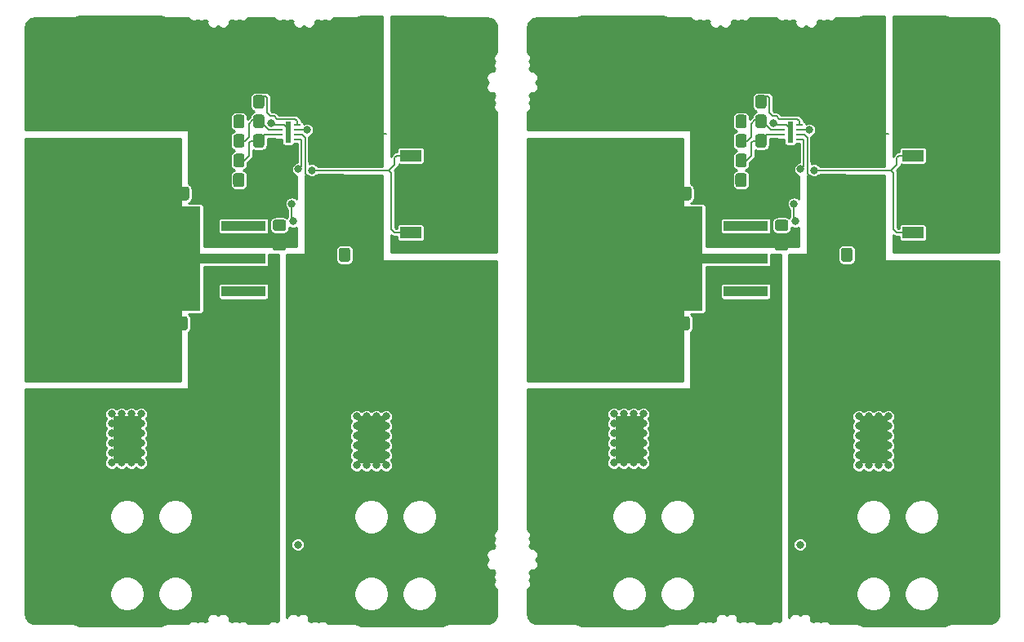
<source format=gbr>
%TF.GenerationSoftware,KiCad,Pcbnew,(5.1.9-0-10_14)*%
%TF.CreationDate,2021-02-28T00:18:14+08:00*%
%TF.ProjectId,panelized,70616e65-6c69-47a6-9564-2e6b69636164,rev?*%
%TF.SameCoordinates,Original*%
%TF.FileFunction,Copper,L1,Top*%
%TF.FilePolarity,Positive*%
%FSLAX46Y46*%
G04 Gerber Fmt 4.6, Leading zero omitted, Abs format (unit mm)*
G04 Created by KiCad (PCBNEW (5.1.9-0-10_14)) date 2021-02-28 00:18:14*
%MOMM*%
%LPD*%
G01*
G04 APERTURE LIST*
%TA.AperFunction,SMDPad,CuDef*%
%ADD10R,2.950000X5.000000*%
%TD*%
%TA.AperFunction,SMDPad,CuDef*%
%ADD11R,4.600000X1.100000*%
%TD*%
%TA.AperFunction,SMDPad,CuDef*%
%ADD12R,9.400000X10.800000*%
%TD*%
%TA.AperFunction,SMDPad,CuDef*%
%ADD13R,0.700000X0.250000*%
%TD*%
%TA.AperFunction,SMDPad,CuDef*%
%ADD14R,0.610000X2.200000*%
%TD*%
%TA.AperFunction,SMDPad,CuDef*%
%ADD15R,2.200000X1.200000*%
%TD*%
%TA.AperFunction,SMDPad,CuDef*%
%ADD16R,6.400000X5.800000*%
%TD*%
%TA.AperFunction,ViaPad*%
%ADD17C,0.800000*%
%TD*%
%TA.AperFunction,Conductor*%
%ADD18C,1.016000*%
%TD*%
%TA.AperFunction,Conductor*%
%ADD19C,0.203200*%
%TD*%
%TA.AperFunction,Conductor*%
%ADD20C,0.762000*%
%TD*%
%TA.AperFunction,Conductor*%
%ADD21C,0.250000*%
%TD*%
%TA.AperFunction,Conductor*%
%ADD22C,0.254000*%
%TD*%
%TA.AperFunction,Conductor*%
%ADD23C,0.100000*%
%TD*%
G04 APERTURE END LIST*
D10*
%TO.P,POWER_OUT1,2*%
%TO.N,/vout*%
X128190000Y-111380000D03*
%TO.P,POWER_OUT1,1*%
%TO.N,GND*%
X123190000Y-111380000D03*
%TD*%
%TO.P,POWER_IN1,2*%
%TO.N,VCC*%
X102870000Y-111380000D03*
%TO.P,POWER_IN1,1*%
%TO.N,GND*%
X97870000Y-111380000D03*
%TD*%
%TO.P,C4,2*%
%TO.N,/reg_out*%
%TA.AperFunction,SMDPad,CuDef*%
G36*
G01*
X110940000Y-84930000D02*
X110940000Y-83980000D01*
G75*
G02*
X111190000Y-83730000I250000J0D01*
G01*
X111865000Y-83730000D01*
G75*
G02*
X112115000Y-83980000I0J-250000D01*
G01*
X112115000Y-84930000D01*
G75*
G02*
X111865000Y-85180000I-250000J0D01*
G01*
X111190000Y-85180000D01*
G75*
G02*
X110940000Y-84930000I0J250000D01*
G01*
G37*
%TD.AperFunction*%
%TO.P,C4,1*%
%TO.N,GND*%
%TA.AperFunction,SMDPad,CuDef*%
G36*
G01*
X108865000Y-84930000D02*
X108865000Y-83980000D01*
G75*
G02*
X109115000Y-83730000I250000J0D01*
G01*
X109790000Y-83730000D01*
G75*
G02*
X110040000Y-83980000I0J-250000D01*
G01*
X110040000Y-84930000D01*
G75*
G02*
X109790000Y-85180000I-250000J0D01*
G01*
X109115000Y-85180000D01*
G75*
G02*
X108865000Y-84930000I0J250000D01*
G01*
G37*
%TD.AperFunction*%
%TD*%
%TO.P,C3,2*%
%TO.N,GND*%
%TA.AperFunction,SMDPad,CuDef*%
G36*
G01*
X104303500Y-85377000D02*
X104303500Y-86327000D01*
G75*
G02*
X104053500Y-86577000I-250000J0D01*
G01*
X103378500Y-86577000D01*
G75*
G02*
X103128500Y-86327000I0J250000D01*
G01*
X103128500Y-85377000D01*
G75*
G02*
X103378500Y-85127000I250000J0D01*
G01*
X104053500Y-85127000D01*
G75*
G02*
X104303500Y-85377000I0J-250000D01*
G01*
G37*
%TD.AperFunction*%
%TO.P,C3,1*%
%TO.N,/reg_out*%
%TA.AperFunction,SMDPad,CuDef*%
G36*
G01*
X106378500Y-85377000D02*
X106378500Y-86327000D01*
G75*
G02*
X106128500Y-86577000I-250000J0D01*
G01*
X105453500Y-86577000D01*
G75*
G02*
X105203500Y-86327000I0J250000D01*
G01*
X105203500Y-85377000D01*
G75*
G02*
X105453500Y-85127000I250000J0D01*
G01*
X106128500Y-85127000D01*
G75*
G02*
X106378500Y-85377000I0J-250000D01*
G01*
G37*
%TD.AperFunction*%
%TD*%
%TO.P,C2,2*%
%TO.N,GND*%
%TA.AperFunction,SMDPad,CuDef*%
G36*
G01*
X104157500Y-98839000D02*
X104157500Y-99789000D01*
G75*
G02*
X103907500Y-100039000I-250000J0D01*
G01*
X103232500Y-100039000D01*
G75*
G02*
X102982500Y-99789000I0J250000D01*
G01*
X102982500Y-98839000D01*
G75*
G02*
X103232500Y-98589000I250000J0D01*
G01*
X103907500Y-98589000D01*
G75*
G02*
X104157500Y-98839000I0J-250000D01*
G01*
G37*
%TD.AperFunction*%
%TO.P,C2,1*%
%TO.N,VCC*%
%TA.AperFunction,SMDPad,CuDef*%
G36*
G01*
X106232500Y-98839000D02*
X106232500Y-99789000D01*
G75*
G02*
X105982500Y-100039000I-250000J0D01*
G01*
X105307500Y-100039000D01*
G75*
G02*
X105057500Y-99789000I0J250000D01*
G01*
X105057500Y-98839000D01*
G75*
G02*
X105307500Y-98589000I250000J0D01*
G01*
X105982500Y-98589000D01*
G75*
G02*
X106232500Y-98839000I0J-250000D01*
G01*
G37*
%TD.AperFunction*%
%TD*%
%TO.P,C1,2*%
%TO.N,GND*%
%TA.AperFunction,SMDPad,CuDef*%
G36*
G01*
X119830000Y-92677000D02*
X119830000Y-91727000D01*
G75*
G02*
X120080000Y-91477000I250000J0D01*
G01*
X120755000Y-91477000D01*
G75*
G02*
X121005000Y-91727000I0J-250000D01*
G01*
X121005000Y-92677000D01*
G75*
G02*
X120755000Y-92927000I-250000J0D01*
G01*
X120080000Y-92927000D01*
G75*
G02*
X119830000Y-92677000I0J250000D01*
G01*
G37*
%TD.AperFunction*%
%TO.P,C1,1*%
%TO.N,/vout*%
%TA.AperFunction,SMDPad,CuDef*%
G36*
G01*
X117755000Y-92677000D02*
X117755000Y-91727000D01*
G75*
G02*
X118005000Y-91477000I250000J0D01*
G01*
X118680000Y-91477000D01*
G75*
G02*
X118930000Y-91727000I0J-250000D01*
G01*
X118930000Y-92677000D01*
G75*
G02*
X118680000Y-92927000I-250000J0D01*
G01*
X118005000Y-92927000D01*
G75*
G02*
X117755000Y-92677000I0J250000D01*
G01*
G37*
%TD.AperFunction*%
%TD*%
D11*
%TO.P,U2,1*%
%TO.N,/supp_error*%
X109957000Y-96012000D03*
%TO.P,U2,2*%
%TO.N,VCC*%
X109957000Y-94312000D03*
%TO.P,U2,3*%
%TO.N,GND*%
X109957000Y-92612000D03*
%TO.P,U2,4*%
%TO.N,/reg_out*%
X109957000Y-90912000D03*
%TO.P,U2,5*%
%TO.N,Net-(RV1-Pad2)*%
X109957000Y-89212000D03*
D12*
%TO.P,U2,3*%
%TO.N,GND*%
X100807000Y-92612000D03*
%TD*%
D13*
%TO.P,U1,1*%
%TO.N,GND*%
X113629000Y-78752000D03*
%TO.P,U1,2*%
%TO.N,/Cutoff/ov_sense*%
X113629000Y-79252000D03*
%TO.P,U1,3*%
%TO.N,/Cutoff/uv_sense*%
X113629000Y-79752000D03*
%TO.P,U1,4*%
%TO.N,/reg_out*%
X113629000Y-80252000D03*
%TO.P,U1,5*%
%TO.N,Net-(Q1-Pad1)*%
X115479000Y-80252000D03*
%TO.P,U1,6*%
%TO.N,/vout*%
X115479000Y-79752000D03*
%TO.P,U1,7*%
%TO.N,/error*%
X115479000Y-79252000D03*
%TO.P,U1,8*%
%TO.N,Net-(R4-Pad1)*%
X115479000Y-78752000D03*
D14*
%TO.P,U1,9*%
%TO.N,GND*%
X114554000Y-79502000D03*
%TD*%
%TO.P,R5,2*%
%TO.N,Net-(R5-Pad2)*%
%TA.AperFunction,SMDPad,CuDef*%
G36*
G01*
X114115001Y-89720000D02*
X113214999Y-89720000D01*
G75*
G02*
X112965000Y-89470001I0J249999D01*
G01*
X112965000Y-88819999D01*
G75*
G02*
X113214999Y-88570000I249999J0D01*
G01*
X114115001Y-88570000D01*
G75*
G02*
X114365000Y-88819999I0J-249999D01*
G01*
X114365000Y-89470001D01*
G75*
G02*
X114115001Y-89720000I-249999J0D01*
G01*
G37*
%TD.AperFunction*%
%TO.P,R5,1*%
%TO.N,/reg_out*%
%TA.AperFunction,SMDPad,CuDef*%
G36*
G01*
X114115001Y-91770000D02*
X113214999Y-91770000D01*
G75*
G02*
X112965000Y-91520001I0J249999D01*
G01*
X112965000Y-90869999D01*
G75*
G02*
X113214999Y-90620000I249999J0D01*
G01*
X114115001Y-90620000D01*
G75*
G02*
X114365000Y-90869999I0J-249999D01*
G01*
X114365000Y-91520001D01*
G75*
G02*
X114115001Y-91770000I-249999J0D01*
G01*
G37*
%TD.AperFunction*%
%TD*%
%TO.P,R4,2*%
%TO.N,/reg_out*%
%TA.AperFunction,SMDPad,CuDef*%
G36*
G01*
X110040000Y-75876999D02*
X110040000Y-76777001D01*
G75*
G02*
X109790001Y-77027000I-249999J0D01*
G01*
X109139999Y-77027000D01*
G75*
G02*
X108890000Y-76777001I0J249999D01*
G01*
X108890000Y-75876999D01*
G75*
G02*
X109139999Y-75627000I249999J0D01*
G01*
X109790001Y-75627000D01*
G75*
G02*
X110040000Y-75876999I0J-249999D01*
G01*
G37*
%TD.AperFunction*%
%TO.P,R4,1*%
%TO.N,Net-(R4-Pad1)*%
%TA.AperFunction,SMDPad,CuDef*%
G36*
G01*
X112090000Y-75876999D02*
X112090000Y-76777001D01*
G75*
G02*
X111840001Y-77027000I-249999J0D01*
G01*
X111189999Y-77027000D01*
G75*
G02*
X110940000Y-76777001I0J249999D01*
G01*
X110940000Y-75876999D01*
G75*
G02*
X111189999Y-75627000I249999J0D01*
G01*
X111840001Y-75627000D01*
G75*
G02*
X112090000Y-75876999I0J-249999D01*
G01*
G37*
%TD.AperFunction*%
%TD*%
%TO.P,R3,2*%
%TO.N,GND*%
%TA.AperFunction,SMDPad,CuDef*%
G36*
G01*
X110040000Y-77908999D02*
X110040000Y-78809001D01*
G75*
G02*
X109790001Y-79059000I-249999J0D01*
G01*
X109139999Y-79059000D01*
G75*
G02*
X108890000Y-78809001I0J249999D01*
G01*
X108890000Y-77908999D01*
G75*
G02*
X109139999Y-77659000I249999J0D01*
G01*
X109790001Y-77659000D01*
G75*
G02*
X110040000Y-77908999I0J-249999D01*
G01*
G37*
%TD.AperFunction*%
%TO.P,R3,1*%
%TO.N,/Cutoff/ov_sense*%
%TA.AperFunction,SMDPad,CuDef*%
G36*
G01*
X112090000Y-77908999D02*
X112090000Y-78809001D01*
G75*
G02*
X111840001Y-79059000I-249999J0D01*
G01*
X111189999Y-79059000D01*
G75*
G02*
X110940000Y-78809001I0J249999D01*
G01*
X110940000Y-77908999D01*
G75*
G02*
X111189999Y-77659000I249999J0D01*
G01*
X111840001Y-77659000D01*
G75*
G02*
X112090000Y-77908999I0J-249999D01*
G01*
G37*
%TD.AperFunction*%
%TD*%
%TO.P,R2,2*%
%TO.N,/Cutoff/ov_sense*%
%TA.AperFunction,SMDPad,CuDef*%
G36*
G01*
X110049000Y-79931999D02*
X110049000Y-80832001D01*
G75*
G02*
X109799001Y-81082000I-249999J0D01*
G01*
X109148999Y-81082000D01*
G75*
G02*
X108899000Y-80832001I0J249999D01*
G01*
X108899000Y-79931999D01*
G75*
G02*
X109148999Y-79682000I249999J0D01*
G01*
X109799001Y-79682000D01*
G75*
G02*
X110049000Y-79931999I0J-249999D01*
G01*
G37*
%TD.AperFunction*%
%TO.P,R2,1*%
%TO.N,/Cutoff/uv_sense*%
%TA.AperFunction,SMDPad,CuDef*%
G36*
G01*
X112099000Y-79931999D02*
X112099000Y-80832001D01*
G75*
G02*
X111849001Y-81082000I-249999J0D01*
G01*
X111198999Y-81082000D01*
G75*
G02*
X110949000Y-80832001I0J249999D01*
G01*
X110949000Y-79931999D01*
G75*
G02*
X111198999Y-79682000I249999J0D01*
G01*
X111849001Y-79682000D01*
G75*
G02*
X112099000Y-79931999I0J-249999D01*
G01*
G37*
%TD.AperFunction*%
%TD*%
%TO.P,R1,2*%
%TO.N,/Cutoff/uv_sense*%
%TA.AperFunction,SMDPad,CuDef*%
G36*
G01*
X110049000Y-81972999D02*
X110049000Y-82873001D01*
G75*
G02*
X109799001Y-83123000I-249999J0D01*
G01*
X109148999Y-83123000D01*
G75*
G02*
X108899000Y-82873001I0J249999D01*
G01*
X108899000Y-81972999D01*
G75*
G02*
X109148999Y-81723000I249999J0D01*
G01*
X109799001Y-81723000D01*
G75*
G02*
X110049000Y-81972999I0J-249999D01*
G01*
G37*
%TD.AperFunction*%
%TO.P,R1,1*%
%TO.N,/reg_out*%
%TA.AperFunction,SMDPad,CuDef*%
G36*
G01*
X112099000Y-81972999D02*
X112099000Y-82873001D01*
G75*
G02*
X111849001Y-83123000I-249999J0D01*
G01*
X111198999Y-83123000D01*
G75*
G02*
X110949000Y-82873001I0J249999D01*
G01*
X110949000Y-81972999D01*
G75*
G02*
X111198999Y-81723000I249999J0D01*
G01*
X111849001Y-81723000D01*
G75*
G02*
X112099000Y-81972999I0J-249999D01*
G01*
G37*
%TD.AperFunction*%
%TD*%
D15*
%TO.P,Q2,1*%
%TO.N,Net-(Q1-Pad1)*%
X127263000Y-89910000D03*
%TO.P,Q2,3*%
%TO.N,Net-(Q1-Pad3)*%
X127263000Y-85350000D03*
D16*
%TO.P,Q2,2*%
%TO.N,/vout*%
X120963000Y-87630000D03*
%TD*%
D15*
%TO.P,Q1,1*%
%TO.N,Net-(Q1-Pad1)*%
X127263000Y-81909000D03*
%TO.P,Q1,3*%
%TO.N,Net-(Q1-Pad3)*%
X127263000Y-77349000D03*
D16*
%TO.P,Q1,2*%
%TO.N,/reg_out*%
X120963000Y-79629000D03*
%TD*%
D10*
%TO.P,POWER_OUT1,2*%
%TO.N,/vout*%
X180260000Y-111380000D03*
%TO.P,POWER_OUT1,1*%
%TO.N,GND*%
X175260000Y-111380000D03*
%TD*%
%TO.P,POWER_IN1,2*%
%TO.N,VCC*%
X154940000Y-111380000D03*
%TO.P,POWER_IN1,1*%
%TO.N,GND*%
X149940000Y-111380000D03*
%TD*%
%TO.P,C4,2*%
%TO.N,/reg_out*%
%TA.AperFunction,SMDPad,CuDef*%
G36*
G01*
X163010000Y-84930000D02*
X163010000Y-83980000D01*
G75*
G02*
X163260000Y-83730000I250000J0D01*
G01*
X163935000Y-83730000D01*
G75*
G02*
X164185000Y-83980000I0J-250000D01*
G01*
X164185000Y-84930000D01*
G75*
G02*
X163935000Y-85180000I-250000J0D01*
G01*
X163260000Y-85180000D01*
G75*
G02*
X163010000Y-84930000I0J250000D01*
G01*
G37*
%TD.AperFunction*%
%TO.P,C4,1*%
%TO.N,GND*%
%TA.AperFunction,SMDPad,CuDef*%
G36*
G01*
X160935000Y-84930000D02*
X160935000Y-83980000D01*
G75*
G02*
X161185000Y-83730000I250000J0D01*
G01*
X161860000Y-83730000D01*
G75*
G02*
X162110000Y-83980000I0J-250000D01*
G01*
X162110000Y-84930000D01*
G75*
G02*
X161860000Y-85180000I-250000J0D01*
G01*
X161185000Y-85180000D01*
G75*
G02*
X160935000Y-84930000I0J250000D01*
G01*
G37*
%TD.AperFunction*%
%TD*%
%TO.P,C3,2*%
%TO.N,GND*%
%TA.AperFunction,SMDPad,CuDef*%
G36*
G01*
X156373500Y-85377000D02*
X156373500Y-86327000D01*
G75*
G02*
X156123500Y-86577000I-250000J0D01*
G01*
X155448500Y-86577000D01*
G75*
G02*
X155198500Y-86327000I0J250000D01*
G01*
X155198500Y-85377000D01*
G75*
G02*
X155448500Y-85127000I250000J0D01*
G01*
X156123500Y-85127000D01*
G75*
G02*
X156373500Y-85377000I0J-250000D01*
G01*
G37*
%TD.AperFunction*%
%TO.P,C3,1*%
%TO.N,/reg_out*%
%TA.AperFunction,SMDPad,CuDef*%
G36*
G01*
X158448500Y-85377000D02*
X158448500Y-86327000D01*
G75*
G02*
X158198500Y-86577000I-250000J0D01*
G01*
X157523500Y-86577000D01*
G75*
G02*
X157273500Y-86327000I0J250000D01*
G01*
X157273500Y-85377000D01*
G75*
G02*
X157523500Y-85127000I250000J0D01*
G01*
X158198500Y-85127000D01*
G75*
G02*
X158448500Y-85377000I0J-250000D01*
G01*
G37*
%TD.AperFunction*%
%TD*%
%TO.P,C2,2*%
%TO.N,GND*%
%TA.AperFunction,SMDPad,CuDef*%
G36*
G01*
X156227500Y-98839000D02*
X156227500Y-99789000D01*
G75*
G02*
X155977500Y-100039000I-250000J0D01*
G01*
X155302500Y-100039000D01*
G75*
G02*
X155052500Y-99789000I0J250000D01*
G01*
X155052500Y-98839000D01*
G75*
G02*
X155302500Y-98589000I250000J0D01*
G01*
X155977500Y-98589000D01*
G75*
G02*
X156227500Y-98839000I0J-250000D01*
G01*
G37*
%TD.AperFunction*%
%TO.P,C2,1*%
%TO.N,VCC*%
%TA.AperFunction,SMDPad,CuDef*%
G36*
G01*
X158302500Y-98839000D02*
X158302500Y-99789000D01*
G75*
G02*
X158052500Y-100039000I-250000J0D01*
G01*
X157377500Y-100039000D01*
G75*
G02*
X157127500Y-99789000I0J250000D01*
G01*
X157127500Y-98839000D01*
G75*
G02*
X157377500Y-98589000I250000J0D01*
G01*
X158052500Y-98589000D01*
G75*
G02*
X158302500Y-98839000I0J-250000D01*
G01*
G37*
%TD.AperFunction*%
%TD*%
%TO.P,C1,2*%
%TO.N,GND*%
%TA.AperFunction,SMDPad,CuDef*%
G36*
G01*
X171900000Y-92677000D02*
X171900000Y-91727000D01*
G75*
G02*
X172150000Y-91477000I250000J0D01*
G01*
X172825000Y-91477000D01*
G75*
G02*
X173075000Y-91727000I0J-250000D01*
G01*
X173075000Y-92677000D01*
G75*
G02*
X172825000Y-92927000I-250000J0D01*
G01*
X172150000Y-92927000D01*
G75*
G02*
X171900000Y-92677000I0J250000D01*
G01*
G37*
%TD.AperFunction*%
%TO.P,C1,1*%
%TO.N,/vout*%
%TA.AperFunction,SMDPad,CuDef*%
G36*
G01*
X169825000Y-92677000D02*
X169825000Y-91727000D01*
G75*
G02*
X170075000Y-91477000I250000J0D01*
G01*
X170750000Y-91477000D01*
G75*
G02*
X171000000Y-91727000I0J-250000D01*
G01*
X171000000Y-92677000D01*
G75*
G02*
X170750000Y-92927000I-250000J0D01*
G01*
X170075000Y-92927000D01*
G75*
G02*
X169825000Y-92677000I0J250000D01*
G01*
G37*
%TD.AperFunction*%
%TD*%
D11*
%TO.P,U2,1*%
%TO.N,/supp_error*%
X162027000Y-96012000D03*
%TO.P,U2,2*%
%TO.N,VCC*%
X162027000Y-94312000D03*
%TO.P,U2,3*%
%TO.N,GND*%
X162027000Y-92612000D03*
%TO.P,U2,4*%
%TO.N,/reg_out*%
X162027000Y-90912000D03*
%TO.P,U2,5*%
%TO.N,Net-(RV1-Pad2)*%
X162027000Y-89212000D03*
D12*
%TO.P,U2,3*%
%TO.N,GND*%
X152877000Y-92612000D03*
%TD*%
D13*
%TO.P,U1,1*%
%TO.N,GND*%
X165699000Y-78752000D03*
%TO.P,U1,2*%
%TO.N,/Cutoff/ov_sense*%
X165699000Y-79252000D03*
%TO.P,U1,3*%
%TO.N,/Cutoff/uv_sense*%
X165699000Y-79752000D03*
%TO.P,U1,4*%
%TO.N,/reg_out*%
X165699000Y-80252000D03*
%TO.P,U1,5*%
%TO.N,Net-(Q1-Pad1)*%
X167549000Y-80252000D03*
%TO.P,U1,6*%
%TO.N,/vout*%
X167549000Y-79752000D03*
%TO.P,U1,7*%
%TO.N,/error*%
X167549000Y-79252000D03*
%TO.P,U1,8*%
%TO.N,Net-(R4-Pad1)*%
X167549000Y-78752000D03*
D14*
%TO.P,U1,9*%
%TO.N,GND*%
X166624000Y-79502000D03*
%TD*%
%TO.P,R5,2*%
%TO.N,Net-(R5-Pad2)*%
%TA.AperFunction,SMDPad,CuDef*%
G36*
G01*
X166185001Y-89720000D02*
X165284999Y-89720000D01*
G75*
G02*
X165035000Y-89470001I0J249999D01*
G01*
X165035000Y-88819999D01*
G75*
G02*
X165284999Y-88570000I249999J0D01*
G01*
X166185001Y-88570000D01*
G75*
G02*
X166435000Y-88819999I0J-249999D01*
G01*
X166435000Y-89470001D01*
G75*
G02*
X166185001Y-89720000I-249999J0D01*
G01*
G37*
%TD.AperFunction*%
%TO.P,R5,1*%
%TO.N,/reg_out*%
%TA.AperFunction,SMDPad,CuDef*%
G36*
G01*
X166185001Y-91770000D02*
X165284999Y-91770000D01*
G75*
G02*
X165035000Y-91520001I0J249999D01*
G01*
X165035000Y-90869999D01*
G75*
G02*
X165284999Y-90620000I249999J0D01*
G01*
X166185001Y-90620000D01*
G75*
G02*
X166435000Y-90869999I0J-249999D01*
G01*
X166435000Y-91520001D01*
G75*
G02*
X166185001Y-91770000I-249999J0D01*
G01*
G37*
%TD.AperFunction*%
%TD*%
%TO.P,R4,2*%
%TO.N,/reg_out*%
%TA.AperFunction,SMDPad,CuDef*%
G36*
G01*
X162110000Y-75876999D02*
X162110000Y-76777001D01*
G75*
G02*
X161860001Y-77027000I-249999J0D01*
G01*
X161209999Y-77027000D01*
G75*
G02*
X160960000Y-76777001I0J249999D01*
G01*
X160960000Y-75876999D01*
G75*
G02*
X161209999Y-75627000I249999J0D01*
G01*
X161860001Y-75627000D01*
G75*
G02*
X162110000Y-75876999I0J-249999D01*
G01*
G37*
%TD.AperFunction*%
%TO.P,R4,1*%
%TO.N,Net-(R4-Pad1)*%
%TA.AperFunction,SMDPad,CuDef*%
G36*
G01*
X164160000Y-75876999D02*
X164160000Y-76777001D01*
G75*
G02*
X163910001Y-77027000I-249999J0D01*
G01*
X163259999Y-77027000D01*
G75*
G02*
X163010000Y-76777001I0J249999D01*
G01*
X163010000Y-75876999D01*
G75*
G02*
X163259999Y-75627000I249999J0D01*
G01*
X163910001Y-75627000D01*
G75*
G02*
X164160000Y-75876999I0J-249999D01*
G01*
G37*
%TD.AperFunction*%
%TD*%
%TO.P,R3,2*%
%TO.N,GND*%
%TA.AperFunction,SMDPad,CuDef*%
G36*
G01*
X162110000Y-77908999D02*
X162110000Y-78809001D01*
G75*
G02*
X161860001Y-79059000I-249999J0D01*
G01*
X161209999Y-79059000D01*
G75*
G02*
X160960000Y-78809001I0J249999D01*
G01*
X160960000Y-77908999D01*
G75*
G02*
X161209999Y-77659000I249999J0D01*
G01*
X161860001Y-77659000D01*
G75*
G02*
X162110000Y-77908999I0J-249999D01*
G01*
G37*
%TD.AperFunction*%
%TO.P,R3,1*%
%TO.N,/Cutoff/ov_sense*%
%TA.AperFunction,SMDPad,CuDef*%
G36*
G01*
X164160000Y-77908999D02*
X164160000Y-78809001D01*
G75*
G02*
X163910001Y-79059000I-249999J0D01*
G01*
X163259999Y-79059000D01*
G75*
G02*
X163010000Y-78809001I0J249999D01*
G01*
X163010000Y-77908999D01*
G75*
G02*
X163259999Y-77659000I249999J0D01*
G01*
X163910001Y-77659000D01*
G75*
G02*
X164160000Y-77908999I0J-249999D01*
G01*
G37*
%TD.AperFunction*%
%TD*%
%TO.P,R2,2*%
%TO.N,/Cutoff/ov_sense*%
%TA.AperFunction,SMDPad,CuDef*%
G36*
G01*
X162119000Y-79931999D02*
X162119000Y-80832001D01*
G75*
G02*
X161869001Y-81082000I-249999J0D01*
G01*
X161218999Y-81082000D01*
G75*
G02*
X160969000Y-80832001I0J249999D01*
G01*
X160969000Y-79931999D01*
G75*
G02*
X161218999Y-79682000I249999J0D01*
G01*
X161869001Y-79682000D01*
G75*
G02*
X162119000Y-79931999I0J-249999D01*
G01*
G37*
%TD.AperFunction*%
%TO.P,R2,1*%
%TO.N,/Cutoff/uv_sense*%
%TA.AperFunction,SMDPad,CuDef*%
G36*
G01*
X164169000Y-79931999D02*
X164169000Y-80832001D01*
G75*
G02*
X163919001Y-81082000I-249999J0D01*
G01*
X163268999Y-81082000D01*
G75*
G02*
X163019000Y-80832001I0J249999D01*
G01*
X163019000Y-79931999D01*
G75*
G02*
X163268999Y-79682000I249999J0D01*
G01*
X163919001Y-79682000D01*
G75*
G02*
X164169000Y-79931999I0J-249999D01*
G01*
G37*
%TD.AperFunction*%
%TD*%
%TO.P,R1,2*%
%TO.N,/Cutoff/uv_sense*%
%TA.AperFunction,SMDPad,CuDef*%
G36*
G01*
X162119000Y-81972999D02*
X162119000Y-82873001D01*
G75*
G02*
X161869001Y-83123000I-249999J0D01*
G01*
X161218999Y-83123000D01*
G75*
G02*
X160969000Y-82873001I0J249999D01*
G01*
X160969000Y-81972999D01*
G75*
G02*
X161218999Y-81723000I249999J0D01*
G01*
X161869001Y-81723000D01*
G75*
G02*
X162119000Y-81972999I0J-249999D01*
G01*
G37*
%TD.AperFunction*%
%TO.P,R1,1*%
%TO.N,/reg_out*%
%TA.AperFunction,SMDPad,CuDef*%
G36*
G01*
X164169000Y-81972999D02*
X164169000Y-82873001D01*
G75*
G02*
X163919001Y-83123000I-249999J0D01*
G01*
X163268999Y-83123000D01*
G75*
G02*
X163019000Y-82873001I0J249999D01*
G01*
X163019000Y-81972999D01*
G75*
G02*
X163268999Y-81723000I249999J0D01*
G01*
X163919001Y-81723000D01*
G75*
G02*
X164169000Y-81972999I0J-249999D01*
G01*
G37*
%TD.AperFunction*%
%TD*%
D15*
%TO.P,Q2,1*%
%TO.N,Net-(Q1-Pad1)*%
X179333000Y-89910000D03*
%TO.P,Q2,3*%
%TO.N,Net-(Q1-Pad3)*%
X179333000Y-85350000D03*
D16*
%TO.P,Q2,2*%
%TO.N,/vout*%
X173033000Y-87630000D03*
%TD*%
D15*
%TO.P,Q1,1*%
%TO.N,Net-(Q1-Pad1)*%
X179333000Y-81909000D03*
%TO.P,Q1,3*%
%TO.N,Net-(Q1-Pad3)*%
X179333000Y-77349000D03*
D16*
%TO.P,Q1,2*%
%TO.N,/reg_out*%
X173033000Y-79629000D03*
%TD*%
D17*
%TO.N,GND*%
X97282000Y-112776000D03*
X98298000Y-112776000D03*
X98298000Y-111760000D03*
X97282000Y-111760000D03*
X97282000Y-110744000D03*
X98298000Y-110744000D03*
X98298000Y-109728000D03*
X97282000Y-109728000D03*
X97282000Y-113792000D03*
X98298000Y-113792000D03*
X99314000Y-113792000D03*
X99314000Y-112776000D03*
X99314000Y-111760000D03*
X99314000Y-110744000D03*
X99314000Y-109728000D03*
X123698000Y-113030000D03*
X122682000Y-113030000D03*
X122682000Y-112014000D03*
X123698000Y-112014000D03*
X123698000Y-110998000D03*
X122682000Y-110998000D03*
X123698000Y-109982000D03*
X122682000Y-109982000D03*
X122682000Y-108966000D03*
X123698000Y-108966000D03*
X95885000Y-86360000D03*
X94869000Y-87376000D03*
X93853000Y-87376000D03*
X92837000Y-87376000D03*
X91821000Y-86360000D03*
X91821000Y-84328000D03*
X92837000Y-83312000D03*
X94869000Y-83312000D03*
X95885000Y-84328000D03*
X89789000Y-91440000D03*
X91821000Y-92456000D03*
X92837000Y-92456000D03*
X91821000Y-91440000D03*
X95885000Y-91440000D03*
X95885000Y-92456000D03*
X91821000Y-93472000D03*
X93853000Y-91440000D03*
X92837000Y-93472000D03*
X94869000Y-92456000D03*
X94869000Y-91440000D03*
X94869000Y-93472000D03*
X93853000Y-93472000D03*
X95885000Y-93472000D03*
X90805000Y-92456000D03*
X89789000Y-93472000D03*
X89789000Y-92456000D03*
X90805000Y-93472000D03*
X93853000Y-92456000D03*
X92837000Y-91440000D03*
X90805000Y-91440000D03*
X89789000Y-94488000D03*
X91821000Y-95504000D03*
X92837000Y-95504000D03*
X91821000Y-94488000D03*
X95885000Y-94488000D03*
X95885000Y-95504000D03*
X91821000Y-96520000D03*
X93853000Y-94488000D03*
X92837000Y-96520000D03*
X94869000Y-95504000D03*
X94869000Y-94488000D03*
X94869000Y-96520000D03*
X93853000Y-96520000D03*
X95885000Y-96520000D03*
X90805000Y-95504000D03*
X89789000Y-96520000D03*
X89789000Y-95504000D03*
X90805000Y-96520000D03*
X93853000Y-95504000D03*
X92837000Y-94488000D03*
X90805000Y-94488000D03*
X89789000Y-97536000D03*
X91821000Y-98552000D03*
X92837000Y-98552000D03*
X91821000Y-97536000D03*
X95885000Y-97536000D03*
X95885000Y-98552000D03*
X91821000Y-99568000D03*
X93853000Y-97536000D03*
X92837000Y-99568000D03*
X94869000Y-98552000D03*
X94869000Y-97536000D03*
X94869000Y-99568000D03*
X93853000Y-99568000D03*
X95885000Y-99568000D03*
X90805000Y-98552000D03*
X89789000Y-99568000D03*
X89789000Y-98552000D03*
X90805000Y-99568000D03*
X93853000Y-98552000D03*
X92837000Y-97536000D03*
X90805000Y-97536000D03*
X89789000Y-100584000D03*
X91821000Y-101600000D03*
X92837000Y-101600000D03*
X91821000Y-100584000D03*
X95885000Y-100584000D03*
X95885000Y-101600000D03*
X91821000Y-102616000D03*
X93853000Y-100584000D03*
X92837000Y-102616000D03*
X94869000Y-101600000D03*
X94869000Y-100584000D03*
X94869000Y-102616000D03*
X93853000Y-102616000D03*
X95885000Y-102616000D03*
X90805000Y-101600000D03*
X89789000Y-102616000D03*
X89789000Y-101600000D03*
X90805000Y-102616000D03*
X93853000Y-101600000D03*
X92837000Y-100584000D03*
X90805000Y-100584000D03*
X91821000Y-103632000D03*
X92837000Y-103632000D03*
X89789000Y-103632000D03*
X95885000Y-103632000D03*
X93853000Y-103632000D03*
X94869000Y-103632000D03*
X90805000Y-103632000D03*
X96901000Y-101600000D03*
X96901000Y-100584001D03*
X96901000Y-103632000D03*
X96901000Y-99568000D03*
X96901000Y-98552001D03*
X96901000Y-102616001D03*
X97917000Y-98552000D03*
X97917000Y-99568000D03*
X97917000Y-100584000D03*
X97917000Y-101600000D03*
X97917000Y-102616000D03*
X97917000Y-103632000D03*
X98933000Y-100584001D03*
X98933000Y-103632000D03*
X98933000Y-101600000D03*
X98933000Y-99568000D03*
X98933000Y-98552001D03*
X98933000Y-102616001D03*
X99949000Y-98552000D03*
X99949000Y-99568000D03*
X99949000Y-100584000D03*
X99949000Y-101600000D03*
X99949000Y-102616000D03*
X99949000Y-103632000D03*
X100965000Y-100584001D03*
X100965000Y-103632000D03*
X100965000Y-101600000D03*
X100965000Y-99568000D03*
X100965000Y-98552001D03*
X100965000Y-102616001D03*
X101981000Y-100584001D03*
X101981000Y-101600000D03*
X101981000Y-103632000D03*
X101981000Y-99568000D03*
X101981000Y-98552001D03*
X101981000Y-102616001D03*
X101981000Y-82296000D03*
X101981000Y-86360000D03*
X101981000Y-97536000D03*
X101981000Y-95504000D03*
X101981000Y-92456000D03*
X101981000Y-91440000D03*
X101981000Y-87376000D03*
X101981000Y-89408000D03*
X101981000Y-93472000D03*
X101981000Y-88392000D03*
X101981000Y-96520000D03*
X101981000Y-90424000D03*
X101981000Y-94488000D03*
X101981000Y-84328000D03*
X101981000Y-83312000D03*
X101981000Y-85344000D03*
X101981000Y-81280000D03*
X100965000Y-87376000D03*
X100965000Y-89408000D03*
X100965000Y-97536000D03*
X100965000Y-91440000D03*
X100965000Y-93472000D03*
X100965000Y-88392000D03*
X100965000Y-95504000D03*
X100965000Y-96520000D03*
X100965000Y-90424000D03*
X100965000Y-94488000D03*
X99949000Y-87376000D03*
X98933000Y-87376000D03*
X97917000Y-87376000D03*
X99949000Y-91440000D03*
X99949000Y-93472000D03*
X97917000Y-93472000D03*
X97917000Y-97536000D03*
X97917000Y-92456000D03*
X98933000Y-93472000D03*
X98933000Y-91440000D03*
X99949000Y-97536000D03*
X97917000Y-91440000D03*
X98933000Y-92456000D03*
X98933000Y-97536000D03*
X99949000Y-92456000D03*
X97917000Y-94488000D03*
X99949000Y-95504000D03*
X99949000Y-96520000D03*
X99949000Y-94488000D03*
X98933000Y-95504000D03*
X97917000Y-96520000D03*
X97917000Y-95504000D03*
X98933000Y-96520000D03*
X98933000Y-94488000D03*
X97917000Y-88392000D03*
X99949000Y-89408000D03*
X99949000Y-88392000D03*
X99949000Y-90424000D03*
X98933000Y-89408000D03*
X97917000Y-90424000D03*
X97917000Y-89408000D03*
X98933000Y-90424000D03*
X98933000Y-88392000D03*
X96901000Y-87376000D03*
X96901000Y-88392000D03*
X96901000Y-89408000D03*
X96901000Y-90424000D03*
X96901000Y-91440000D03*
X96901000Y-92456000D03*
X96901000Y-93472000D03*
X96901000Y-94488000D03*
X96901000Y-95504000D03*
X96901000Y-96520000D03*
X96901000Y-97536000D03*
X112805307Y-78521093D03*
X109474000Y-78232000D03*
X100965000Y-86360000D03*
X100965000Y-85344000D03*
X100965000Y-84328000D03*
X100965000Y-83312000D03*
X100965000Y-82296000D03*
X100965000Y-81280000D03*
X99949000Y-81280000D03*
X99949000Y-82296000D03*
X99949000Y-83312000D03*
X99949000Y-84328000D03*
X99949000Y-85344000D03*
X99949000Y-86360000D03*
X98933000Y-86360000D03*
X98933000Y-85344000D03*
X98933000Y-84328000D03*
X98933000Y-83312000D03*
X98933000Y-82296000D03*
X98933000Y-81280000D03*
X97917000Y-81280000D03*
X97917000Y-82296000D03*
X97917000Y-83312000D03*
X97917000Y-84328000D03*
X97917000Y-85344000D03*
X97917000Y-86360000D03*
X96901000Y-86360000D03*
X96901000Y-85344000D03*
X96901000Y-84328000D03*
X96901000Y-83312000D03*
X96901000Y-82296000D03*
X96901000Y-81280000D03*
X95885000Y-81280000D03*
X95885000Y-82296000D03*
X95885000Y-83312000D03*
X94869000Y-82296000D03*
X94869000Y-81280000D03*
X93853000Y-81280000D03*
X93853000Y-82296000D03*
X92837000Y-81280000D03*
X92837000Y-82296000D03*
X91821000Y-81280000D03*
X91821000Y-82296000D03*
X91821000Y-83312000D03*
X90805000Y-81280000D03*
X90805000Y-82296000D03*
X90805000Y-83312000D03*
X90805000Y-84328000D03*
X90805000Y-85344000D03*
X90805000Y-86360000D03*
X90805000Y-87376000D03*
X91821000Y-87376000D03*
X89789000Y-87376000D03*
X89789000Y-86360000D03*
X89789000Y-85344000D03*
X89789000Y-84328000D03*
X89789000Y-83312000D03*
X89789000Y-82296000D03*
X89789000Y-88392000D03*
X90805000Y-88392000D03*
X91821000Y-88392000D03*
X92837000Y-88392000D03*
X93853000Y-88392000D03*
X94869000Y-88392000D03*
X95885000Y-88392000D03*
X89789000Y-89408000D03*
X90805000Y-89408000D03*
X91821000Y-89408000D03*
X92837000Y-89408000D03*
X93853000Y-89408000D03*
X94869000Y-89408000D03*
X95885000Y-89408000D03*
X95885000Y-90424000D03*
X94869000Y-90424000D03*
X93853000Y-90424000D03*
X92837000Y-90424000D03*
X91821000Y-90424000D03*
X90805000Y-90424000D03*
X89789000Y-90424000D03*
X95885000Y-87376000D03*
X94869000Y-86360000D03*
X93853000Y-86360000D03*
X92837000Y-86360000D03*
X91821000Y-85344000D03*
X92837000Y-85344000D03*
X93853000Y-85344000D03*
X94869000Y-85344000D03*
X95885000Y-85344000D03*
X94869000Y-84328000D03*
X93853000Y-84328000D03*
X92837000Y-84328000D03*
X93853000Y-83312000D03*
X89789000Y-81280000D03*
X120396000Y-92202000D03*
X109474000Y-84455000D03*
X103632000Y-99314000D03*
X103759000Y-85852000D03*
X115570000Y-122301000D03*
X121666000Y-108966000D03*
X124714000Y-108966000D03*
X124714000Y-109982000D03*
X121666000Y-109982000D03*
X121666000Y-110998000D03*
X124714000Y-110998000D03*
X124714000Y-112014000D03*
X121666000Y-112014000D03*
X121666000Y-113030000D03*
X124714000Y-113030000D03*
X124714000Y-114046000D03*
X123698000Y-114046000D03*
X122682000Y-114046000D03*
X121666000Y-114046000D03*
X99314000Y-108712000D03*
X96266000Y-108712000D03*
X97282000Y-108712000D03*
X98298000Y-108712000D03*
X96266000Y-113792000D03*
X96266000Y-112776000D03*
X96266000Y-111760000D03*
X96266000Y-110744000D03*
X96266000Y-109728000D03*
X149352000Y-112776000D03*
X150368000Y-112776000D03*
X150368000Y-111760000D03*
X149352000Y-111760000D03*
X149352000Y-110744000D03*
X150368000Y-110744000D03*
X150368000Y-109728000D03*
X149352000Y-109728000D03*
X149352000Y-113792000D03*
X150368000Y-113792000D03*
X151384000Y-113792000D03*
X151384000Y-112776000D03*
X151384000Y-111760000D03*
X151384000Y-110744000D03*
X151384000Y-109728000D03*
X175768000Y-113030000D03*
X174752000Y-113030000D03*
X174752000Y-112014000D03*
X175768000Y-112014000D03*
X175768000Y-110998000D03*
X174752000Y-110998000D03*
X175768000Y-109982000D03*
X174752000Y-109982000D03*
X174752000Y-108966000D03*
X175768000Y-108966000D03*
X147955000Y-86360000D03*
X146939000Y-87376000D03*
X145923000Y-87376000D03*
X144907000Y-87376000D03*
X143891000Y-86360000D03*
X143891000Y-84328000D03*
X144907000Y-83312000D03*
X146939000Y-83312000D03*
X147955000Y-84328000D03*
X141859000Y-91440000D03*
X143891000Y-92456000D03*
X144907000Y-92456000D03*
X143891000Y-91440000D03*
X147955000Y-91440000D03*
X147955000Y-92456000D03*
X143891000Y-93472000D03*
X145923000Y-91440000D03*
X144907000Y-93472000D03*
X146939000Y-92456000D03*
X146939000Y-91440000D03*
X146939000Y-93472000D03*
X145923000Y-93472000D03*
X147955000Y-93472000D03*
X142875000Y-92456000D03*
X141859000Y-93472000D03*
X141859000Y-92456000D03*
X142875000Y-93472000D03*
X145923000Y-92456000D03*
X144907000Y-91440000D03*
X142875000Y-91440000D03*
X141859000Y-94488000D03*
X143891000Y-95504000D03*
X144907000Y-95504000D03*
X143891000Y-94488000D03*
X147955000Y-94488000D03*
X147955000Y-95504000D03*
X143891000Y-96520000D03*
X145923000Y-94488000D03*
X144907000Y-96520000D03*
X146939000Y-95504000D03*
X146939000Y-94488000D03*
X146939000Y-96520000D03*
X145923000Y-96520000D03*
X147955000Y-96520000D03*
X142875000Y-95504000D03*
X141859000Y-96520000D03*
X141859000Y-95504000D03*
X142875000Y-96520000D03*
X145923000Y-95504000D03*
X144907000Y-94488000D03*
X142875000Y-94488000D03*
X141859000Y-97536000D03*
X143891000Y-98552000D03*
X144907000Y-98552000D03*
X143891000Y-97536000D03*
X147955000Y-97536000D03*
X147955000Y-98552000D03*
X143891000Y-99568000D03*
X145923000Y-97536000D03*
X144907000Y-99568000D03*
X146939000Y-98552000D03*
X146939000Y-97536000D03*
X146939000Y-99568000D03*
X145923000Y-99568000D03*
X147955000Y-99568000D03*
X142875000Y-98552000D03*
X141859000Y-99568000D03*
X141859000Y-98552000D03*
X142875000Y-99568000D03*
X145923000Y-98552000D03*
X144907000Y-97536000D03*
X142875000Y-97536000D03*
X141859000Y-100584000D03*
X143891000Y-101600000D03*
X144907000Y-101600000D03*
X143891000Y-100584000D03*
X147955000Y-100584000D03*
X147955000Y-101600000D03*
X143891000Y-102616000D03*
X145923000Y-100584000D03*
X144907000Y-102616000D03*
X146939000Y-101600000D03*
X146939000Y-100584000D03*
X146939000Y-102616000D03*
X145923000Y-102616000D03*
X147955000Y-102616000D03*
X142875000Y-101600000D03*
X141859000Y-102616000D03*
X141859000Y-101600000D03*
X142875000Y-102616000D03*
X145923000Y-101600000D03*
X144907000Y-100584000D03*
X142875000Y-100584000D03*
X143891000Y-103632000D03*
X144907000Y-103632000D03*
X141859000Y-103632000D03*
X147955000Y-103632000D03*
X145923000Y-103632000D03*
X146939000Y-103632000D03*
X142875000Y-103632000D03*
X148971000Y-101600000D03*
X148971000Y-100584001D03*
X148971000Y-103632000D03*
X148971000Y-99568000D03*
X148971000Y-98552001D03*
X148971000Y-102616001D03*
X149987000Y-98552000D03*
X149987000Y-99568000D03*
X149987000Y-100584000D03*
X149987000Y-101600000D03*
X149987000Y-102616000D03*
X149987000Y-103632000D03*
X151003000Y-100584001D03*
X151003000Y-103632000D03*
X151003000Y-101600000D03*
X151003000Y-99568000D03*
X151003000Y-98552001D03*
X151003000Y-102616001D03*
X152019000Y-98552000D03*
X152019000Y-99568000D03*
X152019000Y-100584000D03*
X152019000Y-101600000D03*
X152019000Y-102616000D03*
X152019000Y-103632000D03*
X153035000Y-100584001D03*
X153035000Y-103632000D03*
X153035000Y-101600000D03*
X153035000Y-99568000D03*
X153035000Y-98552001D03*
X153035000Y-102616001D03*
X154051000Y-100584001D03*
X154051000Y-101600000D03*
X154051000Y-103632000D03*
X154051000Y-99568000D03*
X154051000Y-98552001D03*
X154051000Y-102616001D03*
X154051000Y-82296000D03*
X154051000Y-86360000D03*
X154051000Y-97536000D03*
X154051000Y-95504000D03*
X154051000Y-92456000D03*
X154051000Y-91440000D03*
X154051000Y-87376000D03*
X154051000Y-89408000D03*
X154051000Y-93472000D03*
X154051000Y-88392000D03*
X154051000Y-96520000D03*
X154051000Y-90424000D03*
X154051000Y-94488000D03*
X154051000Y-84328000D03*
X154051000Y-83312000D03*
X154051000Y-85344000D03*
X154051000Y-81280000D03*
X153035000Y-87376000D03*
X153035000Y-89408000D03*
X153035000Y-97536000D03*
X153035000Y-91440000D03*
X153035000Y-93472000D03*
X153035000Y-88392000D03*
X153035000Y-95504000D03*
X153035000Y-96520000D03*
X153035000Y-90424000D03*
X153035000Y-94488000D03*
X152019000Y-87376000D03*
X151003000Y-87376000D03*
X149987000Y-87376000D03*
X152019000Y-91440000D03*
X152019000Y-93472000D03*
X149987000Y-93472000D03*
X149987000Y-97536000D03*
X149987000Y-92456000D03*
X151003000Y-93472000D03*
X151003000Y-91440000D03*
X152019000Y-97536000D03*
X149987000Y-91440000D03*
X151003000Y-92456000D03*
X151003000Y-97536000D03*
X152019000Y-92456000D03*
X149987000Y-94488000D03*
X152019000Y-95504000D03*
X152019000Y-96520000D03*
X152019000Y-94488000D03*
X151003000Y-95504000D03*
X149987000Y-96520000D03*
X149987000Y-95504000D03*
X151003000Y-96520000D03*
X151003000Y-94488000D03*
X149987000Y-88392000D03*
X152019000Y-89408000D03*
X152019000Y-88392000D03*
X152019000Y-90424000D03*
X151003000Y-89408000D03*
X149987000Y-90424000D03*
X149987000Y-89408000D03*
X151003000Y-90424000D03*
X151003000Y-88392000D03*
X148971000Y-87376000D03*
X148971000Y-88392000D03*
X148971000Y-89408000D03*
X148971000Y-90424000D03*
X148971000Y-91440000D03*
X148971000Y-92456000D03*
X148971000Y-93472000D03*
X148971000Y-94488000D03*
X148971000Y-95504000D03*
X148971000Y-96520000D03*
X148971000Y-97536000D03*
X164875307Y-78521093D03*
X161544000Y-78232000D03*
X153035000Y-86360000D03*
X153035000Y-85344000D03*
X153035000Y-84328000D03*
X153035000Y-83312000D03*
X153035000Y-82296000D03*
X153035000Y-81280000D03*
X152019000Y-81280000D03*
X152019000Y-82296000D03*
X152019000Y-83312000D03*
X152019000Y-84328000D03*
X152019000Y-85344000D03*
X152019000Y-86360000D03*
X151003000Y-86360000D03*
X151003000Y-85344000D03*
X151003000Y-84328000D03*
X151003000Y-83312000D03*
X151003000Y-82296000D03*
X151003000Y-81280000D03*
X149987000Y-81280000D03*
X149987000Y-82296000D03*
X149987000Y-83312000D03*
X149987000Y-84328000D03*
X149987000Y-85344000D03*
X149987000Y-86360000D03*
X148971000Y-86360000D03*
X148971000Y-85344000D03*
X148971000Y-84328000D03*
X148971000Y-83312000D03*
X148971000Y-82296000D03*
X148971000Y-81280000D03*
X147955000Y-81280000D03*
X147955000Y-82296000D03*
X147955000Y-83312000D03*
X146939000Y-82296000D03*
X146939000Y-81280000D03*
X145923000Y-81280000D03*
X145923000Y-82296000D03*
X144907000Y-81280000D03*
X144907000Y-82296000D03*
X143891000Y-81280000D03*
X143891000Y-82296000D03*
X143891000Y-83312000D03*
X142875000Y-81280000D03*
X142875000Y-82296000D03*
X142875000Y-83312000D03*
X142875000Y-84328000D03*
X142875000Y-85344000D03*
X142875000Y-86360000D03*
X142875000Y-87376000D03*
X143891000Y-87376000D03*
X141859000Y-87376000D03*
X141859000Y-86360000D03*
X141859000Y-85344000D03*
X141859000Y-84328000D03*
X141859000Y-83312000D03*
X141859000Y-82296000D03*
X141859000Y-88392000D03*
X142875000Y-88392000D03*
X143891000Y-88392000D03*
X144907000Y-88392000D03*
X145923000Y-88392000D03*
X146939000Y-88392000D03*
X147955000Y-88392000D03*
X141859000Y-89408000D03*
X142875000Y-89408000D03*
X143891000Y-89408000D03*
X144907000Y-89408000D03*
X145923000Y-89408000D03*
X146939000Y-89408000D03*
X147955000Y-89408000D03*
X147955000Y-90424000D03*
X146939000Y-90424000D03*
X145923000Y-90424000D03*
X144907000Y-90424000D03*
X143891000Y-90424000D03*
X142875000Y-90424000D03*
X141859000Y-90424000D03*
X147955000Y-87376000D03*
X146939000Y-86360000D03*
X145923000Y-86360000D03*
X144907000Y-86360000D03*
X143891000Y-85344000D03*
X144907000Y-85344000D03*
X145923000Y-85344000D03*
X146939000Y-85344000D03*
X147955000Y-85344000D03*
X146939000Y-84328000D03*
X145923000Y-84328000D03*
X144907000Y-84328000D03*
X145923000Y-83312000D03*
X141859000Y-81280000D03*
X172466000Y-92202000D03*
X161544000Y-84455000D03*
X155702000Y-99314000D03*
X155829000Y-85852000D03*
X167640000Y-122301000D03*
X173736000Y-108966000D03*
X176784000Y-108966000D03*
X176784000Y-109982000D03*
X173736000Y-109982000D03*
X173736000Y-110998000D03*
X176784000Y-110998000D03*
X176784000Y-112014000D03*
X173736000Y-112014000D03*
X173736000Y-113030000D03*
X176784000Y-113030000D03*
X176784000Y-114046000D03*
X175768000Y-114046000D03*
X174752000Y-114046000D03*
X173736000Y-114046000D03*
X151384000Y-108712000D03*
X148336000Y-108712000D03*
X149352000Y-108712000D03*
X150368000Y-108712000D03*
X148336000Y-113792000D03*
X148336000Y-112776000D03*
X148336000Y-111760000D03*
X148336000Y-110744000D03*
X148336000Y-109728000D03*
%TO.N,Net-(Q1-Pad1)*%
X117033600Y-83439000D03*
X115630400Y-83312000D03*
X169103600Y-83439000D03*
X167700400Y-83312000D03*
%TO.N,Net-(R5-Pad2)*%
X113665000Y-89154000D03*
X165735000Y-89154000D03*
%TO.N,/error*%
X116540879Y-79268463D03*
X114935000Y-86928400D03*
X115062000Y-88734810D03*
X168610879Y-79268463D03*
X167005000Y-86928400D03*
X167132000Y-88734810D03*
%TO.N,/supp_error*%
X109957000Y-96012000D03*
X162027000Y-96012000D03*
%TO.N,Net-(RV1-Pad2)*%
X109957000Y-89212000D03*
X162027000Y-89212000D03*
%TD*%
D18*
%TO.N,GND*%
X109957000Y-92612000D02*
X100807000Y-92612000D01*
D19*
X113629000Y-78752000D02*
X112915000Y-78752000D01*
X112915000Y-78752000D02*
X112649000Y-78486000D01*
X114146882Y-78752000D02*
X114554000Y-79159118D01*
X114554000Y-79159118D02*
X114554000Y-79502000D01*
X113629000Y-78752000D02*
X114146882Y-78752000D01*
D20*
X120417500Y-92202000D02*
X120396000Y-92202000D01*
X109452500Y-84455000D02*
X109474000Y-84455000D01*
D19*
X103570000Y-99314000D02*
X103632000Y-99314000D01*
X103716000Y-85852000D02*
X103759000Y-85852000D01*
D18*
X162027000Y-92612000D02*
X152877000Y-92612000D01*
D19*
X165699000Y-78752000D02*
X164985000Y-78752000D01*
X164985000Y-78752000D02*
X164719000Y-78486000D01*
X166216882Y-78752000D02*
X166624000Y-79159118D01*
X166624000Y-79159118D02*
X166624000Y-79502000D01*
X165699000Y-78752000D02*
X166216882Y-78752000D01*
D20*
X172487500Y-92202000D02*
X172466000Y-92202000D01*
X161522500Y-84455000D02*
X161544000Y-84455000D01*
D19*
X155640000Y-99314000D02*
X155702000Y-99314000D01*
X155786000Y-85852000D02*
X155829000Y-85852000D01*
D20*
%TO.N,VCC*%
X106729000Y-94312000D02*
X109957000Y-94312000D01*
X106088001Y-94952999D02*
X106729000Y-94312000D01*
X106088001Y-98870999D02*
X106088001Y-98214001D01*
X106088001Y-98214001D02*
X106088001Y-94952999D01*
X105645000Y-99314000D02*
X106088001Y-98870999D01*
X158799000Y-94312000D02*
X162027000Y-94312000D01*
X158158001Y-94952999D02*
X158799000Y-94312000D01*
X158158001Y-98870999D02*
X158158001Y-98214001D01*
X158158001Y-98214001D02*
X158158001Y-94952999D01*
X157715000Y-99314000D02*
X158158001Y-98870999D01*
D19*
%TO.N,/vout*%
X116032200Y-79752000D02*
X116332000Y-80051800D01*
X115479000Y-79752000D02*
X116032200Y-79752000D01*
X116332000Y-80051800D02*
X116332000Y-83058000D01*
X120963000Y-84526800D02*
X120278410Y-83842210D01*
X120963000Y-87630000D02*
X120963000Y-84526800D01*
X116332000Y-83775770D02*
X116332000Y-83058000D01*
X116696831Y-84140601D02*
X116332000Y-83775770D01*
X117370369Y-84140601D02*
X116696831Y-84140601D01*
X117668760Y-83842210D02*
X117370369Y-84140601D01*
X120278410Y-83842210D02*
X117668760Y-83842210D01*
X168102200Y-79752000D02*
X168402000Y-80051800D01*
X167549000Y-79752000D02*
X168102200Y-79752000D01*
X168402000Y-80051800D02*
X168402000Y-83058000D01*
X173033000Y-84526800D02*
X172348410Y-83842210D01*
X173033000Y-87630000D02*
X173033000Y-84526800D01*
X168402000Y-83775770D02*
X168402000Y-83058000D01*
X168766831Y-84140601D02*
X168402000Y-83775770D01*
X169440369Y-84140601D02*
X168766831Y-84140601D01*
X169738760Y-83842210D02*
X169440369Y-84140601D01*
X172348410Y-83842210D02*
X169738760Y-83842210D01*
%TO.N,Net-(Q1-Pad1)*%
X119380000Y-83439000D02*
X117033600Y-83439000D01*
X115928790Y-83013610D02*
X115630400Y-83312000D01*
X115928790Y-80368790D02*
X115928790Y-83013610D01*
X115479000Y-80252000D02*
X115812000Y-80252000D01*
X115812000Y-80252000D02*
X115928790Y-80368790D01*
X119380000Y-83439000D02*
X124079000Y-83439000D01*
X128025000Y-89910000D02*
X126359000Y-89910000D01*
X126359000Y-89910000D02*
X126755000Y-89910000D01*
X125030225Y-83439000D02*
X125625209Y-82844015D01*
X124333000Y-83439000D02*
X125030225Y-83439000D01*
X124333000Y-83439000D02*
X124079000Y-83439000D01*
X125625209Y-82844015D02*
X125625209Y-82146791D01*
X125863000Y-81909000D02*
X128025000Y-81909000D01*
X125625209Y-82146791D02*
X125863000Y-81909000D01*
X125597000Y-89910000D02*
X126359000Y-89910000D01*
X125254023Y-83725023D02*
X125254023Y-89567023D01*
X124968000Y-83439000D02*
X125254023Y-83725023D01*
X125254023Y-89567023D02*
X125597000Y-89910000D01*
X124333000Y-83439000D02*
X124968000Y-83439000D01*
X171450000Y-83439000D02*
X169103600Y-83439000D01*
X167998790Y-83013610D02*
X167700400Y-83312000D01*
X167998790Y-80368790D02*
X167998790Y-83013610D01*
X167549000Y-80252000D02*
X167882000Y-80252000D01*
X167882000Y-80252000D02*
X167998790Y-80368790D01*
X171450000Y-83439000D02*
X176149000Y-83439000D01*
X180095000Y-89910000D02*
X178429000Y-89910000D01*
X178429000Y-89910000D02*
X178825000Y-89910000D01*
X177100225Y-83439000D02*
X177695209Y-82844015D01*
X176403000Y-83439000D02*
X177100225Y-83439000D01*
X176403000Y-83439000D02*
X176149000Y-83439000D01*
X177695209Y-82844015D02*
X177695209Y-82146791D01*
X177933000Y-81909000D02*
X180095000Y-81909000D01*
X177695209Y-82146791D02*
X177933000Y-81909000D01*
X177667000Y-89910000D02*
X178429000Y-89910000D01*
X177324023Y-83725023D02*
X177324023Y-89567023D01*
X177038000Y-83439000D02*
X177324023Y-83725023D01*
X177324023Y-89567023D02*
X177667000Y-89910000D01*
X176403000Y-83439000D02*
X177038000Y-83439000D01*
%TO.N,Net-(R4-Pad1)*%
X111850400Y-75728600D02*
X111515000Y-76064000D01*
X112395000Y-75892200D02*
X112231400Y-75728600D01*
X112395000Y-77470000D02*
X112395000Y-75892200D01*
X112744492Y-77819492D02*
X112395000Y-77470000D01*
X113422983Y-78100399D02*
X113142076Y-77819492D01*
X111515000Y-76064000D02*
X111515000Y-76327000D01*
X113142076Y-77819492D02*
X112744492Y-77819492D01*
X115275057Y-78100399D02*
X113422983Y-78100399D01*
X115479000Y-78304342D02*
X115275057Y-78100399D01*
X112231400Y-75728600D02*
X111850400Y-75728600D01*
X115479000Y-78752000D02*
X115479000Y-78304342D01*
X163920400Y-75728600D02*
X163585000Y-76064000D01*
X164465000Y-75892200D02*
X164301400Y-75728600D01*
X164465000Y-77470000D02*
X164465000Y-75892200D01*
X164814492Y-77819492D02*
X164465000Y-77470000D01*
X165492983Y-78100399D02*
X165212076Y-77819492D01*
X163585000Y-76064000D02*
X163585000Y-76327000D01*
X165212076Y-77819492D02*
X164814492Y-77819492D01*
X167345057Y-78100399D02*
X165492983Y-78100399D01*
X167549000Y-78304342D02*
X167345057Y-78100399D01*
X164301400Y-75728600D02*
X163920400Y-75728600D01*
X167549000Y-78752000D02*
X167549000Y-78304342D01*
%TO.N,Net-(R5-Pad2)*%
X113665000Y-89145000D02*
X113665000Y-89154000D01*
X165735000Y-89145000D02*
X165735000Y-89154000D01*
D20*
%TO.N,/reg_out*%
X113382000Y-90912000D02*
X113665000Y-91195000D01*
X109957000Y-90912000D02*
X113382000Y-90912000D01*
D21*
X111524000Y-82677000D02*
X111887000Y-82677000D01*
X111887000Y-82677000D02*
X112424010Y-82139990D01*
X112424010Y-82139990D02*
X112424010Y-80615990D01*
X112788000Y-80252000D02*
X113629000Y-80252000D01*
X112424010Y-80615990D02*
X112788000Y-80252000D01*
D19*
X124714000Y-79629000D02*
X121725000Y-79629000D01*
X120963000Y-79629000D02*
X124714000Y-79629000D01*
D20*
X105791000Y-85852000D02*
X106088001Y-86149001D01*
X106088001Y-86149001D02*
X106088001Y-90086001D01*
X106914000Y-90912000D02*
X109957000Y-90912000D01*
X106088001Y-90086001D02*
X106914000Y-90912000D01*
X111527500Y-82426500D02*
X111524000Y-82423000D01*
X111527500Y-84455000D02*
X111527500Y-82426500D01*
D19*
X112798210Y-77302986D02*
X112798210Y-75725185D01*
X112911506Y-77416282D02*
X112798210Y-77302986D01*
X115442071Y-77697189D02*
X113589998Y-77697189D01*
X112798210Y-75725185D02*
X112398415Y-75325390D01*
X116311745Y-78566863D02*
X115442071Y-77697189D01*
X113589998Y-77697189D02*
X113309091Y-77416282D01*
X117242479Y-78931695D02*
X116877647Y-78566863D01*
X116735210Y-82527790D02*
X116735210Y-80112502D01*
X109713610Y-75325390D02*
X109465000Y-75574000D01*
X116735210Y-80112502D02*
X117242479Y-79605233D01*
X116944819Y-82737399D02*
X116735210Y-82527790D01*
X116877647Y-78566863D02*
X116311745Y-78566863D01*
X117242479Y-79605233D02*
X117242479Y-78931695D01*
X117370369Y-82737399D02*
X116944819Y-82737399D01*
X109465000Y-75574000D02*
X109465000Y-76327000D01*
X112398415Y-75325390D02*
X109713610Y-75325390D01*
X117668760Y-83035790D02*
X117370369Y-82737399D01*
X113309091Y-77416282D02*
X112911506Y-77416282D01*
X120963000Y-82745000D02*
X120672210Y-83035790D01*
X120672210Y-83035790D02*
X117668760Y-83035790D01*
X120963000Y-79629000D02*
X120963000Y-82745000D01*
D20*
X165452000Y-90912000D02*
X165735000Y-91195000D01*
X162027000Y-90912000D02*
X165452000Y-90912000D01*
D21*
X163594000Y-82677000D02*
X163957000Y-82677000D01*
X163957000Y-82677000D02*
X164494010Y-82139990D01*
X164494010Y-82139990D02*
X164494010Y-80615990D01*
X164858000Y-80252000D02*
X165699000Y-80252000D01*
X164494010Y-80615990D02*
X164858000Y-80252000D01*
D19*
X176784000Y-79629000D02*
X173795000Y-79629000D01*
X173033000Y-79629000D02*
X176784000Y-79629000D01*
D20*
X157861000Y-85852000D02*
X158158001Y-86149001D01*
X158158001Y-86149001D02*
X158158001Y-90086001D01*
X158984000Y-90912000D02*
X162027000Y-90912000D01*
X158158001Y-90086001D02*
X158984000Y-90912000D01*
X163597500Y-82426500D02*
X163594000Y-82423000D01*
X163597500Y-84455000D02*
X163597500Y-82426500D01*
D19*
X164868210Y-77302986D02*
X164868210Y-75725185D01*
X164981506Y-77416282D02*
X164868210Y-77302986D01*
X167512071Y-77697189D02*
X165659998Y-77697189D01*
X164868210Y-75725185D02*
X164468415Y-75325390D01*
X168381745Y-78566863D02*
X167512071Y-77697189D01*
X165659998Y-77697189D02*
X165379091Y-77416282D01*
X169312479Y-78931695D02*
X168947647Y-78566863D01*
X168805210Y-82527790D02*
X168805210Y-80112502D01*
X161783610Y-75325390D02*
X161535000Y-75574000D01*
X168805210Y-80112502D02*
X169312479Y-79605233D01*
X169014819Y-82737399D02*
X168805210Y-82527790D01*
X168947647Y-78566863D02*
X168381745Y-78566863D01*
X169312479Y-79605233D02*
X169312479Y-78931695D01*
X169440369Y-82737399D02*
X169014819Y-82737399D01*
X161535000Y-75574000D02*
X161535000Y-76327000D01*
X164468415Y-75325390D02*
X161783610Y-75325390D01*
X169738760Y-83035790D02*
X169440369Y-82737399D01*
X165379091Y-77416282D02*
X164981506Y-77416282D01*
X173033000Y-82745000D02*
X172742210Y-83035790D01*
X172742210Y-83035790D02*
X169738760Y-83035790D01*
X173033000Y-79629000D02*
X173033000Y-82745000D01*
%TO.N,/Cutoff/uv_sense*%
X112154000Y-79752000D02*
X111524000Y-80382000D01*
X113629000Y-79752000D02*
X112154000Y-79752000D01*
X109474000Y-82423000D02*
X109982000Y-82423000D01*
X109982000Y-82423000D02*
X110490000Y-81915000D01*
X110688225Y-80382000D02*
X111524000Y-80382000D01*
X110490000Y-80580225D02*
X110688225Y-80382000D01*
X110490000Y-81915000D02*
X110490000Y-80580225D01*
X164224000Y-79752000D02*
X163594000Y-80382000D01*
X165699000Y-79752000D02*
X164224000Y-79752000D01*
X161544000Y-82423000D02*
X162052000Y-82423000D01*
X162052000Y-82423000D02*
X162560000Y-81915000D01*
X162758225Y-80382000D02*
X163594000Y-80382000D01*
X162560000Y-80580225D02*
X162758225Y-80382000D01*
X162560000Y-81915000D02*
X162560000Y-80580225D01*
%TO.N,/Cutoff/ov_sense*%
X112544000Y-79252000D02*
X113629000Y-79252000D01*
X111524000Y-78232000D02*
X112544000Y-79252000D01*
X109474000Y-80382000D02*
X110118000Y-80382000D01*
X110118000Y-80382000D02*
X110490000Y-80010000D01*
X110871000Y-78232000D02*
X110490000Y-78613000D01*
X111524000Y-78232000D02*
X110871000Y-78232000D01*
X110490000Y-80010000D02*
X110490000Y-78613000D01*
X164614000Y-79252000D02*
X165699000Y-79252000D01*
X163594000Y-78232000D02*
X164614000Y-79252000D01*
X161544000Y-80382000D02*
X162188000Y-80382000D01*
X162188000Y-80382000D02*
X162560000Y-80010000D01*
X162941000Y-78232000D02*
X162560000Y-78613000D01*
X163594000Y-78232000D02*
X162941000Y-78232000D01*
X162560000Y-80010000D02*
X162560000Y-78613000D01*
%TO.N,/error*%
X116524416Y-79252000D02*
X116540879Y-79268463D01*
X115479000Y-79252000D02*
X116524416Y-79252000D01*
X114935000Y-88607810D02*
X115062000Y-88734810D01*
X114935000Y-86928400D02*
X114935000Y-88607810D01*
X168594416Y-79252000D02*
X168610879Y-79268463D01*
X167549000Y-79252000D02*
X168594416Y-79252000D01*
X167005000Y-88607810D02*
X167132000Y-88734810D01*
X167005000Y-86928400D02*
X167005000Y-88607810D01*
%TD*%
D22*
%TO.N,GND*%
X103378000Y-105283000D02*
X87350200Y-105283000D01*
X87350200Y-80137000D01*
X103378000Y-80137000D01*
X103378000Y-105283000D01*
%TA.AperFunction,Conductor*%
D23*
G36*
X103378000Y-105283000D02*
G01*
X87350200Y-105283000D01*
X87350200Y-80137000D01*
X103378000Y-80137000D01*
X103378000Y-105283000D01*
G37*
%TD.AperFunction*%
%TD*%
D22*
%TO.N,VCC*%
X113538000Y-130206027D02*
X113481647Y-130229369D01*
X113411000Y-130276574D01*
X113340353Y-130229369D01*
X113221115Y-130179979D01*
X113094532Y-130154800D01*
X112965468Y-130154800D01*
X112838885Y-130179979D01*
X112719647Y-130229369D01*
X112612334Y-130301073D01*
X112521073Y-130392334D01*
X112479335Y-130454800D01*
X110405665Y-130454800D01*
X110363927Y-130392334D01*
X110272666Y-130301073D01*
X110165353Y-130229369D01*
X110046115Y-130179979D01*
X109919532Y-130154800D01*
X109790468Y-130154800D01*
X109663885Y-130179979D01*
X109544647Y-130229369D01*
X109474000Y-130276574D01*
X109403353Y-130229369D01*
X109284115Y-130179979D01*
X109157532Y-130154800D01*
X109028468Y-130154800D01*
X108901885Y-130179979D01*
X108782647Y-130229369D01*
X108712000Y-130276574D01*
X108641353Y-130229369D01*
X108522115Y-130179979D01*
X108466966Y-130169009D01*
X108478200Y-130112532D01*
X108478200Y-129983468D01*
X108453021Y-129856885D01*
X108403631Y-129737647D01*
X108331927Y-129630334D01*
X108240666Y-129539073D01*
X108133353Y-129467369D01*
X108014115Y-129417979D01*
X107887532Y-129392800D01*
X107758468Y-129392800D01*
X107631885Y-129417979D01*
X107512647Y-129467369D01*
X107405334Y-129539073D01*
X107315000Y-129629407D01*
X107224666Y-129539073D01*
X107117353Y-129467369D01*
X106998115Y-129417979D01*
X106871532Y-129392800D01*
X106742468Y-129392800D01*
X106615885Y-129417979D01*
X106496647Y-129467369D01*
X106389334Y-129539073D01*
X106298073Y-129630334D01*
X106226369Y-129737647D01*
X106176979Y-129856885D01*
X106151800Y-129983468D01*
X106151800Y-130112532D01*
X106163034Y-130169009D01*
X106107885Y-130179979D01*
X105988647Y-130229369D01*
X105918000Y-130276574D01*
X105847353Y-130229369D01*
X105728115Y-130179979D01*
X105601532Y-130154800D01*
X105472468Y-130154800D01*
X105345885Y-130179979D01*
X105226647Y-130229369D01*
X105156000Y-130276574D01*
X105085353Y-130229369D01*
X104966115Y-130179979D01*
X104839532Y-130154800D01*
X104710468Y-130154800D01*
X104583885Y-130179979D01*
X104464647Y-130229369D01*
X104357334Y-130301073D01*
X104266073Y-130392334D01*
X104224335Y-130454800D01*
X102217557Y-130454800D01*
X102201838Y-130456348D01*
X102193942Y-130456293D01*
X102189006Y-130456777D01*
X101942503Y-130482685D01*
X101910977Y-130489156D01*
X101879342Y-130495191D01*
X101874595Y-130496624D01*
X101637819Y-130569919D01*
X101608113Y-130582406D01*
X101578292Y-130594455D01*
X101573918Y-130596781D01*
X101573913Y-130596783D01*
X101573909Y-130596786D01*
X101414459Y-130683000D01*
X92896479Y-130683000D01*
X92725715Y-130592204D01*
X92695954Y-130579937D01*
X92666361Y-130567254D01*
X92661624Y-130565787D01*
X92424343Y-130494147D01*
X92392744Y-130487891D01*
X92361271Y-130481201D01*
X92356340Y-130480682D01*
X92109661Y-130456495D01*
X92109653Y-130456495D01*
X92092443Y-130454800D01*
X88282375Y-130454800D01*
X88087646Y-130435707D01*
X87917046Y-130384199D01*
X87759700Y-130300537D01*
X87621603Y-130187908D01*
X87508006Y-130050593D01*
X87423251Y-129893843D01*
X87370552Y-129723601D01*
X87350200Y-129529958D01*
X87350200Y-127202203D01*
X96064800Y-127202203D01*
X96064800Y-127557797D01*
X96134172Y-127906558D01*
X96270252Y-128235083D01*
X96467809Y-128530748D01*
X96719252Y-128782191D01*
X97014917Y-128979748D01*
X97343442Y-129115828D01*
X97692203Y-129185200D01*
X98047797Y-129185200D01*
X98396558Y-129115828D01*
X98725083Y-128979748D01*
X99020748Y-128782191D01*
X99272191Y-128530748D01*
X99469748Y-128235083D01*
X99605828Y-127906558D01*
X99675200Y-127557797D01*
X99675200Y-127202203D01*
X101064800Y-127202203D01*
X101064800Y-127557797D01*
X101134172Y-127906558D01*
X101270252Y-128235083D01*
X101467809Y-128530748D01*
X101719252Y-128782191D01*
X102014917Y-128979748D01*
X102343442Y-129115828D01*
X102692203Y-129185200D01*
X103047797Y-129185200D01*
X103396558Y-129115828D01*
X103725083Y-128979748D01*
X104020748Y-128782191D01*
X104272191Y-128530748D01*
X104469748Y-128235083D01*
X104605828Y-127906558D01*
X104675200Y-127557797D01*
X104675200Y-127202203D01*
X104605828Y-126853442D01*
X104469748Y-126524917D01*
X104272191Y-126229252D01*
X104020748Y-125977809D01*
X103725083Y-125780252D01*
X103396558Y-125644172D01*
X103047797Y-125574800D01*
X102692203Y-125574800D01*
X102343442Y-125644172D01*
X102014917Y-125780252D01*
X101719252Y-125977809D01*
X101467809Y-126229252D01*
X101270252Y-126524917D01*
X101134172Y-126853442D01*
X101064800Y-127202203D01*
X99675200Y-127202203D01*
X99605828Y-126853442D01*
X99469748Y-126524917D01*
X99272191Y-126229252D01*
X99020748Y-125977809D01*
X98725083Y-125780252D01*
X98396558Y-125644172D01*
X98047797Y-125574800D01*
X97692203Y-125574800D01*
X97343442Y-125644172D01*
X97014917Y-125780252D01*
X96719252Y-125977809D01*
X96467809Y-126229252D01*
X96270252Y-126524917D01*
X96134172Y-126853442D01*
X96064800Y-127202203D01*
X87350200Y-127202203D01*
X87350200Y-119202203D01*
X96064800Y-119202203D01*
X96064800Y-119557797D01*
X96134172Y-119906558D01*
X96270252Y-120235083D01*
X96467809Y-120530748D01*
X96719252Y-120782191D01*
X97014917Y-120979748D01*
X97343442Y-121115828D01*
X97692203Y-121185200D01*
X98047797Y-121185200D01*
X98396558Y-121115828D01*
X98725083Y-120979748D01*
X99020748Y-120782191D01*
X99272191Y-120530748D01*
X99469748Y-120235083D01*
X99605828Y-119906558D01*
X99675200Y-119557797D01*
X99675200Y-119202203D01*
X101064800Y-119202203D01*
X101064800Y-119557797D01*
X101134172Y-119906558D01*
X101270252Y-120235083D01*
X101467809Y-120530748D01*
X101719252Y-120782191D01*
X102014917Y-120979748D01*
X102343442Y-121115828D01*
X102692203Y-121185200D01*
X103047797Y-121185200D01*
X103396558Y-121115828D01*
X103725083Y-120979748D01*
X104020748Y-120782191D01*
X104272191Y-120530748D01*
X104469748Y-120235083D01*
X104605828Y-119906558D01*
X104675200Y-119557797D01*
X104675200Y-119202203D01*
X104605828Y-118853442D01*
X104469748Y-118524917D01*
X104272191Y-118229252D01*
X104020748Y-117977809D01*
X103725083Y-117780252D01*
X103396558Y-117644172D01*
X103047797Y-117574800D01*
X102692203Y-117574800D01*
X102343442Y-117644172D01*
X102014917Y-117780252D01*
X101719252Y-117977809D01*
X101467809Y-118229252D01*
X101270252Y-118524917D01*
X101134172Y-118853442D01*
X101064800Y-119202203D01*
X99675200Y-119202203D01*
X99605828Y-118853442D01*
X99469748Y-118524917D01*
X99272191Y-118229252D01*
X99020748Y-117977809D01*
X98725083Y-117780252D01*
X98396558Y-117644172D01*
X98047797Y-117574800D01*
X97692203Y-117574800D01*
X97343442Y-117644172D01*
X97014917Y-117780252D01*
X96719252Y-117977809D01*
X96467809Y-118229252D01*
X96270252Y-118524917D01*
X96134172Y-118853442D01*
X96064800Y-119202203D01*
X87350200Y-119202203D01*
X87350200Y-108640082D01*
X95535800Y-108640082D01*
X95535800Y-108783918D01*
X95563861Y-108924991D01*
X95618905Y-109057879D01*
X95698817Y-109177475D01*
X95741342Y-109220000D01*
X95698817Y-109262525D01*
X95618905Y-109382121D01*
X95563861Y-109515009D01*
X95535800Y-109656082D01*
X95535800Y-109799918D01*
X95563861Y-109940991D01*
X95618905Y-110073879D01*
X95698817Y-110193475D01*
X95741342Y-110236000D01*
X95698817Y-110278525D01*
X95618905Y-110398121D01*
X95563861Y-110531009D01*
X95535800Y-110672082D01*
X95535800Y-110815918D01*
X95563861Y-110956991D01*
X95618905Y-111089879D01*
X95698817Y-111209475D01*
X95741342Y-111252000D01*
X95698817Y-111294525D01*
X95618905Y-111414121D01*
X95563861Y-111547009D01*
X95535800Y-111688082D01*
X95535800Y-111831918D01*
X95563861Y-111972991D01*
X95618905Y-112105879D01*
X95698817Y-112225475D01*
X95741342Y-112268000D01*
X95698817Y-112310525D01*
X95618905Y-112430121D01*
X95563861Y-112563009D01*
X95535800Y-112704082D01*
X95535800Y-112847918D01*
X95563861Y-112988991D01*
X95618905Y-113121879D01*
X95698817Y-113241475D01*
X95741342Y-113284000D01*
X95698817Y-113326525D01*
X95618905Y-113446121D01*
X95563861Y-113579009D01*
X95535800Y-113720082D01*
X95535800Y-113863918D01*
X95563861Y-114004991D01*
X95618905Y-114137879D01*
X95698817Y-114257475D01*
X95800525Y-114359183D01*
X95920121Y-114439095D01*
X96053009Y-114494139D01*
X96194082Y-114522200D01*
X96337918Y-114522200D01*
X96478991Y-114494139D01*
X96611879Y-114439095D01*
X96731475Y-114359183D01*
X96774000Y-114316658D01*
X96816525Y-114359183D01*
X96936121Y-114439095D01*
X97069009Y-114494139D01*
X97210082Y-114522200D01*
X97353918Y-114522200D01*
X97494991Y-114494139D01*
X97627879Y-114439095D01*
X97747475Y-114359183D01*
X97790000Y-114316658D01*
X97832525Y-114359183D01*
X97952121Y-114439095D01*
X98085009Y-114494139D01*
X98226082Y-114522200D01*
X98369918Y-114522200D01*
X98510991Y-114494139D01*
X98643879Y-114439095D01*
X98763475Y-114359183D01*
X98806000Y-114316658D01*
X98848525Y-114359183D01*
X98968121Y-114439095D01*
X99101009Y-114494139D01*
X99242082Y-114522200D01*
X99385918Y-114522200D01*
X99526991Y-114494139D01*
X99659879Y-114439095D01*
X99779475Y-114359183D01*
X99881183Y-114257475D01*
X99961095Y-114137879D01*
X100016139Y-114004991D01*
X100044200Y-113863918D01*
X100044200Y-113720082D01*
X100016139Y-113579009D01*
X99961095Y-113446121D01*
X99881183Y-113326525D01*
X99838658Y-113284000D01*
X99881183Y-113241475D01*
X99961095Y-113121879D01*
X100016139Y-112988991D01*
X100044200Y-112847918D01*
X100044200Y-112704082D01*
X100016139Y-112563009D01*
X99961095Y-112430121D01*
X99881183Y-112310525D01*
X99838658Y-112268000D01*
X99881183Y-112225475D01*
X99961095Y-112105879D01*
X100016139Y-111972991D01*
X100044200Y-111831918D01*
X100044200Y-111688082D01*
X100016139Y-111547009D01*
X99961095Y-111414121D01*
X99881183Y-111294525D01*
X99838658Y-111252000D01*
X99881183Y-111209475D01*
X99961095Y-111089879D01*
X100016139Y-110956991D01*
X100044200Y-110815918D01*
X100044200Y-110672082D01*
X100016139Y-110531009D01*
X99961095Y-110398121D01*
X99881183Y-110278525D01*
X99838658Y-110236000D01*
X99881183Y-110193475D01*
X99961095Y-110073879D01*
X100016139Y-109940991D01*
X100044200Y-109799918D01*
X100044200Y-109656082D01*
X100016139Y-109515009D01*
X99961095Y-109382121D01*
X99881183Y-109262525D01*
X99838658Y-109220000D01*
X99881183Y-109177475D01*
X99961095Y-109057879D01*
X100016139Y-108924991D01*
X100044200Y-108783918D01*
X100044200Y-108640082D01*
X100016139Y-108499009D01*
X99961095Y-108366121D01*
X99881183Y-108246525D01*
X99779475Y-108144817D01*
X99659879Y-108064905D01*
X99526991Y-108009861D01*
X99385918Y-107981800D01*
X99242082Y-107981800D01*
X99101009Y-108009861D01*
X98968121Y-108064905D01*
X98848525Y-108144817D01*
X98806000Y-108187342D01*
X98763475Y-108144817D01*
X98643879Y-108064905D01*
X98510991Y-108009861D01*
X98369918Y-107981800D01*
X98226082Y-107981800D01*
X98085009Y-108009861D01*
X97952121Y-108064905D01*
X97832525Y-108144817D01*
X97790000Y-108187342D01*
X97747475Y-108144817D01*
X97627879Y-108064905D01*
X97494991Y-108009861D01*
X97353918Y-107981800D01*
X97210082Y-107981800D01*
X97069009Y-108009861D01*
X96936121Y-108064905D01*
X96816525Y-108144817D01*
X96774000Y-108187342D01*
X96731475Y-108144817D01*
X96611879Y-108064905D01*
X96478991Y-108009861D01*
X96337918Y-107981800D01*
X96194082Y-107981800D01*
X96053009Y-108009861D01*
X95920121Y-108064905D01*
X95800525Y-108144817D01*
X95698817Y-108246525D01*
X95618905Y-108366121D01*
X95563861Y-108499009D01*
X95535800Y-108640082D01*
X87350200Y-108640082D01*
X87350200Y-106172000D01*
X104140000Y-106172000D01*
X104164776Y-106169560D01*
X104188601Y-106162333D01*
X104210557Y-106150597D01*
X104229803Y-106134803D01*
X104245597Y-106115557D01*
X104257333Y-106093601D01*
X104264560Y-106069776D01*
X104267000Y-106045000D01*
X104267000Y-100242980D01*
X104318893Y-100200393D01*
X104391247Y-100112229D01*
X104445010Y-100011644D01*
X104478118Y-99902503D01*
X104489297Y-99789000D01*
X104489297Y-98839000D01*
X104478118Y-98725497D01*
X104445010Y-98616356D01*
X104391247Y-98515771D01*
X104318893Y-98427607D01*
X104267000Y-98385020D01*
X104267000Y-98343797D01*
X105507000Y-98343797D01*
X105571730Y-98337422D01*
X105633973Y-98318540D01*
X105691337Y-98287879D01*
X105741616Y-98246616D01*
X105782879Y-98196337D01*
X105813540Y-98138973D01*
X105832422Y-98076730D01*
X105838797Y-98012000D01*
X105838797Y-95462000D01*
X107325203Y-95462000D01*
X107325203Y-96562000D01*
X107331578Y-96626730D01*
X107350460Y-96688973D01*
X107381121Y-96746337D01*
X107422384Y-96796616D01*
X107472663Y-96837879D01*
X107530027Y-96868540D01*
X107592270Y-96887422D01*
X107657000Y-96893797D01*
X112257000Y-96893797D01*
X112321730Y-96887422D01*
X112383973Y-96868540D01*
X112441337Y-96837879D01*
X112491616Y-96796616D01*
X112532879Y-96746337D01*
X112563540Y-96688973D01*
X112582422Y-96626730D01*
X112588797Y-96562000D01*
X112588797Y-95462000D01*
X112582422Y-95397270D01*
X112563540Y-95335027D01*
X112532879Y-95277663D01*
X112491616Y-95227384D01*
X112441337Y-95186121D01*
X112383973Y-95155460D01*
X112321730Y-95136578D01*
X112257000Y-95130203D01*
X107657000Y-95130203D01*
X107592270Y-95136578D01*
X107530027Y-95155460D01*
X107472663Y-95186121D01*
X107422384Y-95227384D01*
X107381121Y-95277663D01*
X107350460Y-95335027D01*
X107331578Y-95397270D01*
X107325203Y-95462000D01*
X105838797Y-95462000D01*
X105838797Y-93450200D01*
X107495714Y-93450200D01*
X107530027Y-93468540D01*
X107592270Y-93487422D01*
X107657000Y-93493797D01*
X112257000Y-93493797D01*
X112321730Y-93487422D01*
X112383973Y-93468540D01*
X112441337Y-93437879D01*
X112491616Y-93396616D01*
X112532879Y-93346337D01*
X112563540Y-93288973D01*
X112582422Y-93226730D01*
X112588797Y-93162000D01*
X112588797Y-92202000D01*
X113538000Y-92202000D01*
X113538000Y-130206027D01*
%TA.AperFunction,Conductor*%
D23*
G36*
X113538000Y-130206027D02*
G01*
X113481647Y-130229369D01*
X113411000Y-130276574D01*
X113340353Y-130229369D01*
X113221115Y-130179979D01*
X113094532Y-130154800D01*
X112965468Y-130154800D01*
X112838885Y-130179979D01*
X112719647Y-130229369D01*
X112612334Y-130301073D01*
X112521073Y-130392334D01*
X112479335Y-130454800D01*
X110405665Y-130454800D01*
X110363927Y-130392334D01*
X110272666Y-130301073D01*
X110165353Y-130229369D01*
X110046115Y-130179979D01*
X109919532Y-130154800D01*
X109790468Y-130154800D01*
X109663885Y-130179979D01*
X109544647Y-130229369D01*
X109474000Y-130276574D01*
X109403353Y-130229369D01*
X109284115Y-130179979D01*
X109157532Y-130154800D01*
X109028468Y-130154800D01*
X108901885Y-130179979D01*
X108782647Y-130229369D01*
X108712000Y-130276574D01*
X108641353Y-130229369D01*
X108522115Y-130179979D01*
X108466966Y-130169009D01*
X108478200Y-130112532D01*
X108478200Y-129983468D01*
X108453021Y-129856885D01*
X108403631Y-129737647D01*
X108331927Y-129630334D01*
X108240666Y-129539073D01*
X108133353Y-129467369D01*
X108014115Y-129417979D01*
X107887532Y-129392800D01*
X107758468Y-129392800D01*
X107631885Y-129417979D01*
X107512647Y-129467369D01*
X107405334Y-129539073D01*
X107315000Y-129629407D01*
X107224666Y-129539073D01*
X107117353Y-129467369D01*
X106998115Y-129417979D01*
X106871532Y-129392800D01*
X106742468Y-129392800D01*
X106615885Y-129417979D01*
X106496647Y-129467369D01*
X106389334Y-129539073D01*
X106298073Y-129630334D01*
X106226369Y-129737647D01*
X106176979Y-129856885D01*
X106151800Y-129983468D01*
X106151800Y-130112532D01*
X106163034Y-130169009D01*
X106107885Y-130179979D01*
X105988647Y-130229369D01*
X105918000Y-130276574D01*
X105847353Y-130229369D01*
X105728115Y-130179979D01*
X105601532Y-130154800D01*
X105472468Y-130154800D01*
X105345885Y-130179979D01*
X105226647Y-130229369D01*
X105156000Y-130276574D01*
X105085353Y-130229369D01*
X104966115Y-130179979D01*
X104839532Y-130154800D01*
X104710468Y-130154800D01*
X104583885Y-130179979D01*
X104464647Y-130229369D01*
X104357334Y-130301073D01*
X104266073Y-130392334D01*
X104224335Y-130454800D01*
X102217557Y-130454800D01*
X102201838Y-130456348D01*
X102193942Y-130456293D01*
X102189006Y-130456777D01*
X101942503Y-130482685D01*
X101910977Y-130489156D01*
X101879342Y-130495191D01*
X101874595Y-130496624D01*
X101637819Y-130569919D01*
X101608113Y-130582406D01*
X101578292Y-130594455D01*
X101573918Y-130596781D01*
X101573913Y-130596783D01*
X101573909Y-130596786D01*
X101414459Y-130683000D01*
X92896479Y-130683000D01*
X92725715Y-130592204D01*
X92695954Y-130579937D01*
X92666361Y-130567254D01*
X92661624Y-130565787D01*
X92424343Y-130494147D01*
X92392744Y-130487891D01*
X92361271Y-130481201D01*
X92356340Y-130480682D01*
X92109661Y-130456495D01*
X92109653Y-130456495D01*
X92092443Y-130454800D01*
X88282375Y-130454800D01*
X88087646Y-130435707D01*
X87917046Y-130384199D01*
X87759700Y-130300537D01*
X87621603Y-130187908D01*
X87508006Y-130050593D01*
X87423251Y-129893843D01*
X87370552Y-129723601D01*
X87350200Y-129529958D01*
X87350200Y-127202203D01*
X96064800Y-127202203D01*
X96064800Y-127557797D01*
X96134172Y-127906558D01*
X96270252Y-128235083D01*
X96467809Y-128530748D01*
X96719252Y-128782191D01*
X97014917Y-128979748D01*
X97343442Y-129115828D01*
X97692203Y-129185200D01*
X98047797Y-129185200D01*
X98396558Y-129115828D01*
X98725083Y-128979748D01*
X99020748Y-128782191D01*
X99272191Y-128530748D01*
X99469748Y-128235083D01*
X99605828Y-127906558D01*
X99675200Y-127557797D01*
X99675200Y-127202203D01*
X101064800Y-127202203D01*
X101064800Y-127557797D01*
X101134172Y-127906558D01*
X101270252Y-128235083D01*
X101467809Y-128530748D01*
X101719252Y-128782191D01*
X102014917Y-128979748D01*
X102343442Y-129115828D01*
X102692203Y-129185200D01*
X103047797Y-129185200D01*
X103396558Y-129115828D01*
X103725083Y-128979748D01*
X104020748Y-128782191D01*
X104272191Y-128530748D01*
X104469748Y-128235083D01*
X104605828Y-127906558D01*
X104675200Y-127557797D01*
X104675200Y-127202203D01*
X104605828Y-126853442D01*
X104469748Y-126524917D01*
X104272191Y-126229252D01*
X104020748Y-125977809D01*
X103725083Y-125780252D01*
X103396558Y-125644172D01*
X103047797Y-125574800D01*
X102692203Y-125574800D01*
X102343442Y-125644172D01*
X102014917Y-125780252D01*
X101719252Y-125977809D01*
X101467809Y-126229252D01*
X101270252Y-126524917D01*
X101134172Y-126853442D01*
X101064800Y-127202203D01*
X99675200Y-127202203D01*
X99605828Y-126853442D01*
X99469748Y-126524917D01*
X99272191Y-126229252D01*
X99020748Y-125977809D01*
X98725083Y-125780252D01*
X98396558Y-125644172D01*
X98047797Y-125574800D01*
X97692203Y-125574800D01*
X97343442Y-125644172D01*
X97014917Y-125780252D01*
X96719252Y-125977809D01*
X96467809Y-126229252D01*
X96270252Y-126524917D01*
X96134172Y-126853442D01*
X96064800Y-127202203D01*
X87350200Y-127202203D01*
X87350200Y-119202203D01*
X96064800Y-119202203D01*
X96064800Y-119557797D01*
X96134172Y-119906558D01*
X96270252Y-120235083D01*
X96467809Y-120530748D01*
X96719252Y-120782191D01*
X97014917Y-120979748D01*
X97343442Y-121115828D01*
X97692203Y-121185200D01*
X98047797Y-121185200D01*
X98396558Y-121115828D01*
X98725083Y-120979748D01*
X99020748Y-120782191D01*
X99272191Y-120530748D01*
X99469748Y-120235083D01*
X99605828Y-119906558D01*
X99675200Y-119557797D01*
X99675200Y-119202203D01*
X101064800Y-119202203D01*
X101064800Y-119557797D01*
X101134172Y-119906558D01*
X101270252Y-120235083D01*
X101467809Y-120530748D01*
X101719252Y-120782191D01*
X102014917Y-120979748D01*
X102343442Y-121115828D01*
X102692203Y-121185200D01*
X103047797Y-121185200D01*
X103396558Y-121115828D01*
X103725083Y-120979748D01*
X104020748Y-120782191D01*
X104272191Y-120530748D01*
X104469748Y-120235083D01*
X104605828Y-119906558D01*
X104675200Y-119557797D01*
X104675200Y-119202203D01*
X104605828Y-118853442D01*
X104469748Y-118524917D01*
X104272191Y-118229252D01*
X104020748Y-117977809D01*
X103725083Y-117780252D01*
X103396558Y-117644172D01*
X103047797Y-117574800D01*
X102692203Y-117574800D01*
X102343442Y-117644172D01*
X102014917Y-117780252D01*
X101719252Y-117977809D01*
X101467809Y-118229252D01*
X101270252Y-118524917D01*
X101134172Y-118853442D01*
X101064800Y-119202203D01*
X99675200Y-119202203D01*
X99605828Y-118853442D01*
X99469748Y-118524917D01*
X99272191Y-118229252D01*
X99020748Y-117977809D01*
X98725083Y-117780252D01*
X98396558Y-117644172D01*
X98047797Y-117574800D01*
X97692203Y-117574800D01*
X97343442Y-117644172D01*
X97014917Y-117780252D01*
X96719252Y-117977809D01*
X96467809Y-118229252D01*
X96270252Y-118524917D01*
X96134172Y-118853442D01*
X96064800Y-119202203D01*
X87350200Y-119202203D01*
X87350200Y-108640082D01*
X95535800Y-108640082D01*
X95535800Y-108783918D01*
X95563861Y-108924991D01*
X95618905Y-109057879D01*
X95698817Y-109177475D01*
X95741342Y-109220000D01*
X95698817Y-109262525D01*
X95618905Y-109382121D01*
X95563861Y-109515009D01*
X95535800Y-109656082D01*
X95535800Y-109799918D01*
X95563861Y-109940991D01*
X95618905Y-110073879D01*
X95698817Y-110193475D01*
X95741342Y-110236000D01*
X95698817Y-110278525D01*
X95618905Y-110398121D01*
X95563861Y-110531009D01*
X95535800Y-110672082D01*
X95535800Y-110815918D01*
X95563861Y-110956991D01*
X95618905Y-111089879D01*
X95698817Y-111209475D01*
X95741342Y-111252000D01*
X95698817Y-111294525D01*
X95618905Y-111414121D01*
X95563861Y-111547009D01*
X95535800Y-111688082D01*
X95535800Y-111831918D01*
X95563861Y-111972991D01*
X95618905Y-112105879D01*
X95698817Y-112225475D01*
X95741342Y-112268000D01*
X95698817Y-112310525D01*
X95618905Y-112430121D01*
X95563861Y-112563009D01*
X95535800Y-112704082D01*
X95535800Y-112847918D01*
X95563861Y-112988991D01*
X95618905Y-113121879D01*
X95698817Y-113241475D01*
X95741342Y-113284000D01*
X95698817Y-113326525D01*
X95618905Y-113446121D01*
X95563861Y-113579009D01*
X95535800Y-113720082D01*
X95535800Y-113863918D01*
X95563861Y-114004991D01*
X95618905Y-114137879D01*
X95698817Y-114257475D01*
X95800525Y-114359183D01*
X95920121Y-114439095D01*
X96053009Y-114494139D01*
X96194082Y-114522200D01*
X96337918Y-114522200D01*
X96478991Y-114494139D01*
X96611879Y-114439095D01*
X96731475Y-114359183D01*
X96774000Y-114316658D01*
X96816525Y-114359183D01*
X96936121Y-114439095D01*
X97069009Y-114494139D01*
X97210082Y-114522200D01*
X97353918Y-114522200D01*
X97494991Y-114494139D01*
X97627879Y-114439095D01*
X97747475Y-114359183D01*
X97790000Y-114316658D01*
X97832525Y-114359183D01*
X97952121Y-114439095D01*
X98085009Y-114494139D01*
X98226082Y-114522200D01*
X98369918Y-114522200D01*
X98510991Y-114494139D01*
X98643879Y-114439095D01*
X98763475Y-114359183D01*
X98806000Y-114316658D01*
X98848525Y-114359183D01*
X98968121Y-114439095D01*
X99101009Y-114494139D01*
X99242082Y-114522200D01*
X99385918Y-114522200D01*
X99526991Y-114494139D01*
X99659879Y-114439095D01*
X99779475Y-114359183D01*
X99881183Y-114257475D01*
X99961095Y-114137879D01*
X100016139Y-114004991D01*
X100044200Y-113863918D01*
X100044200Y-113720082D01*
X100016139Y-113579009D01*
X99961095Y-113446121D01*
X99881183Y-113326525D01*
X99838658Y-113284000D01*
X99881183Y-113241475D01*
X99961095Y-113121879D01*
X100016139Y-112988991D01*
X100044200Y-112847918D01*
X100044200Y-112704082D01*
X100016139Y-112563009D01*
X99961095Y-112430121D01*
X99881183Y-112310525D01*
X99838658Y-112268000D01*
X99881183Y-112225475D01*
X99961095Y-112105879D01*
X100016139Y-111972991D01*
X100044200Y-111831918D01*
X100044200Y-111688082D01*
X100016139Y-111547009D01*
X99961095Y-111414121D01*
X99881183Y-111294525D01*
X99838658Y-111252000D01*
X99881183Y-111209475D01*
X99961095Y-111089879D01*
X100016139Y-110956991D01*
X100044200Y-110815918D01*
X100044200Y-110672082D01*
X100016139Y-110531009D01*
X99961095Y-110398121D01*
X99881183Y-110278525D01*
X99838658Y-110236000D01*
X99881183Y-110193475D01*
X99961095Y-110073879D01*
X100016139Y-109940991D01*
X100044200Y-109799918D01*
X100044200Y-109656082D01*
X100016139Y-109515009D01*
X99961095Y-109382121D01*
X99881183Y-109262525D01*
X99838658Y-109220000D01*
X99881183Y-109177475D01*
X99961095Y-109057879D01*
X100016139Y-108924991D01*
X100044200Y-108783918D01*
X100044200Y-108640082D01*
X100016139Y-108499009D01*
X99961095Y-108366121D01*
X99881183Y-108246525D01*
X99779475Y-108144817D01*
X99659879Y-108064905D01*
X99526991Y-108009861D01*
X99385918Y-107981800D01*
X99242082Y-107981800D01*
X99101009Y-108009861D01*
X98968121Y-108064905D01*
X98848525Y-108144817D01*
X98806000Y-108187342D01*
X98763475Y-108144817D01*
X98643879Y-108064905D01*
X98510991Y-108009861D01*
X98369918Y-107981800D01*
X98226082Y-107981800D01*
X98085009Y-108009861D01*
X97952121Y-108064905D01*
X97832525Y-108144817D01*
X97790000Y-108187342D01*
X97747475Y-108144817D01*
X97627879Y-108064905D01*
X97494991Y-108009861D01*
X97353918Y-107981800D01*
X97210082Y-107981800D01*
X97069009Y-108009861D01*
X96936121Y-108064905D01*
X96816525Y-108144817D01*
X96774000Y-108187342D01*
X96731475Y-108144817D01*
X96611879Y-108064905D01*
X96478991Y-108009861D01*
X96337918Y-107981800D01*
X96194082Y-107981800D01*
X96053009Y-108009861D01*
X95920121Y-108064905D01*
X95800525Y-108144817D01*
X95698817Y-108246525D01*
X95618905Y-108366121D01*
X95563861Y-108499009D01*
X95535800Y-108640082D01*
X87350200Y-108640082D01*
X87350200Y-106172000D01*
X104140000Y-106172000D01*
X104164776Y-106169560D01*
X104188601Y-106162333D01*
X104210557Y-106150597D01*
X104229803Y-106134803D01*
X104245597Y-106115557D01*
X104257333Y-106093601D01*
X104264560Y-106069776D01*
X104267000Y-106045000D01*
X104267000Y-100242980D01*
X104318893Y-100200393D01*
X104391247Y-100112229D01*
X104445010Y-100011644D01*
X104478118Y-99902503D01*
X104489297Y-99789000D01*
X104489297Y-98839000D01*
X104478118Y-98725497D01*
X104445010Y-98616356D01*
X104391247Y-98515771D01*
X104318893Y-98427607D01*
X104267000Y-98385020D01*
X104267000Y-98343797D01*
X105507000Y-98343797D01*
X105571730Y-98337422D01*
X105633973Y-98318540D01*
X105691337Y-98287879D01*
X105741616Y-98246616D01*
X105782879Y-98196337D01*
X105813540Y-98138973D01*
X105832422Y-98076730D01*
X105838797Y-98012000D01*
X105838797Y-95462000D01*
X107325203Y-95462000D01*
X107325203Y-96562000D01*
X107331578Y-96626730D01*
X107350460Y-96688973D01*
X107381121Y-96746337D01*
X107422384Y-96796616D01*
X107472663Y-96837879D01*
X107530027Y-96868540D01*
X107592270Y-96887422D01*
X107657000Y-96893797D01*
X112257000Y-96893797D01*
X112321730Y-96887422D01*
X112383973Y-96868540D01*
X112441337Y-96837879D01*
X112491616Y-96796616D01*
X112532879Y-96746337D01*
X112563540Y-96688973D01*
X112582422Y-96626730D01*
X112588797Y-96562000D01*
X112588797Y-95462000D01*
X112582422Y-95397270D01*
X112563540Y-95335027D01*
X112532879Y-95277663D01*
X112491616Y-95227384D01*
X112441337Y-95186121D01*
X112383973Y-95155460D01*
X112321730Y-95136578D01*
X112257000Y-95130203D01*
X107657000Y-95130203D01*
X107592270Y-95136578D01*
X107530027Y-95155460D01*
X107472663Y-95186121D01*
X107422384Y-95227384D01*
X107381121Y-95277663D01*
X107350460Y-95335027D01*
X107331578Y-95397270D01*
X107325203Y-95462000D01*
X105838797Y-95462000D01*
X105838797Y-93450200D01*
X107495714Y-93450200D01*
X107530027Y-93468540D01*
X107592270Y-93487422D01*
X107657000Y-93493797D01*
X112257000Y-93493797D01*
X112321730Y-93487422D01*
X112383973Y-93468540D01*
X112441337Y-93437879D01*
X112491616Y-93396616D01*
X112532879Y-93346337D01*
X112563540Y-93288973D01*
X112582422Y-93226730D01*
X112588797Y-93162000D01*
X112588797Y-92202000D01*
X113538000Y-92202000D01*
X113538000Y-130206027D01*
G37*
%TD.AperFunction*%
%TD*%
D22*
%TO.N,/reg_out*%
X101584285Y-67527796D02*
X101614058Y-67540068D01*
X101643639Y-67552746D01*
X101648376Y-67554213D01*
X101885657Y-67625853D01*
X101917256Y-67632109D01*
X101948729Y-67638799D01*
X101953661Y-67639318D01*
X102200339Y-67663505D01*
X102200347Y-67663505D01*
X102217557Y-67665200D01*
X104224335Y-67665200D01*
X104266073Y-67727666D01*
X104357334Y-67818927D01*
X104464647Y-67890631D01*
X104583885Y-67940021D01*
X104710468Y-67965200D01*
X104839532Y-67965200D01*
X104966115Y-67940021D01*
X105085353Y-67890631D01*
X105156000Y-67843426D01*
X105226647Y-67890631D01*
X105345885Y-67940021D01*
X105472468Y-67965200D01*
X105601532Y-67965200D01*
X105728115Y-67940021D01*
X105847353Y-67890631D01*
X105918000Y-67843426D01*
X105988647Y-67890631D01*
X106107885Y-67940021D01*
X106163034Y-67950991D01*
X106151800Y-68007468D01*
X106151800Y-68136532D01*
X106176979Y-68263115D01*
X106226369Y-68382353D01*
X106298073Y-68489666D01*
X106389334Y-68580927D01*
X106496647Y-68652631D01*
X106615885Y-68702021D01*
X106742468Y-68727200D01*
X106871532Y-68727200D01*
X106998115Y-68702021D01*
X107117353Y-68652631D01*
X107224666Y-68580927D01*
X107315000Y-68490593D01*
X107405334Y-68580927D01*
X107512647Y-68652631D01*
X107631885Y-68702021D01*
X107758468Y-68727200D01*
X107887532Y-68727200D01*
X108014115Y-68702021D01*
X108133353Y-68652631D01*
X108240666Y-68580927D01*
X108331927Y-68489666D01*
X108403631Y-68382353D01*
X108453021Y-68263115D01*
X108478200Y-68136532D01*
X108478200Y-68007468D01*
X108466966Y-67950991D01*
X108522115Y-67940021D01*
X108641353Y-67890631D01*
X108712000Y-67843426D01*
X108782647Y-67890631D01*
X108901885Y-67940021D01*
X109028468Y-67965200D01*
X109157532Y-67965200D01*
X109284115Y-67940021D01*
X109403353Y-67890631D01*
X109474000Y-67843426D01*
X109544647Y-67890631D01*
X109663885Y-67940021D01*
X109790468Y-67965200D01*
X109919532Y-67965200D01*
X110046115Y-67940021D01*
X110165353Y-67890631D01*
X110272666Y-67818927D01*
X110363927Y-67727666D01*
X110405665Y-67665200D01*
X113114335Y-67665200D01*
X113156073Y-67727666D01*
X113247334Y-67818927D01*
X113354647Y-67890631D01*
X113473885Y-67940021D01*
X113600468Y-67965200D01*
X113729532Y-67965200D01*
X113856115Y-67940021D01*
X113975353Y-67890631D01*
X114046000Y-67843426D01*
X114116647Y-67890631D01*
X114235885Y-67940021D01*
X114362468Y-67965200D01*
X114491532Y-67965200D01*
X114618115Y-67940021D01*
X114737353Y-67890631D01*
X114808000Y-67843426D01*
X114878647Y-67890631D01*
X114997885Y-67940021D01*
X115053034Y-67950991D01*
X115041800Y-68007468D01*
X115041800Y-68136532D01*
X115066979Y-68263115D01*
X115116369Y-68382353D01*
X115188073Y-68489666D01*
X115279334Y-68580927D01*
X115386647Y-68652631D01*
X115505885Y-68702021D01*
X115632468Y-68727200D01*
X115761532Y-68727200D01*
X115888115Y-68702021D01*
X116007353Y-68652631D01*
X116114666Y-68580927D01*
X116205000Y-68490593D01*
X116295334Y-68580927D01*
X116402647Y-68652631D01*
X116521885Y-68702021D01*
X116648468Y-68727200D01*
X116777532Y-68727200D01*
X116904115Y-68702021D01*
X117023353Y-68652631D01*
X117130666Y-68580927D01*
X117221927Y-68489666D01*
X117293631Y-68382353D01*
X117343021Y-68263115D01*
X117368200Y-68136532D01*
X117368200Y-68007468D01*
X117356966Y-67950991D01*
X117412115Y-67940021D01*
X117531353Y-67890631D01*
X117602000Y-67843426D01*
X117672647Y-67890631D01*
X117791885Y-67940021D01*
X117918468Y-67965200D01*
X118047532Y-67965200D01*
X118174115Y-67940021D01*
X118293353Y-67890631D01*
X118364000Y-67843426D01*
X118434647Y-67890631D01*
X118553885Y-67940021D01*
X118680468Y-67965200D01*
X118809532Y-67965200D01*
X118936115Y-67940021D01*
X119055353Y-67890631D01*
X119162666Y-67818927D01*
X119253927Y-67727666D01*
X119295665Y-67665200D01*
X121302443Y-67665200D01*
X121318162Y-67663652D01*
X121326058Y-67663707D01*
X121330994Y-67663223D01*
X121577497Y-67637315D01*
X121609023Y-67630844D01*
X121640658Y-67624809D01*
X121645405Y-67623376D01*
X121882181Y-67550081D01*
X121911912Y-67537583D01*
X121941707Y-67525545D01*
X121946082Y-67523219D01*
X121946087Y-67523217D01*
X121946091Y-67523214D01*
X122105541Y-67437000D01*
X124333000Y-67437000D01*
X124333000Y-83007200D01*
X117623284Y-83007200D01*
X117600783Y-82973525D01*
X117499075Y-82871817D01*
X117379479Y-82791905D01*
X117246591Y-82736861D01*
X117105518Y-82708800D01*
X116961682Y-82708800D01*
X116820609Y-82736861D01*
X116763800Y-82760392D01*
X116763800Y-80073009D01*
X116765889Y-80051799D01*
X116757734Y-79969001D01*
X116886758Y-79915558D01*
X117006354Y-79835646D01*
X117108062Y-79733938D01*
X117187974Y-79614342D01*
X117243018Y-79481454D01*
X117271079Y-79340381D01*
X117271079Y-79196545D01*
X117243018Y-79055472D01*
X117187974Y-78922584D01*
X117108062Y-78802988D01*
X117006354Y-78701280D01*
X116886758Y-78621368D01*
X116753870Y-78566324D01*
X116612797Y-78538263D01*
X116468961Y-78538263D01*
X116327888Y-78566324D01*
X116195000Y-78621368D01*
X116160797Y-78644222D01*
X116160797Y-78627000D01*
X116154422Y-78562270D01*
X116135540Y-78500027D01*
X116104879Y-78442663D01*
X116063616Y-78392384D01*
X116013337Y-78351121D01*
X115955973Y-78320460D01*
X115912598Y-78307302D01*
X115912889Y-78304342D01*
X115904552Y-78219694D01*
X115894770Y-78187448D01*
X115879861Y-78138300D01*
X115839766Y-78063286D01*
X115785806Y-77997536D01*
X115769321Y-77984007D01*
X115595392Y-77810078D01*
X115581863Y-77793593D01*
X115516113Y-77739633D01*
X115441099Y-77699538D01*
X115359705Y-77674847D01*
X115296267Y-77668599D01*
X115275057Y-77666510D01*
X115253847Y-77668599D01*
X113601840Y-77668599D01*
X113462410Y-77529170D01*
X113448882Y-77512686D01*
X113383132Y-77458726D01*
X113308118Y-77418631D01*
X113226724Y-77393940D01*
X113163286Y-77387692D01*
X113142076Y-77385603D01*
X113120866Y-77387692D01*
X112923349Y-77387692D01*
X112826800Y-77291143D01*
X112826800Y-75913402D01*
X112828888Y-75892199D01*
X112826800Y-75870997D01*
X112826800Y-75870990D01*
X112820552Y-75807552D01*
X112795861Y-75726158D01*
X112755766Y-75651144D01*
X112701806Y-75585394D01*
X112685326Y-75571869D01*
X112551734Y-75438278D01*
X112538206Y-75421794D01*
X112472456Y-75367834D01*
X112397442Y-75327739D01*
X112316048Y-75303048D01*
X112252610Y-75296800D01*
X112231400Y-75294711D01*
X112210190Y-75296800D01*
X111871609Y-75296800D01*
X111850399Y-75294711D01*
X111842702Y-75295469D01*
X111840001Y-75295203D01*
X111189999Y-75295203D01*
X111076496Y-75306382D01*
X110967355Y-75339490D01*
X110866770Y-75393253D01*
X110778607Y-75465607D01*
X110706253Y-75553770D01*
X110652490Y-75654355D01*
X110619382Y-75763496D01*
X110608203Y-75876999D01*
X110608203Y-76777001D01*
X110619382Y-76890504D01*
X110652490Y-76999645D01*
X110706253Y-77100230D01*
X110778607Y-77188393D01*
X110866770Y-77260747D01*
X110967355Y-77314510D01*
X111061273Y-77343000D01*
X110967355Y-77371490D01*
X110866770Y-77425253D01*
X110778607Y-77497607D01*
X110706253Y-77585770D01*
X110652490Y-77686355D01*
X110619382Y-77795496D01*
X110610338Y-77887325D01*
X110564194Y-77925194D01*
X110550674Y-77941669D01*
X110371797Y-78120546D01*
X110371797Y-77908999D01*
X110360618Y-77795496D01*
X110327510Y-77686355D01*
X110273747Y-77585770D01*
X110201393Y-77497607D01*
X110113230Y-77425253D01*
X110012645Y-77371490D01*
X109903504Y-77338382D01*
X109790001Y-77327203D01*
X109139999Y-77327203D01*
X109026496Y-77338382D01*
X108917355Y-77371490D01*
X108816770Y-77425253D01*
X108728607Y-77497607D01*
X108656253Y-77585770D01*
X108602490Y-77686355D01*
X108569382Y-77795496D01*
X108558203Y-77908999D01*
X108558203Y-78809001D01*
X108569382Y-78922504D01*
X108602490Y-79031645D01*
X108656253Y-79132230D01*
X108728607Y-79220393D01*
X108816770Y-79292747D01*
X108917355Y-79346510D01*
X109000938Y-79371865D01*
X108926355Y-79394490D01*
X108825770Y-79448253D01*
X108737607Y-79520607D01*
X108665253Y-79608770D01*
X108611490Y-79709355D01*
X108578382Y-79818496D01*
X108567203Y-79931999D01*
X108567203Y-80832001D01*
X108578382Y-80945504D01*
X108611490Y-81054645D01*
X108665253Y-81155230D01*
X108737607Y-81243393D01*
X108825770Y-81315747D01*
X108926355Y-81369510D01*
X109035107Y-81402500D01*
X108926355Y-81435490D01*
X108825770Y-81489253D01*
X108737607Y-81561607D01*
X108665253Y-81649770D01*
X108611490Y-81750355D01*
X108578382Y-81859496D01*
X108567203Y-81972999D01*
X108567203Y-82873001D01*
X108578382Y-82986504D01*
X108611490Y-83095645D01*
X108665253Y-83196230D01*
X108737607Y-83284393D01*
X108825770Y-83356747D01*
X108926355Y-83410510D01*
X108962067Y-83421343D01*
X108892356Y-83442490D01*
X108791771Y-83496253D01*
X108703607Y-83568607D01*
X108631253Y-83656771D01*
X108577490Y-83757356D01*
X108544382Y-83866497D01*
X108533203Y-83980000D01*
X108533203Y-84930000D01*
X108544382Y-85043503D01*
X108577490Y-85152644D01*
X108631253Y-85253229D01*
X108703607Y-85341393D01*
X108791771Y-85413747D01*
X108892356Y-85467510D01*
X109001497Y-85500618D01*
X109115000Y-85511797D01*
X109790000Y-85511797D01*
X109903503Y-85500618D01*
X110012644Y-85467510D01*
X110113229Y-85413747D01*
X110201393Y-85341393D01*
X110273747Y-85253229D01*
X110327510Y-85152644D01*
X110360618Y-85043503D01*
X110371797Y-84930000D01*
X110371797Y-83980000D01*
X110360618Y-83866497D01*
X110327510Y-83757356D01*
X110273747Y-83656771D01*
X110201393Y-83568607D01*
X110113229Y-83496253D01*
X110012644Y-83442490D01*
X109964433Y-83427865D01*
X110021645Y-83410510D01*
X110122230Y-83356747D01*
X110210393Y-83284393D01*
X110282747Y-83196230D01*
X110336510Y-83095645D01*
X110369618Y-82986504D01*
X110380797Y-82873001D01*
X110380797Y-82634859D01*
X110780333Y-82235325D01*
X110796806Y-82221806D01*
X110850766Y-82156056D01*
X110890861Y-82081042D01*
X110915552Y-81999648D01*
X110921800Y-81936210D01*
X110921800Y-81936204D01*
X110923888Y-81915001D01*
X110921800Y-81893798D01*
X110921800Y-81340350D01*
X110976355Y-81369510D01*
X111085496Y-81402618D01*
X111198999Y-81413797D01*
X111849001Y-81413797D01*
X111962504Y-81402618D01*
X112071645Y-81369510D01*
X112172230Y-81315747D01*
X112260393Y-81243393D01*
X112332747Y-81155230D01*
X112386510Y-81054645D01*
X112419618Y-80945504D01*
X112430797Y-80832001D01*
X112430797Y-80183800D01*
X113152884Y-80183800D01*
X113214270Y-80202422D01*
X113279000Y-80208797D01*
X113917203Y-80208797D01*
X113917203Y-80602000D01*
X113923578Y-80666730D01*
X113942460Y-80728973D01*
X113973121Y-80786337D01*
X114014384Y-80836616D01*
X114064663Y-80877879D01*
X114122027Y-80908540D01*
X114184270Y-80927422D01*
X114249000Y-80933797D01*
X114859000Y-80933797D01*
X114923730Y-80927422D01*
X114985973Y-80908540D01*
X115043337Y-80877879D01*
X115093616Y-80836616D01*
X115134879Y-80786337D01*
X115165540Y-80728973D01*
X115171661Y-80708797D01*
X115496990Y-80708797D01*
X115496991Y-82594031D01*
X115417409Y-82609861D01*
X115284521Y-82664905D01*
X115164925Y-82744817D01*
X115063217Y-82846525D01*
X114983305Y-82966121D01*
X114928261Y-83099009D01*
X114900200Y-83240082D01*
X114900200Y-83383918D01*
X114928261Y-83524991D01*
X114983305Y-83657879D01*
X115063217Y-83777475D01*
X115164925Y-83879183D01*
X115284521Y-83959095D01*
X115417409Y-84014139D01*
X115443000Y-84019229D01*
X115443000Y-86403742D01*
X115400475Y-86361217D01*
X115280879Y-86281305D01*
X115147991Y-86226261D01*
X115006918Y-86198200D01*
X114863082Y-86198200D01*
X114722009Y-86226261D01*
X114589121Y-86281305D01*
X114469525Y-86361217D01*
X114367817Y-86462925D01*
X114287905Y-86582521D01*
X114232861Y-86715409D01*
X114204800Y-86856482D01*
X114204800Y-87000318D01*
X114232861Y-87141391D01*
X114287905Y-87274279D01*
X114367817Y-87393875D01*
X114469525Y-87495583D01*
X114503200Y-87518084D01*
X114503201Y-88260951D01*
X114494817Y-88269335D01*
X114445898Y-88342546D01*
X114438230Y-88336253D01*
X114337645Y-88282490D01*
X114228504Y-88249382D01*
X114115001Y-88238203D01*
X113214999Y-88238203D01*
X113101496Y-88249382D01*
X112992355Y-88282490D01*
X112891770Y-88336253D01*
X112803607Y-88408607D01*
X112731253Y-88496770D01*
X112677490Y-88597355D01*
X112644382Y-88706496D01*
X112633203Y-88819999D01*
X112633203Y-89470001D01*
X112644382Y-89583504D01*
X112677490Y-89692645D01*
X112731253Y-89793230D01*
X112803607Y-89881393D01*
X112891770Y-89953747D01*
X112992355Y-90007510D01*
X113101496Y-90040618D01*
X113214999Y-90051797D01*
X114115001Y-90051797D01*
X114228504Y-90040618D01*
X114337645Y-90007510D01*
X114438230Y-89953747D01*
X114526393Y-89881393D01*
X114598747Y-89793230D01*
X114652510Y-89692645D01*
X114685618Y-89583504D01*
X114696797Y-89470001D01*
X114696797Y-89368993D01*
X114716121Y-89381905D01*
X114849009Y-89436949D01*
X114990082Y-89465010D01*
X115133918Y-89465010D01*
X115274991Y-89436949D01*
X115407879Y-89381905D01*
X115443000Y-89358438D01*
X115443000Y-91313000D01*
X105838797Y-91313000D01*
X105838797Y-88662000D01*
X107325203Y-88662000D01*
X107325203Y-89762000D01*
X107331578Y-89826730D01*
X107350460Y-89888973D01*
X107381121Y-89946337D01*
X107422384Y-89996616D01*
X107472663Y-90037879D01*
X107530027Y-90068540D01*
X107592270Y-90087422D01*
X107657000Y-90093797D01*
X112257000Y-90093797D01*
X112321730Y-90087422D01*
X112383973Y-90068540D01*
X112441337Y-90037879D01*
X112491616Y-89996616D01*
X112532879Y-89946337D01*
X112563540Y-89888973D01*
X112582422Y-89826730D01*
X112588797Y-89762000D01*
X112588797Y-88662000D01*
X112582422Y-88597270D01*
X112563540Y-88535027D01*
X112532879Y-88477663D01*
X112491616Y-88427384D01*
X112441337Y-88386121D01*
X112383973Y-88355460D01*
X112321730Y-88336578D01*
X112257000Y-88330203D01*
X107657000Y-88330203D01*
X107592270Y-88336578D01*
X107530027Y-88355460D01*
X107472663Y-88386121D01*
X107422384Y-88427384D01*
X107381121Y-88477663D01*
X107350460Y-88535027D01*
X107331578Y-88597270D01*
X107325203Y-88662000D01*
X105838797Y-88662000D01*
X105838797Y-87212000D01*
X105832422Y-87147270D01*
X105813540Y-87085027D01*
X105782879Y-87027663D01*
X105741616Y-86977384D01*
X105691337Y-86936121D01*
X105633973Y-86905460D01*
X105571730Y-86886578D01*
X105507000Y-86880203D01*
X104267000Y-86880203D01*
X104267000Y-86867284D01*
X104276144Y-86864510D01*
X104376729Y-86810747D01*
X104464893Y-86738393D01*
X104537247Y-86650229D01*
X104591010Y-86549644D01*
X104624118Y-86440503D01*
X104635297Y-86327000D01*
X104635297Y-85377000D01*
X104624118Y-85263497D01*
X104591010Y-85154356D01*
X104537247Y-85053771D01*
X104464893Y-84965607D01*
X104376729Y-84893253D01*
X104276144Y-84839490D01*
X104267000Y-84836716D01*
X104267000Y-79375000D01*
X104264560Y-79350224D01*
X104257333Y-79326399D01*
X104245597Y-79304443D01*
X104229803Y-79285197D01*
X104210557Y-79269403D01*
X104188601Y-79257667D01*
X104164776Y-79250440D01*
X104140000Y-79248000D01*
X87350200Y-79248000D01*
X87350200Y-68597374D01*
X87369293Y-68402646D01*
X87420802Y-68232044D01*
X87504462Y-68074700D01*
X87617092Y-67936603D01*
X87754404Y-67823007D01*
X87911157Y-67738251D01*
X88081399Y-67685552D01*
X88275042Y-67665200D01*
X92092443Y-67665200D01*
X92108162Y-67663652D01*
X92116058Y-67663707D01*
X92120994Y-67663223D01*
X92367497Y-67637315D01*
X92399023Y-67630844D01*
X92430658Y-67624809D01*
X92435405Y-67623376D01*
X92672181Y-67550081D01*
X92701912Y-67537583D01*
X92731707Y-67525545D01*
X92736082Y-67523219D01*
X92736087Y-67523217D01*
X92736091Y-67523214D01*
X92895541Y-67437000D01*
X101413522Y-67437000D01*
X101584285Y-67527796D01*
%TA.AperFunction,Conductor*%
D23*
G36*
X101584285Y-67527796D02*
G01*
X101614058Y-67540068D01*
X101643639Y-67552746D01*
X101648376Y-67554213D01*
X101885657Y-67625853D01*
X101917256Y-67632109D01*
X101948729Y-67638799D01*
X101953661Y-67639318D01*
X102200339Y-67663505D01*
X102200347Y-67663505D01*
X102217557Y-67665200D01*
X104224335Y-67665200D01*
X104266073Y-67727666D01*
X104357334Y-67818927D01*
X104464647Y-67890631D01*
X104583885Y-67940021D01*
X104710468Y-67965200D01*
X104839532Y-67965200D01*
X104966115Y-67940021D01*
X105085353Y-67890631D01*
X105156000Y-67843426D01*
X105226647Y-67890631D01*
X105345885Y-67940021D01*
X105472468Y-67965200D01*
X105601532Y-67965200D01*
X105728115Y-67940021D01*
X105847353Y-67890631D01*
X105918000Y-67843426D01*
X105988647Y-67890631D01*
X106107885Y-67940021D01*
X106163034Y-67950991D01*
X106151800Y-68007468D01*
X106151800Y-68136532D01*
X106176979Y-68263115D01*
X106226369Y-68382353D01*
X106298073Y-68489666D01*
X106389334Y-68580927D01*
X106496647Y-68652631D01*
X106615885Y-68702021D01*
X106742468Y-68727200D01*
X106871532Y-68727200D01*
X106998115Y-68702021D01*
X107117353Y-68652631D01*
X107224666Y-68580927D01*
X107315000Y-68490593D01*
X107405334Y-68580927D01*
X107512647Y-68652631D01*
X107631885Y-68702021D01*
X107758468Y-68727200D01*
X107887532Y-68727200D01*
X108014115Y-68702021D01*
X108133353Y-68652631D01*
X108240666Y-68580927D01*
X108331927Y-68489666D01*
X108403631Y-68382353D01*
X108453021Y-68263115D01*
X108478200Y-68136532D01*
X108478200Y-68007468D01*
X108466966Y-67950991D01*
X108522115Y-67940021D01*
X108641353Y-67890631D01*
X108712000Y-67843426D01*
X108782647Y-67890631D01*
X108901885Y-67940021D01*
X109028468Y-67965200D01*
X109157532Y-67965200D01*
X109284115Y-67940021D01*
X109403353Y-67890631D01*
X109474000Y-67843426D01*
X109544647Y-67890631D01*
X109663885Y-67940021D01*
X109790468Y-67965200D01*
X109919532Y-67965200D01*
X110046115Y-67940021D01*
X110165353Y-67890631D01*
X110272666Y-67818927D01*
X110363927Y-67727666D01*
X110405665Y-67665200D01*
X113114335Y-67665200D01*
X113156073Y-67727666D01*
X113247334Y-67818927D01*
X113354647Y-67890631D01*
X113473885Y-67940021D01*
X113600468Y-67965200D01*
X113729532Y-67965200D01*
X113856115Y-67940021D01*
X113975353Y-67890631D01*
X114046000Y-67843426D01*
X114116647Y-67890631D01*
X114235885Y-67940021D01*
X114362468Y-67965200D01*
X114491532Y-67965200D01*
X114618115Y-67940021D01*
X114737353Y-67890631D01*
X114808000Y-67843426D01*
X114878647Y-67890631D01*
X114997885Y-67940021D01*
X115053034Y-67950991D01*
X115041800Y-68007468D01*
X115041800Y-68136532D01*
X115066979Y-68263115D01*
X115116369Y-68382353D01*
X115188073Y-68489666D01*
X115279334Y-68580927D01*
X115386647Y-68652631D01*
X115505885Y-68702021D01*
X115632468Y-68727200D01*
X115761532Y-68727200D01*
X115888115Y-68702021D01*
X116007353Y-68652631D01*
X116114666Y-68580927D01*
X116205000Y-68490593D01*
X116295334Y-68580927D01*
X116402647Y-68652631D01*
X116521885Y-68702021D01*
X116648468Y-68727200D01*
X116777532Y-68727200D01*
X116904115Y-68702021D01*
X117023353Y-68652631D01*
X117130666Y-68580927D01*
X117221927Y-68489666D01*
X117293631Y-68382353D01*
X117343021Y-68263115D01*
X117368200Y-68136532D01*
X117368200Y-68007468D01*
X117356966Y-67950991D01*
X117412115Y-67940021D01*
X117531353Y-67890631D01*
X117602000Y-67843426D01*
X117672647Y-67890631D01*
X117791885Y-67940021D01*
X117918468Y-67965200D01*
X118047532Y-67965200D01*
X118174115Y-67940021D01*
X118293353Y-67890631D01*
X118364000Y-67843426D01*
X118434647Y-67890631D01*
X118553885Y-67940021D01*
X118680468Y-67965200D01*
X118809532Y-67965200D01*
X118936115Y-67940021D01*
X119055353Y-67890631D01*
X119162666Y-67818927D01*
X119253927Y-67727666D01*
X119295665Y-67665200D01*
X121302443Y-67665200D01*
X121318162Y-67663652D01*
X121326058Y-67663707D01*
X121330994Y-67663223D01*
X121577497Y-67637315D01*
X121609023Y-67630844D01*
X121640658Y-67624809D01*
X121645405Y-67623376D01*
X121882181Y-67550081D01*
X121911912Y-67537583D01*
X121941707Y-67525545D01*
X121946082Y-67523219D01*
X121946087Y-67523217D01*
X121946091Y-67523214D01*
X122105541Y-67437000D01*
X124333000Y-67437000D01*
X124333000Y-83007200D01*
X117623284Y-83007200D01*
X117600783Y-82973525D01*
X117499075Y-82871817D01*
X117379479Y-82791905D01*
X117246591Y-82736861D01*
X117105518Y-82708800D01*
X116961682Y-82708800D01*
X116820609Y-82736861D01*
X116763800Y-82760392D01*
X116763800Y-80073009D01*
X116765889Y-80051799D01*
X116757734Y-79969001D01*
X116886758Y-79915558D01*
X117006354Y-79835646D01*
X117108062Y-79733938D01*
X117187974Y-79614342D01*
X117243018Y-79481454D01*
X117271079Y-79340381D01*
X117271079Y-79196545D01*
X117243018Y-79055472D01*
X117187974Y-78922584D01*
X117108062Y-78802988D01*
X117006354Y-78701280D01*
X116886758Y-78621368D01*
X116753870Y-78566324D01*
X116612797Y-78538263D01*
X116468961Y-78538263D01*
X116327888Y-78566324D01*
X116195000Y-78621368D01*
X116160797Y-78644222D01*
X116160797Y-78627000D01*
X116154422Y-78562270D01*
X116135540Y-78500027D01*
X116104879Y-78442663D01*
X116063616Y-78392384D01*
X116013337Y-78351121D01*
X115955973Y-78320460D01*
X115912598Y-78307302D01*
X115912889Y-78304342D01*
X115904552Y-78219694D01*
X115894770Y-78187448D01*
X115879861Y-78138300D01*
X115839766Y-78063286D01*
X115785806Y-77997536D01*
X115769321Y-77984007D01*
X115595392Y-77810078D01*
X115581863Y-77793593D01*
X115516113Y-77739633D01*
X115441099Y-77699538D01*
X115359705Y-77674847D01*
X115296267Y-77668599D01*
X115275057Y-77666510D01*
X115253847Y-77668599D01*
X113601840Y-77668599D01*
X113462410Y-77529170D01*
X113448882Y-77512686D01*
X113383132Y-77458726D01*
X113308118Y-77418631D01*
X113226724Y-77393940D01*
X113163286Y-77387692D01*
X113142076Y-77385603D01*
X113120866Y-77387692D01*
X112923349Y-77387692D01*
X112826800Y-77291143D01*
X112826800Y-75913402D01*
X112828888Y-75892199D01*
X112826800Y-75870997D01*
X112826800Y-75870990D01*
X112820552Y-75807552D01*
X112795861Y-75726158D01*
X112755766Y-75651144D01*
X112701806Y-75585394D01*
X112685326Y-75571869D01*
X112551734Y-75438278D01*
X112538206Y-75421794D01*
X112472456Y-75367834D01*
X112397442Y-75327739D01*
X112316048Y-75303048D01*
X112252610Y-75296800D01*
X112231400Y-75294711D01*
X112210190Y-75296800D01*
X111871609Y-75296800D01*
X111850399Y-75294711D01*
X111842702Y-75295469D01*
X111840001Y-75295203D01*
X111189999Y-75295203D01*
X111076496Y-75306382D01*
X110967355Y-75339490D01*
X110866770Y-75393253D01*
X110778607Y-75465607D01*
X110706253Y-75553770D01*
X110652490Y-75654355D01*
X110619382Y-75763496D01*
X110608203Y-75876999D01*
X110608203Y-76777001D01*
X110619382Y-76890504D01*
X110652490Y-76999645D01*
X110706253Y-77100230D01*
X110778607Y-77188393D01*
X110866770Y-77260747D01*
X110967355Y-77314510D01*
X111061273Y-77343000D01*
X110967355Y-77371490D01*
X110866770Y-77425253D01*
X110778607Y-77497607D01*
X110706253Y-77585770D01*
X110652490Y-77686355D01*
X110619382Y-77795496D01*
X110610338Y-77887325D01*
X110564194Y-77925194D01*
X110550674Y-77941669D01*
X110371797Y-78120546D01*
X110371797Y-77908999D01*
X110360618Y-77795496D01*
X110327510Y-77686355D01*
X110273747Y-77585770D01*
X110201393Y-77497607D01*
X110113230Y-77425253D01*
X110012645Y-77371490D01*
X109903504Y-77338382D01*
X109790001Y-77327203D01*
X109139999Y-77327203D01*
X109026496Y-77338382D01*
X108917355Y-77371490D01*
X108816770Y-77425253D01*
X108728607Y-77497607D01*
X108656253Y-77585770D01*
X108602490Y-77686355D01*
X108569382Y-77795496D01*
X108558203Y-77908999D01*
X108558203Y-78809001D01*
X108569382Y-78922504D01*
X108602490Y-79031645D01*
X108656253Y-79132230D01*
X108728607Y-79220393D01*
X108816770Y-79292747D01*
X108917355Y-79346510D01*
X109000938Y-79371865D01*
X108926355Y-79394490D01*
X108825770Y-79448253D01*
X108737607Y-79520607D01*
X108665253Y-79608770D01*
X108611490Y-79709355D01*
X108578382Y-79818496D01*
X108567203Y-79931999D01*
X108567203Y-80832001D01*
X108578382Y-80945504D01*
X108611490Y-81054645D01*
X108665253Y-81155230D01*
X108737607Y-81243393D01*
X108825770Y-81315747D01*
X108926355Y-81369510D01*
X109035107Y-81402500D01*
X108926355Y-81435490D01*
X108825770Y-81489253D01*
X108737607Y-81561607D01*
X108665253Y-81649770D01*
X108611490Y-81750355D01*
X108578382Y-81859496D01*
X108567203Y-81972999D01*
X108567203Y-82873001D01*
X108578382Y-82986504D01*
X108611490Y-83095645D01*
X108665253Y-83196230D01*
X108737607Y-83284393D01*
X108825770Y-83356747D01*
X108926355Y-83410510D01*
X108962067Y-83421343D01*
X108892356Y-83442490D01*
X108791771Y-83496253D01*
X108703607Y-83568607D01*
X108631253Y-83656771D01*
X108577490Y-83757356D01*
X108544382Y-83866497D01*
X108533203Y-83980000D01*
X108533203Y-84930000D01*
X108544382Y-85043503D01*
X108577490Y-85152644D01*
X108631253Y-85253229D01*
X108703607Y-85341393D01*
X108791771Y-85413747D01*
X108892356Y-85467510D01*
X109001497Y-85500618D01*
X109115000Y-85511797D01*
X109790000Y-85511797D01*
X109903503Y-85500618D01*
X110012644Y-85467510D01*
X110113229Y-85413747D01*
X110201393Y-85341393D01*
X110273747Y-85253229D01*
X110327510Y-85152644D01*
X110360618Y-85043503D01*
X110371797Y-84930000D01*
X110371797Y-83980000D01*
X110360618Y-83866497D01*
X110327510Y-83757356D01*
X110273747Y-83656771D01*
X110201393Y-83568607D01*
X110113229Y-83496253D01*
X110012644Y-83442490D01*
X109964433Y-83427865D01*
X110021645Y-83410510D01*
X110122230Y-83356747D01*
X110210393Y-83284393D01*
X110282747Y-83196230D01*
X110336510Y-83095645D01*
X110369618Y-82986504D01*
X110380797Y-82873001D01*
X110380797Y-82634859D01*
X110780333Y-82235325D01*
X110796806Y-82221806D01*
X110850766Y-82156056D01*
X110890861Y-82081042D01*
X110915552Y-81999648D01*
X110921800Y-81936210D01*
X110921800Y-81936204D01*
X110923888Y-81915001D01*
X110921800Y-81893798D01*
X110921800Y-81340350D01*
X110976355Y-81369510D01*
X111085496Y-81402618D01*
X111198999Y-81413797D01*
X111849001Y-81413797D01*
X111962504Y-81402618D01*
X112071645Y-81369510D01*
X112172230Y-81315747D01*
X112260393Y-81243393D01*
X112332747Y-81155230D01*
X112386510Y-81054645D01*
X112419618Y-80945504D01*
X112430797Y-80832001D01*
X112430797Y-80183800D01*
X113152884Y-80183800D01*
X113214270Y-80202422D01*
X113279000Y-80208797D01*
X113917203Y-80208797D01*
X113917203Y-80602000D01*
X113923578Y-80666730D01*
X113942460Y-80728973D01*
X113973121Y-80786337D01*
X114014384Y-80836616D01*
X114064663Y-80877879D01*
X114122027Y-80908540D01*
X114184270Y-80927422D01*
X114249000Y-80933797D01*
X114859000Y-80933797D01*
X114923730Y-80927422D01*
X114985973Y-80908540D01*
X115043337Y-80877879D01*
X115093616Y-80836616D01*
X115134879Y-80786337D01*
X115165540Y-80728973D01*
X115171661Y-80708797D01*
X115496990Y-80708797D01*
X115496991Y-82594031D01*
X115417409Y-82609861D01*
X115284521Y-82664905D01*
X115164925Y-82744817D01*
X115063217Y-82846525D01*
X114983305Y-82966121D01*
X114928261Y-83099009D01*
X114900200Y-83240082D01*
X114900200Y-83383918D01*
X114928261Y-83524991D01*
X114983305Y-83657879D01*
X115063217Y-83777475D01*
X115164925Y-83879183D01*
X115284521Y-83959095D01*
X115417409Y-84014139D01*
X115443000Y-84019229D01*
X115443000Y-86403742D01*
X115400475Y-86361217D01*
X115280879Y-86281305D01*
X115147991Y-86226261D01*
X115006918Y-86198200D01*
X114863082Y-86198200D01*
X114722009Y-86226261D01*
X114589121Y-86281305D01*
X114469525Y-86361217D01*
X114367817Y-86462925D01*
X114287905Y-86582521D01*
X114232861Y-86715409D01*
X114204800Y-86856482D01*
X114204800Y-87000318D01*
X114232861Y-87141391D01*
X114287905Y-87274279D01*
X114367817Y-87393875D01*
X114469525Y-87495583D01*
X114503200Y-87518084D01*
X114503201Y-88260951D01*
X114494817Y-88269335D01*
X114445898Y-88342546D01*
X114438230Y-88336253D01*
X114337645Y-88282490D01*
X114228504Y-88249382D01*
X114115001Y-88238203D01*
X113214999Y-88238203D01*
X113101496Y-88249382D01*
X112992355Y-88282490D01*
X112891770Y-88336253D01*
X112803607Y-88408607D01*
X112731253Y-88496770D01*
X112677490Y-88597355D01*
X112644382Y-88706496D01*
X112633203Y-88819999D01*
X112633203Y-89470001D01*
X112644382Y-89583504D01*
X112677490Y-89692645D01*
X112731253Y-89793230D01*
X112803607Y-89881393D01*
X112891770Y-89953747D01*
X112992355Y-90007510D01*
X113101496Y-90040618D01*
X113214999Y-90051797D01*
X114115001Y-90051797D01*
X114228504Y-90040618D01*
X114337645Y-90007510D01*
X114438230Y-89953747D01*
X114526393Y-89881393D01*
X114598747Y-89793230D01*
X114652510Y-89692645D01*
X114685618Y-89583504D01*
X114696797Y-89470001D01*
X114696797Y-89368993D01*
X114716121Y-89381905D01*
X114849009Y-89436949D01*
X114990082Y-89465010D01*
X115133918Y-89465010D01*
X115274991Y-89436949D01*
X115407879Y-89381905D01*
X115443000Y-89358438D01*
X115443000Y-91313000D01*
X105838797Y-91313000D01*
X105838797Y-88662000D01*
X107325203Y-88662000D01*
X107325203Y-89762000D01*
X107331578Y-89826730D01*
X107350460Y-89888973D01*
X107381121Y-89946337D01*
X107422384Y-89996616D01*
X107472663Y-90037879D01*
X107530027Y-90068540D01*
X107592270Y-90087422D01*
X107657000Y-90093797D01*
X112257000Y-90093797D01*
X112321730Y-90087422D01*
X112383973Y-90068540D01*
X112441337Y-90037879D01*
X112491616Y-89996616D01*
X112532879Y-89946337D01*
X112563540Y-89888973D01*
X112582422Y-89826730D01*
X112588797Y-89762000D01*
X112588797Y-88662000D01*
X112582422Y-88597270D01*
X112563540Y-88535027D01*
X112532879Y-88477663D01*
X112491616Y-88427384D01*
X112441337Y-88386121D01*
X112383973Y-88355460D01*
X112321730Y-88336578D01*
X112257000Y-88330203D01*
X107657000Y-88330203D01*
X107592270Y-88336578D01*
X107530027Y-88355460D01*
X107472663Y-88386121D01*
X107422384Y-88427384D01*
X107381121Y-88477663D01*
X107350460Y-88535027D01*
X107331578Y-88597270D01*
X107325203Y-88662000D01*
X105838797Y-88662000D01*
X105838797Y-87212000D01*
X105832422Y-87147270D01*
X105813540Y-87085027D01*
X105782879Y-87027663D01*
X105741616Y-86977384D01*
X105691337Y-86936121D01*
X105633973Y-86905460D01*
X105571730Y-86886578D01*
X105507000Y-86880203D01*
X104267000Y-86880203D01*
X104267000Y-86867284D01*
X104276144Y-86864510D01*
X104376729Y-86810747D01*
X104464893Y-86738393D01*
X104537247Y-86650229D01*
X104591010Y-86549644D01*
X104624118Y-86440503D01*
X104635297Y-86327000D01*
X104635297Y-85377000D01*
X104624118Y-85263497D01*
X104591010Y-85154356D01*
X104537247Y-85053771D01*
X104464893Y-84965607D01*
X104376729Y-84893253D01*
X104276144Y-84839490D01*
X104267000Y-84836716D01*
X104267000Y-79375000D01*
X104264560Y-79350224D01*
X104257333Y-79326399D01*
X104245597Y-79304443D01*
X104229803Y-79285197D01*
X104210557Y-79269403D01*
X104188601Y-79257667D01*
X104164776Y-79250440D01*
X104140000Y-79248000D01*
X87350200Y-79248000D01*
X87350200Y-68597374D01*
X87369293Y-68402646D01*
X87420802Y-68232044D01*
X87504462Y-68074700D01*
X87617092Y-67936603D01*
X87754404Y-67823007D01*
X87911157Y-67738251D01*
X88081399Y-67685552D01*
X88275042Y-67665200D01*
X92092443Y-67665200D01*
X92108162Y-67663652D01*
X92116058Y-67663707D01*
X92120994Y-67663223D01*
X92367497Y-67637315D01*
X92399023Y-67630844D01*
X92430658Y-67624809D01*
X92435405Y-67623376D01*
X92672181Y-67550081D01*
X92701912Y-67537583D01*
X92731707Y-67525545D01*
X92736082Y-67523219D01*
X92736087Y-67523217D01*
X92736091Y-67523214D01*
X92895541Y-67437000D01*
X101413522Y-67437000D01*
X101584285Y-67527796D01*
G37*
%TD.AperFunction*%
%TD*%
D22*
%TO.N,Net-(Q1-Pad3)*%
X130794285Y-67527796D02*
X130824058Y-67540068D01*
X130853639Y-67552746D01*
X130858376Y-67554213D01*
X131095657Y-67625853D01*
X131127256Y-67632109D01*
X131158729Y-67638799D01*
X131163661Y-67639318D01*
X131410339Y-67663505D01*
X131410347Y-67663505D01*
X131427557Y-67665200D01*
X135237626Y-67665200D01*
X135432354Y-67684293D01*
X135602956Y-67735802D01*
X135760300Y-67819462D01*
X135898397Y-67932092D01*
X136011993Y-68069404D01*
X136096749Y-68226157D01*
X136149448Y-68396399D01*
X136169800Y-68590042D01*
X136169801Y-71204334D01*
X136107334Y-71246073D01*
X136016073Y-71337334D01*
X135944369Y-71444647D01*
X135894979Y-71563885D01*
X135869800Y-71690468D01*
X135869800Y-71819532D01*
X135894979Y-71946115D01*
X135944369Y-72065353D01*
X135991574Y-72136000D01*
X135944369Y-72206647D01*
X135894979Y-72325885D01*
X135869800Y-72452468D01*
X135869800Y-72581532D01*
X135894979Y-72708115D01*
X135944369Y-72827353D01*
X135991574Y-72898000D01*
X135944369Y-72968647D01*
X135894979Y-73087885D01*
X135884009Y-73143034D01*
X135827532Y-73131800D01*
X135698468Y-73131800D01*
X135571885Y-73156979D01*
X135452647Y-73206369D01*
X135345334Y-73278073D01*
X135254073Y-73369334D01*
X135182369Y-73476647D01*
X135132979Y-73595885D01*
X135107800Y-73722468D01*
X135107800Y-73851532D01*
X135132979Y-73978115D01*
X135182369Y-74097353D01*
X135254073Y-74204666D01*
X135344407Y-74295000D01*
X135254073Y-74385334D01*
X135182369Y-74492647D01*
X135132979Y-74611885D01*
X135107800Y-74738468D01*
X135107800Y-74867532D01*
X135132979Y-74994115D01*
X135182369Y-75113353D01*
X135254073Y-75220666D01*
X135345334Y-75311927D01*
X135452647Y-75383631D01*
X135571885Y-75433021D01*
X135698468Y-75458200D01*
X135827532Y-75458200D01*
X135884009Y-75446966D01*
X135894979Y-75502115D01*
X135944369Y-75621353D01*
X135991574Y-75692000D01*
X135944369Y-75762647D01*
X135894979Y-75881885D01*
X135869800Y-76008468D01*
X135869800Y-76137532D01*
X135894979Y-76264115D01*
X135944369Y-76383353D01*
X135991574Y-76454000D01*
X135944369Y-76524647D01*
X135894979Y-76643885D01*
X135869800Y-76770468D01*
X135869800Y-76899532D01*
X135894979Y-77026115D01*
X135944369Y-77145353D01*
X136016073Y-77252666D01*
X136107334Y-77343927D01*
X136169800Y-77385665D01*
X136169800Y-91948000D01*
X125222000Y-91948000D01*
X125222000Y-90145657D01*
X125276669Y-90200326D01*
X125290194Y-90216806D01*
X125355944Y-90270766D01*
X125430958Y-90310861D01*
X125512352Y-90335552D01*
X125597000Y-90343889D01*
X125618210Y-90341800D01*
X125831203Y-90341800D01*
X125831203Y-90510000D01*
X125837578Y-90574730D01*
X125856460Y-90636973D01*
X125887121Y-90694337D01*
X125928384Y-90744616D01*
X125978663Y-90785879D01*
X126036027Y-90816540D01*
X126098270Y-90835422D01*
X126163000Y-90841797D01*
X128363000Y-90841797D01*
X128427730Y-90835422D01*
X128489973Y-90816540D01*
X128547337Y-90785879D01*
X128597616Y-90744616D01*
X128638879Y-90694337D01*
X128669540Y-90636973D01*
X128688422Y-90574730D01*
X128694797Y-90510000D01*
X128694797Y-89310000D01*
X128688422Y-89245270D01*
X128669540Y-89183027D01*
X128638879Y-89125663D01*
X128597616Y-89075384D01*
X128547337Y-89034121D01*
X128489973Y-89003460D01*
X128427730Y-88984578D01*
X128363000Y-88978203D01*
X126163000Y-88978203D01*
X126098270Y-88984578D01*
X126036027Y-89003460D01*
X125978663Y-89034121D01*
X125928384Y-89075384D01*
X125887121Y-89125663D01*
X125856460Y-89183027D01*
X125837578Y-89245270D01*
X125831203Y-89310000D01*
X125831203Y-89478200D01*
X125775857Y-89478200D01*
X125685823Y-89388167D01*
X125685823Y-83746233D01*
X125687912Y-83725023D01*
X125679575Y-83640375D01*
X125654884Y-83558981D01*
X125614789Y-83483967D01*
X125606281Y-83473600D01*
X125915537Y-83164344D01*
X125932015Y-83150821D01*
X125985975Y-83085071D01*
X126026070Y-83010057D01*
X126050761Y-82928663D01*
X126057009Y-82865225D01*
X126057009Y-82865224D01*
X126059098Y-82844015D01*
X126057009Y-82822805D01*
X126057009Y-82821905D01*
X126098270Y-82834422D01*
X126163000Y-82840797D01*
X128363000Y-82840797D01*
X128427730Y-82834422D01*
X128489973Y-82815540D01*
X128547337Y-82784879D01*
X128597616Y-82743616D01*
X128638879Y-82693337D01*
X128669540Y-82635973D01*
X128688422Y-82573730D01*
X128694797Y-82509000D01*
X128694797Y-81309000D01*
X128688422Y-81244270D01*
X128669540Y-81182027D01*
X128638879Y-81124663D01*
X128597616Y-81074384D01*
X128547337Y-81033121D01*
X128489973Y-81002460D01*
X128427730Y-80983578D01*
X128363000Y-80977203D01*
X126163000Y-80977203D01*
X126098270Y-80983578D01*
X126036027Y-81002460D01*
X125978663Y-81033121D01*
X125928384Y-81074384D01*
X125887121Y-81124663D01*
X125856460Y-81182027D01*
X125837578Y-81244270D01*
X125831203Y-81309000D01*
X125831203Y-81478243D01*
X125778352Y-81483448D01*
X125696958Y-81508139D01*
X125621944Y-81548234D01*
X125556194Y-81602194D01*
X125542669Y-81618674D01*
X125334883Y-81826461D01*
X125318404Y-81839985D01*
X125264444Y-81905735D01*
X125224349Y-81980749D01*
X125222000Y-81988492D01*
X125222000Y-67437000D01*
X130623522Y-67437000D01*
X130794285Y-67527796D01*
%TA.AperFunction,Conductor*%
D23*
G36*
X130794285Y-67527796D02*
G01*
X130824058Y-67540068D01*
X130853639Y-67552746D01*
X130858376Y-67554213D01*
X131095657Y-67625853D01*
X131127256Y-67632109D01*
X131158729Y-67638799D01*
X131163661Y-67639318D01*
X131410339Y-67663505D01*
X131410347Y-67663505D01*
X131427557Y-67665200D01*
X135237626Y-67665200D01*
X135432354Y-67684293D01*
X135602956Y-67735802D01*
X135760300Y-67819462D01*
X135898397Y-67932092D01*
X136011993Y-68069404D01*
X136096749Y-68226157D01*
X136149448Y-68396399D01*
X136169800Y-68590042D01*
X136169801Y-71204334D01*
X136107334Y-71246073D01*
X136016073Y-71337334D01*
X135944369Y-71444647D01*
X135894979Y-71563885D01*
X135869800Y-71690468D01*
X135869800Y-71819532D01*
X135894979Y-71946115D01*
X135944369Y-72065353D01*
X135991574Y-72136000D01*
X135944369Y-72206647D01*
X135894979Y-72325885D01*
X135869800Y-72452468D01*
X135869800Y-72581532D01*
X135894979Y-72708115D01*
X135944369Y-72827353D01*
X135991574Y-72898000D01*
X135944369Y-72968647D01*
X135894979Y-73087885D01*
X135884009Y-73143034D01*
X135827532Y-73131800D01*
X135698468Y-73131800D01*
X135571885Y-73156979D01*
X135452647Y-73206369D01*
X135345334Y-73278073D01*
X135254073Y-73369334D01*
X135182369Y-73476647D01*
X135132979Y-73595885D01*
X135107800Y-73722468D01*
X135107800Y-73851532D01*
X135132979Y-73978115D01*
X135182369Y-74097353D01*
X135254073Y-74204666D01*
X135344407Y-74295000D01*
X135254073Y-74385334D01*
X135182369Y-74492647D01*
X135132979Y-74611885D01*
X135107800Y-74738468D01*
X135107800Y-74867532D01*
X135132979Y-74994115D01*
X135182369Y-75113353D01*
X135254073Y-75220666D01*
X135345334Y-75311927D01*
X135452647Y-75383631D01*
X135571885Y-75433021D01*
X135698468Y-75458200D01*
X135827532Y-75458200D01*
X135884009Y-75446966D01*
X135894979Y-75502115D01*
X135944369Y-75621353D01*
X135991574Y-75692000D01*
X135944369Y-75762647D01*
X135894979Y-75881885D01*
X135869800Y-76008468D01*
X135869800Y-76137532D01*
X135894979Y-76264115D01*
X135944369Y-76383353D01*
X135991574Y-76454000D01*
X135944369Y-76524647D01*
X135894979Y-76643885D01*
X135869800Y-76770468D01*
X135869800Y-76899532D01*
X135894979Y-77026115D01*
X135944369Y-77145353D01*
X136016073Y-77252666D01*
X136107334Y-77343927D01*
X136169800Y-77385665D01*
X136169800Y-91948000D01*
X125222000Y-91948000D01*
X125222000Y-90145657D01*
X125276669Y-90200326D01*
X125290194Y-90216806D01*
X125355944Y-90270766D01*
X125430958Y-90310861D01*
X125512352Y-90335552D01*
X125597000Y-90343889D01*
X125618210Y-90341800D01*
X125831203Y-90341800D01*
X125831203Y-90510000D01*
X125837578Y-90574730D01*
X125856460Y-90636973D01*
X125887121Y-90694337D01*
X125928384Y-90744616D01*
X125978663Y-90785879D01*
X126036027Y-90816540D01*
X126098270Y-90835422D01*
X126163000Y-90841797D01*
X128363000Y-90841797D01*
X128427730Y-90835422D01*
X128489973Y-90816540D01*
X128547337Y-90785879D01*
X128597616Y-90744616D01*
X128638879Y-90694337D01*
X128669540Y-90636973D01*
X128688422Y-90574730D01*
X128694797Y-90510000D01*
X128694797Y-89310000D01*
X128688422Y-89245270D01*
X128669540Y-89183027D01*
X128638879Y-89125663D01*
X128597616Y-89075384D01*
X128547337Y-89034121D01*
X128489973Y-89003460D01*
X128427730Y-88984578D01*
X128363000Y-88978203D01*
X126163000Y-88978203D01*
X126098270Y-88984578D01*
X126036027Y-89003460D01*
X125978663Y-89034121D01*
X125928384Y-89075384D01*
X125887121Y-89125663D01*
X125856460Y-89183027D01*
X125837578Y-89245270D01*
X125831203Y-89310000D01*
X125831203Y-89478200D01*
X125775857Y-89478200D01*
X125685823Y-89388167D01*
X125685823Y-83746233D01*
X125687912Y-83725023D01*
X125679575Y-83640375D01*
X125654884Y-83558981D01*
X125614789Y-83483967D01*
X125606281Y-83473600D01*
X125915537Y-83164344D01*
X125932015Y-83150821D01*
X125985975Y-83085071D01*
X126026070Y-83010057D01*
X126050761Y-82928663D01*
X126057009Y-82865225D01*
X126057009Y-82865224D01*
X126059098Y-82844015D01*
X126057009Y-82822805D01*
X126057009Y-82821905D01*
X126098270Y-82834422D01*
X126163000Y-82840797D01*
X128363000Y-82840797D01*
X128427730Y-82834422D01*
X128489973Y-82815540D01*
X128547337Y-82784879D01*
X128597616Y-82743616D01*
X128638879Y-82693337D01*
X128669540Y-82635973D01*
X128688422Y-82573730D01*
X128694797Y-82509000D01*
X128694797Y-81309000D01*
X128688422Y-81244270D01*
X128669540Y-81182027D01*
X128638879Y-81124663D01*
X128597616Y-81074384D01*
X128547337Y-81033121D01*
X128489973Y-81002460D01*
X128427730Y-80983578D01*
X128363000Y-80977203D01*
X126163000Y-80977203D01*
X126098270Y-80983578D01*
X126036027Y-81002460D01*
X125978663Y-81033121D01*
X125928384Y-81074384D01*
X125887121Y-81124663D01*
X125856460Y-81182027D01*
X125837578Y-81244270D01*
X125831203Y-81309000D01*
X125831203Y-81478243D01*
X125778352Y-81483448D01*
X125696958Y-81508139D01*
X125621944Y-81548234D01*
X125556194Y-81602194D01*
X125542669Y-81618674D01*
X125334883Y-81826461D01*
X125318404Y-81839985D01*
X125264444Y-81905735D01*
X125224349Y-81980749D01*
X125222000Y-81988492D01*
X125222000Y-67437000D01*
X130623522Y-67437000D01*
X130794285Y-67527796D01*
G37*
%TD.AperFunction*%
%TD*%
D22*
%TO.N,/vout*%
X116568125Y-84006183D02*
X116687721Y-84086095D01*
X116820609Y-84141139D01*
X116961682Y-84169200D01*
X117105518Y-84169200D01*
X117246591Y-84141139D01*
X117379479Y-84086095D01*
X117499075Y-84006183D01*
X117558258Y-83947000D01*
X124333000Y-83947000D01*
X124333000Y-92710000D01*
X124335440Y-92734776D01*
X124342667Y-92758601D01*
X124354403Y-92780557D01*
X124370197Y-92799803D01*
X124389443Y-92815597D01*
X124411399Y-92827333D01*
X124435224Y-92834560D01*
X124460000Y-92837000D01*
X136169800Y-92837000D01*
X136169801Y-120734334D01*
X136107334Y-120776073D01*
X136016073Y-120867334D01*
X135944369Y-120974647D01*
X135894979Y-121093885D01*
X135869800Y-121220468D01*
X135869800Y-121349532D01*
X135894979Y-121476115D01*
X135944369Y-121595353D01*
X135991574Y-121666000D01*
X135944369Y-121736647D01*
X135894979Y-121855885D01*
X135869800Y-121982468D01*
X135869800Y-122111532D01*
X135894979Y-122238115D01*
X135944369Y-122357353D01*
X135991574Y-122428000D01*
X135944369Y-122498647D01*
X135894979Y-122617885D01*
X135884009Y-122673034D01*
X135827532Y-122661800D01*
X135698468Y-122661800D01*
X135571885Y-122686979D01*
X135452647Y-122736369D01*
X135345334Y-122808073D01*
X135254073Y-122899334D01*
X135182369Y-123006647D01*
X135132979Y-123125885D01*
X135107800Y-123252468D01*
X135107800Y-123381532D01*
X135132979Y-123508115D01*
X135182369Y-123627353D01*
X135254073Y-123734666D01*
X135344407Y-123825000D01*
X135254073Y-123915334D01*
X135182369Y-124022647D01*
X135132979Y-124141885D01*
X135107800Y-124268468D01*
X135107800Y-124397532D01*
X135132979Y-124524115D01*
X135182369Y-124643353D01*
X135254073Y-124750666D01*
X135345334Y-124841927D01*
X135452647Y-124913631D01*
X135571885Y-124963021D01*
X135698468Y-124988200D01*
X135827532Y-124988200D01*
X135884009Y-124976966D01*
X135894979Y-125032115D01*
X135944369Y-125151353D01*
X135991574Y-125222000D01*
X135944369Y-125292647D01*
X135894979Y-125411885D01*
X135869800Y-125538468D01*
X135869800Y-125667532D01*
X135894979Y-125794115D01*
X135944369Y-125913353D01*
X135991574Y-125984000D01*
X135944369Y-126054647D01*
X135894979Y-126173885D01*
X135869800Y-126300468D01*
X135869800Y-126429532D01*
X135894979Y-126556115D01*
X135944369Y-126675353D01*
X136016073Y-126782666D01*
X136107334Y-126873927D01*
X136169800Y-126915665D01*
X136169801Y-129522615D01*
X136150707Y-129717354D01*
X136099199Y-129887954D01*
X136015537Y-130045300D01*
X135902908Y-130183397D01*
X135765593Y-130296994D01*
X135608843Y-130381749D01*
X135438601Y-130434448D01*
X135244958Y-130454800D01*
X131427557Y-130454800D01*
X131411838Y-130456348D01*
X131403942Y-130456293D01*
X131399006Y-130456777D01*
X131152503Y-130482685D01*
X131120977Y-130489156D01*
X131089342Y-130495191D01*
X131084595Y-130496624D01*
X130847819Y-130569919D01*
X130818113Y-130582406D01*
X130788292Y-130594455D01*
X130783918Y-130596781D01*
X130783913Y-130596783D01*
X130783909Y-130596786D01*
X130624459Y-130683000D01*
X122106479Y-130683000D01*
X121935715Y-130592204D01*
X121905954Y-130579937D01*
X121876361Y-130567254D01*
X121871624Y-130565787D01*
X121634343Y-130494147D01*
X121602744Y-130487891D01*
X121571271Y-130481201D01*
X121566340Y-130480682D01*
X121319661Y-130456495D01*
X121319653Y-130456495D01*
X121302443Y-130454800D01*
X118660665Y-130454800D01*
X118618927Y-130392334D01*
X118527666Y-130301073D01*
X118420353Y-130229369D01*
X118301115Y-130179979D01*
X118174532Y-130154800D01*
X118045468Y-130154800D01*
X117918885Y-130179979D01*
X117799647Y-130229369D01*
X117729000Y-130276574D01*
X117658353Y-130229369D01*
X117539115Y-130179979D01*
X117412532Y-130154800D01*
X117283468Y-130154800D01*
X117156885Y-130179979D01*
X117037647Y-130229369D01*
X116967000Y-130276574D01*
X116896353Y-130229369D01*
X116777115Y-130179979D01*
X116721966Y-130169009D01*
X116733200Y-130112532D01*
X116733200Y-129983468D01*
X116708021Y-129856885D01*
X116658631Y-129737647D01*
X116586927Y-129630334D01*
X116495666Y-129539073D01*
X116388353Y-129467369D01*
X116269115Y-129417979D01*
X116142532Y-129392800D01*
X116013468Y-129392800D01*
X115886885Y-129417979D01*
X115767647Y-129467369D01*
X115660334Y-129539073D01*
X115570000Y-129629407D01*
X115479666Y-129539073D01*
X115372353Y-129467369D01*
X115253115Y-129417979D01*
X115126532Y-129392800D01*
X114997468Y-129392800D01*
X114870885Y-129417979D01*
X114751647Y-129467369D01*
X114644334Y-129539073D01*
X114553073Y-129630334D01*
X114481369Y-129737647D01*
X114431979Y-129856885D01*
X114427000Y-129881916D01*
X114427000Y-127202203D01*
X121384800Y-127202203D01*
X121384800Y-127557797D01*
X121454172Y-127906558D01*
X121590252Y-128235083D01*
X121787809Y-128530748D01*
X122039252Y-128782191D01*
X122334917Y-128979748D01*
X122663442Y-129115828D01*
X123012203Y-129185200D01*
X123367797Y-129185200D01*
X123716558Y-129115828D01*
X124045083Y-128979748D01*
X124340748Y-128782191D01*
X124592191Y-128530748D01*
X124789748Y-128235083D01*
X124925828Y-127906558D01*
X124995200Y-127557797D01*
X124995200Y-127202203D01*
X126384800Y-127202203D01*
X126384800Y-127557797D01*
X126454172Y-127906558D01*
X126590252Y-128235083D01*
X126787809Y-128530748D01*
X127039252Y-128782191D01*
X127334917Y-128979748D01*
X127663442Y-129115828D01*
X128012203Y-129185200D01*
X128367797Y-129185200D01*
X128716558Y-129115828D01*
X129045083Y-128979748D01*
X129340748Y-128782191D01*
X129592191Y-128530748D01*
X129789748Y-128235083D01*
X129925828Y-127906558D01*
X129995200Y-127557797D01*
X129995200Y-127202203D01*
X129925828Y-126853442D01*
X129789748Y-126524917D01*
X129592191Y-126229252D01*
X129340748Y-125977809D01*
X129045083Y-125780252D01*
X128716558Y-125644172D01*
X128367797Y-125574800D01*
X128012203Y-125574800D01*
X127663442Y-125644172D01*
X127334917Y-125780252D01*
X127039252Y-125977809D01*
X126787809Y-126229252D01*
X126590252Y-126524917D01*
X126454172Y-126853442D01*
X126384800Y-127202203D01*
X124995200Y-127202203D01*
X124925828Y-126853442D01*
X124789748Y-126524917D01*
X124592191Y-126229252D01*
X124340748Y-125977809D01*
X124045083Y-125780252D01*
X123716558Y-125644172D01*
X123367797Y-125574800D01*
X123012203Y-125574800D01*
X122663442Y-125644172D01*
X122334917Y-125780252D01*
X122039252Y-125977809D01*
X121787809Y-126229252D01*
X121590252Y-126524917D01*
X121454172Y-126853442D01*
X121384800Y-127202203D01*
X114427000Y-127202203D01*
X114427000Y-122229082D01*
X114839800Y-122229082D01*
X114839800Y-122372918D01*
X114867861Y-122513991D01*
X114922905Y-122646879D01*
X115002817Y-122766475D01*
X115104525Y-122868183D01*
X115224121Y-122948095D01*
X115357009Y-123003139D01*
X115498082Y-123031200D01*
X115641918Y-123031200D01*
X115782991Y-123003139D01*
X115915879Y-122948095D01*
X116035475Y-122868183D01*
X116137183Y-122766475D01*
X116217095Y-122646879D01*
X116272139Y-122513991D01*
X116300200Y-122372918D01*
X116300200Y-122229082D01*
X116272139Y-122088009D01*
X116217095Y-121955121D01*
X116137183Y-121835525D01*
X116035475Y-121733817D01*
X115915879Y-121653905D01*
X115782991Y-121598861D01*
X115641918Y-121570800D01*
X115498082Y-121570800D01*
X115357009Y-121598861D01*
X115224121Y-121653905D01*
X115104525Y-121733817D01*
X115002817Y-121835525D01*
X114922905Y-121955121D01*
X114867861Y-122088009D01*
X114839800Y-122229082D01*
X114427000Y-122229082D01*
X114427000Y-119202203D01*
X121384800Y-119202203D01*
X121384800Y-119557797D01*
X121454172Y-119906558D01*
X121590252Y-120235083D01*
X121787809Y-120530748D01*
X122039252Y-120782191D01*
X122334917Y-120979748D01*
X122663442Y-121115828D01*
X123012203Y-121185200D01*
X123367797Y-121185200D01*
X123716558Y-121115828D01*
X124045083Y-120979748D01*
X124340748Y-120782191D01*
X124592191Y-120530748D01*
X124789748Y-120235083D01*
X124925828Y-119906558D01*
X124995200Y-119557797D01*
X124995200Y-119202203D01*
X126384800Y-119202203D01*
X126384800Y-119557797D01*
X126454172Y-119906558D01*
X126590252Y-120235083D01*
X126787809Y-120530748D01*
X127039252Y-120782191D01*
X127334917Y-120979748D01*
X127663442Y-121115828D01*
X128012203Y-121185200D01*
X128367797Y-121185200D01*
X128716558Y-121115828D01*
X129045083Y-120979748D01*
X129340748Y-120782191D01*
X129592191Y-120530748D01*
X129789748Y-120235083D01*
X129925828Y-119906558D01*
X129995200Y-119557797D01*
X129995200Y-119202203D01*
X129925828Y-118853442D01*
X129789748Y-118524917D01*
X129592191Y-118229252D01*
X129340748Y-117977809D01*
X129045083Y-117780252D01*
X128716558Y-117644172D01*
X128367797Y-117574800D01*
X128012203Y-117574800D01*
X127663442Y-117644172D01*
X127334917Y-117780252D01*
X127039252Y-117977809D01*
X126787809Y-118229252D01*
X126590252Y-118524917D01*
X126454172Y-118853442D01*
X126384800Y-119202203D01*
X124995200Y-119202203D01*
X124925828Y-118853442D01*
X124789748Y-118524917D01*
X124592191Y-118229252D01*
X124340748Y-117977809D01*
X124045083Y-117780252D01*
X123716558Y-117644172D01*
X123367797Y-117574800D01*
X123012203Y-117574800D01*
X122663442Y-117644172D01*
X122334917Y-117780252D01*
X122039252Y-117977809D01*
X121787809Y-118229252D01*
X121590252Y-118524917D01*
X121454172Y-118853442D01*
X121384800Y-119202203D01*
X114427000Y-119202203D01*
X114427000Y-108894082D01*
X120935800Y-108894082D01*
X120935800Y-109037918D01*
X120963861Y-109178991D01*
X121018905Y-109311879D01*
X121098817Y-109431475D01*
X121141342Y-109474000D01*
X121098817Y-109516525D01*
X121018905Y-109636121D01*
X120963861Y-109769009D01*
X120935800Y-109910082D01*
X120935800Y-110053918D01*
X120963861Y-110194991D01*
X121018905Y-110327879D01*
X121098817Y-110447475D01*
X121141342Y-110490000D01*
X121098817Y-110532525D01*
X121018905Y-110652121D01*
X120963861Y-110785009D01*
X120935800Y-110926082D01*
X120935800Y-111069918D01*
X120963861Y-111210991D01*
X121018905Y-111343879D01*
X121098817Y-111463475D01*
X121141342Y-111506000D01*
X121098817Y-111548525D01*
X121018905Y-111668121D01*
X120963861Y-111801009D01*
X120935800Y-111942082D01*
X120935800Y-112085918D01*
X120963861Y-112226991D01*
X121018905Y-112359879D01*
X121098817Y-112479475D01*
X121141342Y-112522000D01*
X121098817Y-112564525D01*
X121018905Y-112684121D01*
X120963861Y-112817009D01*
X120935800Y-112958082D01*
X120935800Y-113101918D01*
X120963861Y-113242991D01*
X121018905Y-113375879D01*
X121098817Y-113495475D01*
X121141342Y-113538000D01*
X121098817Y-113580525D01*
X121018905Y-113700121D01*
X120963861Y-113833009D01*
X120935800Y-113974082D01*
X120935800Y-114117918D01*
X120963861Y-114258991D01*
X121018905Y-114391879D01*
X121098817Y-114511475D01*
X121200525Y-114613183D01*
X121320121Y-114693095D01*
X121453009Y-114748139D01*
X121594082Y-114776200D01*
X121737918Y-114776200D01*
X121878991Y-114748139D01*
X122011879Y-114693095D01*
X122131475Y-114613183D01*
X122174000Y-114570658D01*
X122216525Y-114613183D01*
X122336121Y-114693095D01*
X122469009Y-114748139D01*
X122610082Y-114776200D01*
X122753918Y-114776200D01*
X122894991Y-114748139D01*
X123027879Y-114693095D01*
X123147475Y-114613183D01*
X123190000Y-114570658D01*
X123232525Y-114613183D01*
X123352121Y-114693095D01*
X123485009Y-114748139D01*
X123626082Y-114776200D01*
X123769918Y-114776200D01*
X123910991Y-114748139D01*
X124043879Y-114693095D01*
X124163475Y-114613183D01*
X124206000Y-114570658D01*
X124248525Y-114613183D01*
X124368121Y-114693095D01*
X124501009Y-114748139D01*
X124642082Y-114776200D01*
X124785918Y-114776200D01*
X124926991Y-114748139D01*
X125059879Y-114693095D01*
X125179475Y-114613183D01*
X125281183Y-114511475D01*
X125361095Y-114391879D01*
X125416139Y-114258991D01*
X125444200Y-114117918D01*
X125444200Y-113974082D01*
X125416139Y-113833009D01*
X125361095Y-113700121D01*
X125281183Y-113580525D01*
X125238658Y-113538000D01*
X125281183Y-113495475D01*
X125361095Y-113375879D01*
X125416139Y-113242991D01*
X125444200Y-113101918D01*
X125444200Y-112958082D01*
X125416139Y-112817009D01*
X125361095Y-112684121D01*
X125281183Y-112564525D01*
X125238658Y-112522000D01*
X125281183Y-112479475D01*
X125361095Y-112359879D01*
X125416139Y-112226991D01*
X125444200Y-112085918D01*
X125444200Y-111942082D01*
X125416139Y-111801009D01*
X125361095Y-111668121D01*
X125281183Y-111548525D01*
X125238658Y-111506000D01*
X125281183Y-111463475D01*
X125361095Y-111343879D01*
X125416139Y-111210991D01*
X125444200Y-111069918D01*
X125444200Y-110926082D01*
X125416139Y-110785009D01*
X125361095Y-110652121D01*
X125281183Y-110532525D01*
X125238658Y-110490000D01*
X125281183Y-110447475D01*
X125361095Y-110327879D01*
X125416139Y-110194991D01*
X125444200Y-110053918D01*
X125444200Y-109910082D01*
X125416139Y-109769009D01*
X125361095Y-109636121D01*
X125281183Y-109516525D01*
X125238658Y-109474000D01*
X125281183Y-109431475D01*
X125361095Y-109311879D01*
X125416139Y-109178991D01*
X125444200Y-109037918D01*
X125444200Y-108894082D01*
X125416139Y-108753009D01*
X125361095Y-108620121D01*
X125281183Y-108500525D01*
X125179475Y-108398817D01*
X125059879Y-108318905D01*
X124926991Y-108263861D01*
X124785918Y-108235800D01*
X124642082Y-108235800D01*
X124501009Y-108263861D01*
X124368121Y-108318905D01*
X124248525Y-108398817D01*
X124206000Y-108441342D01*
X124163475Y-108398817D01*
X124043879Y-108318905D01*
X123910991Y-108263861D01*
X123769918Y-108235800D01*
X123626082Y-108235800D01*
X123485009Y-108263861D01*
X123352121Y-108318905D01*
X123232525Y-108398817D01*
X123190000Y-108441342D01*
X123147475Y-108398817D01*
X123027879Y-108318905D01*
X122894991Y-108263861D01*
X122753918Y-108235800D01*
X122610082Y-108235800D01*
X122469009Y-108263861D01*
X122336121Y-108318905D01*
X122216525Y-108398817D01*
X122174000Y-108441342D01*
X122131475Y-108398817D01*
X122011879Y-108318905D01*
X121878991Y-108263861D01*
X121737918Y-108235800D01*
X121594082Y-108235800D01*
X121453009Y-108263861D01*
X121320121Y-108318905D01*
X121200525Y-108398817D01*
X121098817Y-108500525D01*
X121018905Y-108620121D01*
X120963861Y-108753009D01*
X120935800Y-108894082D01*
X114427000Y-108894082D01*
X114427000Y-92202000D01*
X116205000Y-92202000D01*
X116229776Y-92199560D01*
X116253601Y-92192333D01*
X116275557Y-92180597D01*
X116294803Y-92164803D01*
X116310597Y-92145557D01*
X116322333Y-92123601D01*
X116329560Y-92099776D01*
X116332000Y-92075000D01*
X116332000Y-91727000D01*
X119498203Y-91727000D01*
X119498203Y-92677000D01*
X119509382Y-92790503D01*
X119542490Y-92899644D01*
X119596253Y-93000229D01*
X119668607Y-93088393D01*
X119756771Y-93160747D01*
X119857356Y-93214510D01*
X119966497Y-93247618D01*
X120080000Y-93258797D01*
X120755000Y-93258797D01*
X120868503Y-93247618D01*
X120977644Y-93214510D01*
X121078229Y-93160747D01*
X121166393Y-93088393D01*
X121238747Y-93000229D01*
X121292510Y-92899644D01*
X121325618Y-92790503D01*
X121336797Y-92677000D01*
X121336797Y-91727000D01*
X121325618Y-91613497D01*
X121292510Y-91504356D01*
X121238747Y-91403771D01*
X121166393Y-91315607D01*
X121078229Y-91243253D01*
X120977644Y-91189490D01*
X120868503Y-91156382D01*
X120755000Y-91145203D01*
X120080000Y-91145203D01*
X119966497Y-91156382D01*
X119857356Y-91189490D01*
X119756771Y-91243253D01*
X119668607Y-91315607D01*
X119596253Y-91403771D01*
X119542490Y-91504356D01*
X119509382Y-91613497D01*
X119498203Y-91727000D01*
X116332000Y-91727000D01*
X116332000Y-83947000D01*
X116508942Y-83947000D01*
X116568125Y-84006183D01*
%TA.AperFunction,Conductor*%
D23*
G36*
X116568125Y-84006183D02*
G01*
X116687721Y-84086095D01*
X116820609Y-84141139D01*
X116961682Y-84169200D01*
X117105518Y-84169200D01*
X117246591Y-84141139D01*
X117379479Y-84086095D01*
X117499075Y-84006183D01*
X117558258Y-83947000D01*
X124333000Y-83947000D01*
X124333000Y-92710000D01*
X124335440Y-92734776D01*
X124342667Y-92758601D01*
X124354403Y-92780557D01*
X124370197Y-92799803D01*
X124389443Y-92815597D01*
X124411399Y-92827333D01*
X124435224Y-92834560D01*
X124460000Y-92837000D01*
X136169800Y-92837000D01*
X136169801Y-120734334D01*
X136107334Y-120776073D01*
X136016073Y-120867334D01*
X135944369Y-120974647D01*
X135894979Y-121093885D01*
X135869800Y-121220468D01*
X135869800Y-121349532D01*
X135894979Y-121476115D01*
X135944369Y-121595353D01*
X135991574Y-121666000D01*
X135944369Y-121736647D01*
X135894979Y-121855885D01*
X135869800Y-121982468D01*
X135869800Y-122111532D01*
X135894979Y-122238115D01*
X135944369Y-122357353D01*
X135991574Y-122428000D01*
X135944369Y-122498647D01*
X135894979Y-122617885D01*
X135884009Y-122673034D01*
X135827532Y-122661800D01*
X135698468Y-122661800D01*
X135571885Y-122686979D01*
X135452647Y-122736369D01*
X135345334Y-122808073D01*
X135254073Y-122899334D01*
X135182369Y-123006647D01*
X135132979Y-123125885D01*
X135107800Y-123252468D01*
X135107800Y-123381532D01*
X135132979Y-123508115D01*
X135182369Y-123627353D01*
X135254073Y-123734666D01*
X135344407Y-123825000D01*
X135254073Y-123915334D01*
X135182369Y-124022647D01*
X135132979Y-124141885D01*
X135107800Y-124268468D01*
X135107800Y-124397532D01*
X135132979Y-124524115D01*
X135182369Y-124643353D01*
X135254073Y-124750666D01*
X135345334Y-124841927D01*
X135452647Y-124913631D01*
X135571885Y-124963021D01*
X135698468Y-124988200D01*
X135827532Y-124988200D01*
X135884009Y-124976966D01*
X135894979Y-125032115D01*
X135944369Y-125151353D01*
X135991574Y-125222000D01*
X135944369Y-125292647D01*
X135894979Y-125411885D01*
X135869800Y-125538468D01*
X135869800Y-125667532D01*
X135894979Y-125794115D01*
X135944369Y-125913353D01*
X135991574Y-125984000D01*
X135944369Y-126054647D01*
X135894979Y-126173885D01*
X135869800Y-126300468D01*
X135869800Y-126429532D01*
X135894979Y-126556115D01*
X135944369Y-126675353D01*
X136016073Y-126782666D01*
X136107334Y-126873927D01*
X136169800Y-126915665D01*
X136169801Y-129522615D01*
X136150707Y-129717354D01*
X136099199Y-129887954D01*
X136015537Y-130045300D01*
X135902908Y-130183397D01*
X135765593Y-130296994D01*
X135608843Y-130381749D01*
X135438601Y-130434448D01*
X135244958Y-130454800D01*
X131427557Y-130454800D01*
X131411838Y-130456348D01*
X131403942Y-130456293D01*
X131399006Y-130456777D01*
X131152503Y-130482685D01*
X131120977Y-130489156D01*
X131089342Y-130495191D01*
X131084595Y-130496624D01*
X130847819Y-130569919D01*
X130818113Y-130582406D01*
X130788292Y-130594455D01*
X130783918Y-130596781D01*
X130783913Y-130596783D01*
X130783909Y-130596786D01*
X130624459Y-130683000D01*
X122106479Y-130683000D01*
X121935715Y-130592204D01*
X121905954Y-130579937D01*
X121876361Y-130567254D01*
X121871624Y-130565787D01*
X121634343Y-130494147D01*
X121602744Y-130487891D01*
X121571271Y-130481201D01*
X121566340Y-130480682D01*
X121319661Y-130456495D01*
X121319653Y-130456495D01*
X121302443Y-130454800D01*
X118660665Y-130454800D01*
X118618927Y-130392334D01*
X118527666Y-130301073D01*
X118420353Y-130229369D01*
X118301115Y-130179979D01*
X118174532Y-130154800D01*
X118045468Y-130154800D01*
X117918885Y-130179979D01*
X117799647Y-130229369D01*
X117729000Y-130276574D01*
X117658353Y-130229369D01*
X117539115Y-130179979D01*
X117412532Y-130154800D01*
X117283468Y-130154800D01*
X117156885Y-130179979D01*
X117037647Y-130229369D01*
X116967000Y-130276574D01*
X116896353Y-130229369D01*
X116777115Y-130179979D01*
X116721966Y-130169009D01*
X116733200Y-130112532D01*
X116733200Y-129983468D01*
X116708021Y-129856885D01*
X116658631Y-129737647D01*
X116586927Y-129630334D01*
X116495666Y-129539073D01*
X116388353Y-129467369D01*
X116269115Y-129417979D01*
X116142532Y-129392800D01*
X116013468Y-129392800D01*
X115886885Y-129417979D01*
X115767647Y-129467369D01*
X115660334Y-129539073D01*
X115570000Y-129629407D01*
X115479666Y-129539073D01*
X115372353Y-129467369D01*
X115253115Y-129417979D01*
X115126532Y-129392800D01*
X114997468Y-129392800D01*
X114870885Y-129417979D01*
X114751647Y-129467369D01*
X114644334Y-129539073D01*
X114553073Y-129630334D01*
X114481369Y-129737647D01*
X114431979Y-129856885D01*
X114427000Y-129881916D01*
X114427000Y-127202203D01*
X121384800Y-127202203D01*
X121384800Y-127557797D01*
X121454172Y-127906558D01*
X121590252Y-128235083D01*
X121787809Y-128530748D01*
X122039252Y-128782191D01*
X122334917Y-128979748D01*
X122663442Y-129115828D01*
X123012203Y-129185200D01*
X123367797Y-129185200D01*
X123716558Y-129115828D01*
X124045083Y-128979748D01*
X124340748Y-128782191D01*
X124592191Y-128530748D01*
X124789748Y-128235083D01*
X124925828Y-127906558D01*
X124995200Y-127557797D01*
X124995200Y-127202203D01*
X126384800Y-127202203D01*
X126384800Y-127557797D01*
X126454172Y-127906558D01*
X126590252Y-128235083D01*
X126787809Y-128530748D01*
X127039252Y-128782191D01*
X127334917Y-128979748D01*
X127663442Y-129115828D01*
X128012203Y-129185200D01*
X128367797Y-129185200D01*
X128716558Y-129115828D01*
X129045083Y-128979748D01*
X129340748Y-128782191D01*
X129592191Y-128530748D01*
X129789748Y-128235083D01*
X129925828Y-127906558D01*
X129995200Y-127557797D01*
X129995200Y-127202203D01*
X129925828Y-126853442D01*
X129789748Y-126524917D01*
X129592191Y-126229252D01*
X129340748Y-125977809D01*
X129045083Y-125780252D01*
X128716558Y-125644172D01*
X128367797Y-125574800D01*
X128012203Y-125574800D01*
X127663442Y-125644172D01*
X127334917Y-125780252D01*
X127039252Y-125977809D01*
X126787809Y-126229252D01*
X126590252Y-126524917D01*
X126454172Y-126853442D01*
X126384800Y-127202203D01*
X124995200Y-127202203D01*
X124925828Y-126853442D01*
X124789748Y-126524917D01*
X124592191Y-126229252D01*
X124340748Y-125977809D01*
X124045083Y-125780252D01*
X123716558Y-125644172D01*
X123367797Y-125574800D01*
X123012203Y-125574800D01*
X122663442Y-125644172D01*
X122334917Y-125780252D01*
X122039252Y-125977809D01*
X121787809Y-126229252D01*
X121590252Y-126524917D01*
X121454172Y-126853442D01*
X121384800Y-127202203D01*
X114427000Y-127202203D01*
X114427000Y-122229082D01*
X114839800Y-122229082D01*
X114839800Y-122372918D01*
X114867861Y-122513991D01*
X114922905Y-122646879D01*
X115002817Y-122766475D01*
X115104525Y-122868183D01*
X115224121Y-122948095D01*
X115357009Y-123003139D01*
X115498082Y-123031200D01*
X115641918Y-123031200D01*
X115782991Y-123003139D01*
X115915879Y-122948095D01*
X116035475Y-122868183D01*
X116137183Y-122766475D01*
X116217095Y-122646879D01*
X116272139Y-122513991D01*
X116300200Y-122372918D01*
X116300200Y-122229082D01*
X116272139Y-122088009D01*
X116217095Y-121955121D01*
X116137183Y-121835525D01*
X116035475Y-121733817D01*
X115915879Y-121653905D01*
X115782991Y-121598861D01*
X115641918Y-121570800D01*
X115498082Y-121570800D01*
X115357009Y-121598861D01*
X115224121Y-121653905D01*
X115104525Y-121733817D01*
X115002817Y-121835525D01*
X114922905Y-121955121D01*
X114867861Y-122088009D01*
X114839800Y-122229082D01*
X114427000Y-122229082D01*
X114427000Y-119202203D01*
X121384800Y-119202203D01*
X121384800Y-119557797D01*
X121454172Y-119906558D01*
X121590252Y-120235083D01*
X121787809Y-120530748D01*
X122039252Y-120782191D01*
X122334917Y-120979748D01*
X122663442Y-121115828D01*
X123012203Y-121185200D01*
X123367797Y-121185200D01*
X123716558Y-121115828D01*
X124045083Y-120979748D01*
X124340748Y-120782191D01*
X124592191Y-120530748D01*
X124789748Y-120235083D01*
X124925828Y-119906558D01*
X124995200Y-119557797D01*
X124995200Y-119202203D01*
X126384800Y-119202203D01*
X126384800Y-119557797D01*
X126454172Y-119906558D01*
X126590252Y-120235083D01*
X126787809Y-120530748D01*
X127039252Y-120782191D01*
X127334917Y-120979748D01*
X127663442Y-121115828D01*
X128012203Y-121185200D01*
X128367797Y-121185200D01*
X128716558Y-121115828D01*
X129045083Y-120979748D01*
X129340748Y-120782191D01*
X129592191Y-120530748D01*
X129789748Y-120235083D01*
X129925828Y-119906558D01*
X129995200Y-119557797D01*
X129995200Y-119202203D01*
X129925828Y-118853442D01*
X129789748Y-118524917D01*
X129592191Y-118229252D01*
X129340748Y-117977809D01*
X129045083Y-117780252D01*
X128716558Y-117644172D01*
X128367797Y-117574800D01*
X128012203Y-117574800D01*
X127663442Y-117644172D01*
X127334917Y-117780252D01*
X127039252Y-117977809D01*
X126787809Y-118229252D01*
X126590252Y-118524917D01*
X126454172Y-118853442D01*
X126384800Y-119202203D01*
X124995200Y-119202203D01*
X124925828Y-118853442D01*
X124789748Y-118524917D01*
X124592191Y-118229252D01*
X124340748Y-117977809D01*
X124045083Y-117780252D01*
X123716558Y-117644172D01*
X123367797Y-117574800D01*
X123012203Y-117574800D01*
X122663442Y-117644172D01*
X122334917Y-117780252D01*
X122039252Y-117977809D01*
X121787809Y-118229252D01*
X121590252Y-118524917D01*
X121454172Y-118853442D01*
X121384800Y-119202203D01*
X114427000Y-119202203D01*
X114427000Y-108894082D01*
X120935800Y-108894082D01*
X120935800Y-109037918D01*
X120963861Y-109178991D01*
X121018905Y-109311879D01*
X121098817Y-109431475D01*
X121141342Y-109474000D01*
X121098817Y-109516525D01*
X121018905Y-109636121D01*
X120963861Y-109769009D01*
X120935800Y-109910082D01*
X120935800Y-110053918D01*
X120963861Y-110194991D01*
X121018905Y-110327879D01*
X121098817Y-110447475D01*
X121141342Y-110490000D01*
X121098817Y-110532525D01*
X121018905Y-110652121D01*
X120963861Y-110785009D01*
X120935800Y-110926082D01*
X120935800Y-111069918D01*
X120963861Y-111210991D01*
X121018905Y-111343879D01*
X121098817Y-111463475D01*
X121141342Y-111506000D01*
X121098817Y-111548525D01*
X121018905Y-111668121D01*
X120963861Y-111801009D01*
X120935800Y-111942082D01*
X120935800Y-112085918D01*
X120963861Y-112226991D01*
X121018905Y-112359879D01*
X121098817Y-112479475D01*
X121141342Y-112522000D01*
X121098817Y-112564525D01*
X121018905Y-112684121D01*
X120963861Y-112817009D01*
X120935800Y-112958082D01*
X120935800Y-113101918D01*
X120963861Y-113242991D01*
X121018905Y-113375879D01*
X121098817Y-113495475D01*
X121141342Y-113538000D01*
X121098817Y-113580525D01*
X121018905Y-113700121D01*
X120963861Y-113833009D01*
X120935800Y-113974082D01*
X120935800Y-114117918D01*
X120963861Y-114258991D01*
X121018905Y-114391879D01*
X121098817Y-114511475D01*
X121200525Y-114613183D01*
X121320121Y-114693095D01*
X121453009Y-114748139D01*
X121594082Y-114776200D01*
X121737918Y-114776200D01*
X121878991Y-114748139D01*
X122011879Y-114693095D01*
X122131475Y-114613183D01*
X122174000Y-114570658D01*
X122216525Y-114613183D01*
X122336121Y-114693095D01*
X122469009Y-114748139D01*
X122610082Y-114776200D01*
X122753918Y-114776200D01*
X122894991Y-114748139D01*
X123027879Y-114693095D01*
X123147475Y-114613183D01*
X123190000Y-114570658D01*
X123232525Y-114613183D01*
X123352121Y-114693095D01*
X123485009Y-114748139D01*
X123626082Y-114776200D01*
X123769918Y-114776200D01*
X123910991Y-114748139D01*
X124043879Y-114693095D01*
X124163475Y-114613183D01*
X124206000Y-114570658D01*
X124248525Y-114613183D01*
X124368121Y-114693095D01*
X124501009Y-114748139D01*
X124642082Y-114776200D01*
X124785918Y-114776200D01*
X124926991Y-114748139D01*
X125059879Y-114693095D01*
X125179475Y-114613183D01*
X125281183Y-114511475D01*
X125361095Y-114391879D01*
X125416139Y-114258991D01*
X125444200Y-114117918D01*
X125444200Y-113974082D01*
X125416139Y-113833009D01*
X125361095Y-113700121D01*
X125281183Y-113580525D01*
X125238658Y-113538000D01*
X125281183Y-113495475D01*
X125361095Y-113375879D01*
X125416139Y-113242991D01*
X125444200Y-113101918D01*
X125444200Y-112958082D01*
X125416139Y-112817009D01*
X125361095Y-112684121D01*
X125281183Y-112564525D01*
X125238658Y-112522000D01*
X125281183Y-112479475D01*
X125361095Y-112359879D01*
X125416139Y-112226991D01*
X125444200Y-112085918D01*
X125444200Y-111942082D01*
X125416139Y-111801009D01*
X125361095Y-111668121D01*
X125281183Y-111548525D01*
X125238658Y-111506000D01*
X125281183Y-111463475D01*
X125361095Y-111343879D01*
X125416139Y-111210991D01*
X125444200Y-111069918D01*
X125444200Y-110926082D01*
X125416139Y-110785009D01*
X125361095Y-110652121D01*
X125281183Y-110532525D01*
X125238658Y-110490000D01*
X125281183Y-110447475D01*
X125361095Y-110327879D01*
X125416139Y-110194991D01*
X125444200Y-110053918D01*
X125444200Y-109910082D01*
X125416139Y-109769009D01*
X125361095Y-109636121D01*
X125281183Y-109516525D01*
X125238658Y-109474000D01*
X125281183Y-109431475D01*
X125361095Y-109311879D01*
X125416139Y-109178991D01*
X125444200Y-109037918D01*
X125444200Y-108894082D01*
X125416139Y-108753009D01*
X125361095Y-108620121D01*
X125281183Y-108500525D01*
X125179475Y-108398817D01*
X125059879Y-108318905D01*
X124926991Y-108263861D01*
X124785918Y-108235800D01*
X124642082Y-108235800D01*
X124501009Y-108263861D01*
X124368121Y-108318905D01*
X124248525Y-108398817D01*
X124206000Y-108441342D01*
X124163475Y-108398817D01*
X124043879Y-108318905D01*
X123910991Y-108263861D01*
X123769918Y-108235800D01*
X123626082Y-108235800D01*
X123485009Y-108263861D01*
X123352121Y-108318905D01*
X123232525Y-108398817D01*
X123190000Y-108441342D01*
X123147475Y-108398817D01*
X123027879Y-108318905D01*
X122894991Y-108263861D01*
X122753918Y-108235800D01*
X122610082Y-108235800D01*
X122469009Y-108263861D01*
X122336121Y-108318905D01*
X122216525Y-108398817D01*
X122174000Y-108441342D01*
X122131475Y-108398817D01*
X122011879Y-108318905D01*
X121878991Y-108263861D01*
X121737918Y-108235800D01*
X121594082Y-108235800D01*
X121453009Y-108263861D01*
X121320121Y-108318905D01*
X121200525Y-108398817D01*
X121098817Y-108500525D01*
X121018905Y-108620121D01*
X120963861Y-108753009D01*
X120935800Y-108894082D01*
X114427000Y-108894082D01*
X114427000Y-92202000D01*
X116205000Y-92202000D01*
X116229776Y-92199560D01*
X116253601Y-92192333D01*
X116275557Y-92180597D01*
X116294803Y-92164803D01*
X116310597Y-92145557D01*
X116322333Y-92123601D01*
X116329560Y-92099776D01*
X116332000Y-92075000D01*
X116332000Y-91727000D01*
X119498203Y-91727000D01*
X119498203Y-92677000D01*
X119509382Y-92790503D01*
X119542490Y-92899644D01*
X119596253Y-93000229D01*
X119668607Y-93088393D01*
X119756771Y-93160747D01*
X119857356Y-93214510D01*
X119966497Y-93247618D01*
X120080000Y-93258797D01*
X120755000Y-93258797D01*
X120868503Y-93247618D01*
X120977644Y-93214510D01*
X121078229Y-93160747D01*
X121166393Y-93088393D01*
X121238747Y-93000229D01*
X121292510Y-92899644D01*
X121325618Y-92790503D01*
X121336797Y-92677000D01*
X121336797Y-91727000D01*
X121325618Y-91613497D01*
X121292510Y-91504356D01*
X121238747Y-91403771D01*
X121166393Y-91315607D01*
X121078229Y-91243253D01*
X120977644Y-91189490D01*
X120868503Y-91156382D01*
X120755000Y-91145203D01*
X120080000Y-91145203D01*
X119966497Y-91156382D01*
X119857356Y-91189490D01*
X119756771Y-91243253D01*
X119668607Y-91315607D01*
X119596253Y-91403771D01*
X119542490Y-91504356D01*
X119509382Y-91613497D01*
X119498203Y-91727000D01*
X116332000Y-91727000D01*
X116332000Y-83947000D01*
X116508942Y-83947000D01*
X116568125Y-84006183D01*
G37*
%TD.AperFunction*%
%TD*%
D22*
%TO.N,GND*%
X155448000Y-105283000D02*
X139420200Y-105283000D01*
X139420200Y-80137000D01*
X155448000Y-80137000D01*
X155448000Y-105283000D01*
%TA.AperFunction,Conductor*%
D23*
G36*
X155448000Y-105283000D02*
G01*
X139420200Y-105283000D01*
X139420200Y-80137000D01*
X155448000Y-80137000D01*
X155448000Y-105283000D01*
G37*
%TD.AperFunction*%
%TD*%
D22*
%TO.N,VCC*%
X165608000Y-130206027D02*
X165551647Y-130229369D01*
X165481000Y-130276574D01*
X165410353Y-130229369D01*
X165291115Y-130179979D01*
X165164532Y-130154800D01*
X165035468Y-130154800D01*
X164908885Y-130179979D01*
X164789647Y-130229369D01*
X164682334Y-130301073D01*
X164591073Y-130392334D01*
X164549335Y-130454800D01*
X163110665Y-130454800D01*
X163068927Y-130392334D01*
X162977666Y-130301073D01*
X162870353Y-130229369D01*
X162751115Y-130179979D01*
X162624532Y-130154800D01*
X162495468Y-130154800D01*
X162368885Y-130179979D01*
X162249647Y-130229369D01*
X162179000Y-130276574D01*
X162108353Y-130229369D01*
X161989115Y-130179979D01*
X161862532Y-130154800D01*
X161733468Y-130154800D01*
X161606885Y-130179979D01*
X161487647Y-130229369D01*
X161417000Y-130276574D01*
X161346353Y-130229369D01*
X161227115Y-130179979D01*
X161171966Y-130169009D01*
X161183200Y-130112532D01*
X161183200Y-129983468D01*
X161158021Y-129856885D01*
X161108631Y-129737647D01*
X161036927Y-129630334D01*
X160945666Y-129539073D01*
X160838353Y-129467369D01*
X160719115Y-129417979D01*
X160592532Y-129392800D01*
X160463468Y-129392800D01*
X160336885Y-129417979D01*
X160217647Y-129467369D01*
X160110334Y-129539073D01*
X160020000Y-129629407D01*
X159929666Y-129539073D01*
X159822353Y-129467369D01*
X159703115Y-129417979D01*
X159576532Y-129392800D01*
X159447468Y-129392800D01*
X159320885Y-129417979D01*
X159201647Y-129467369D01*
X159094334Y-129539073D01*
X159003073Y-129630334D01*
X158931369Y-129737647D01*
X158881979Y-129856885D01*
X158856800Y-129983468D01*
X158856800Y-130112532D01*
X158868034Y-130169009D01*
X158812885Y-130179979D01*
X158693647Y-130229369D01*
X158623000Y-130276574D01*
X158552353Y-130229369D01*
X158433115Y-130179979D01*
X158306532Y-130154800D01*
X158177468Y-130154800D01*
X158050885Y-130179979D01*
X157931647Y-130229369D01*
X157861000Y-130276574D01*
X157790353Y-130229369D01*
X157671115Y-130179979D01*
X157544532Y-130154800D01*
X157415468Y-130154800D01*
X157288885Y-130179979D01*
X157169647Y-130229369D01*
X157062334Y-130301073D01*
X156971073Y-130392334D01*
X156929335Y-130454800D01*
X154287557Y-130454800D01*
X154271838Y-130456348D01*
X154263942Y-130456293D01*
X154259006Y-130456777D01*
X154012503Y-130482685D01*
X153980977Y-130489156D01*
X153949342Y-130495191D01*
X153944595Y-130496624D01*
X153707819Y-130569919D01*
X153678113Y-130582406D01*
X153648292Y-130594455D01*
X153643918Y-130596781D01*
X153643913Y-130596783D01*
X153643909Y-130596786D01*
X153484459Y-130683000D01*
X144966479Y-130683000D01*
X144795715Y-130592204D01*
X144765954Y-130579937D01*
X144736361Y-130567254D01*
X144731624Y-130565787D01*
X144494343Y-130494147D01*
X144462744Y-130487891D01*
X144431271Y-130481201D01*
X144426340Y-130480682D01*
X144179661Y-130456495D01*
X144179653Y-130456495D01*
X144162443Y-130454800D01*
X140352375Y-130454800D01*
X140157646Y-130435707D01*
X139987046Y-130384199D01*
X139829700Y-130300537D01*
X139691603Y-130187908D01*
X139578006Y-130050593D01*
X139493251Y-129893843D01*
X139440552Y-129723601D01*
X139420200Y-129529958D01*
X139420200Y-127202203D01*
X148134800Y-127202203D01*
X148134800Y-127557797D01*
X148204172Y-127906558D01*
X148340252Y-128235083D01*
X148537809Y-128530748D01*
X148789252Y-128782191D01*
X149084917Y-128979748D01*
X149413442Y-129115828D01*
X149762203Y-129185200D01*
X150117797Y-129185200D01*
X150466558Y-129115828D01*
X150795083Y-128979748D01*
X151090748Y-128782191D01*
X151342191Y-128530748D01*
X151539748Y-128235083D01*
X151675828Y-127906558D01*
X151745200Y-127557797D01*
X151745200Y-127202203D01*
X153134800Y-127202203D01*
X153134800Y-127557797D01*
X153204172Y-127906558D01*
X153340252Y-128235083D01*
X153537809Y-128530748D01*
X153789252Y-128782191D01*
X154084917Y-128979748D01*
X154413442Y-129115828D01*
X154762203Y-129185200D01*
X155117797Y-129185200D01*
X155466558Y-129115828D01*
X155795083Y-128979748D01*
X156090748Y-128782191D01*
X156342191Y-128530748D01*
X156539748Y-128235083D01*
X156675828Y-127906558D01*
X156745200Y-127557797D01*
X156745200Y-127202203D01*
X156675828Y-126853442D01*
X156539748Y-126524917D01*
X156342191Y-126229252D01*
X156090748Y-125977809D01*
X155795083Y-125780252D01*
X155466558Y-125644172D01*
X155117797Y-125574800D01*
X154762203Y-125574800D01*
X154413442Y-125644172D01*
X154084917Y-125780252D01*
X153789252Y-125977809D01*
X153537809Y-126229252D01*
X153340252Y-126524917D01*
X153204172Y-126853442D01*
X153134800Y-127202203D01*
X151745200Y-127202203D01*
X151675828Y-126853442D01*
X151539748Y-126524917D01*
X151342191Y-126229252D01*
X151090748Y-125977809D01*
X150795083Y-125780252D01*
X150466558Y-125644172D01*
X150117797Y-125574800D01*
X149762203Y-125574800D01*
X149413442Y-125644172D01*
X149084917Y-125780252D01*
X148789252Y-125977809D01*
X148537809Y-126229252D01*
X148340252Y-126524917D01*
X148204172Y-126853442D01*
X148134800Y-127202203D01*
X139420200Y-127202203D01*
X139420200Y-126915665D01*
X139482666Y-126873927D01*
X139573927Y-126782666D01*
X139645631Y-126675353D01*
X139695021Y-126556115D01*
X139720200Y-126429532D01*
X139720200Y-126300468D01*
X139695021Y-126173885D01*
X139645631Y-126054647D01*
X139598426Y-125984000D01*
X139645631Y-125913353D01*
X139695021Y-125794115D01*
X139720200Y-125667532D01*
X139720200Y-125538468D01*
X139695021Y-125411885D01*
X139645631Y-125292647D01*
X139598426Y-125222000D01*
X139645631Y-125151353D01*
X139695021Y-125032115D01*
X139705991Y-124976966D01*
X139762468Y-124988200D01*
X139891532Y-124988200D01*
X140018115Y-124963021D01*
X140137353Y-124913631D01*
X140244666Y-124841927D01*
X140335927Y-124750666D01*
X140407631Y-124643353D01*
X140457021Y-124524115D01*
X140482200Y-124397532D01*
X140482200Y-124268468D01*
X140457021Y-124141885D01*
X140407631Y-124022647D01*
X140335927Y-123915334D01*
X140245593Y-123825000D01*
X140335927Y-123734666D01*
X140407631Y-123627353D01*
X140457021Y-123508115D01*
X140482200Y-123381532D01*
X140482200Y-123252468D01*
X140457021Y-123125885D01*
X140407631Y-123006647D01*
X140335927Y-122899334D01*
X140244666Y-122808073D01*
X140137353Y-122736369D01*
X140018115Y-122686979D01*
X139891532Y-122661800D01*
X139762468Y-122661800D01*
X139705991Y-122673034D01*
X139695021Y-122617885D01*
X139645631Y-122498647D01*
X139598426Y-122428000D01*
X139645631Y-122357353D01*
X139695021Y-122238115D01*
X139720200Y-122111532D01*
X139720200Y-121982468D01*
X139695021Y-121855885D01*
X139645631Y-121736647D01*
X139598426Y-121666000D01*
X139645631Y-121595353D01*
X139695021Y-121476115D01*
X139720200Y-121349532D01*
X139720200Y-121220468D01*
X139695021Y-121093885D01*
X139645631Y-120974647D01*
X139573927Y-120867334D01*
X139482666Y-120776073D01*
X139420200Y-120734335D01*
X139420200Y-119202203D01*
X148134800Y-119202203D01*
X148134800Y-119557797D01*
X148204172Y-119906558D01*
X148340252Y-120235083D01*
X148537809Y-120530748D01*
X148789252Y-120782191D01*
X149084917Y-120979748D01*
X149413442Y-121115828D01*
X149762203Y-121185200D01*
X150117797Y-121185200D01*
X150466558Y-121115828D01*
X150795083Y-120979748D01*
X151090748Y-120782191D01*
X151342191Y-120530748D01*
X151539748Y-120235083D01*
X151675828Y-119906558D01*
X151745200Y-119557797D01*
X151745200Y-119202203D01*
X153134800Y-119202203D01*
X153134800Y-119557797D01*
X153204172Y-119906558D01*
X153340252Y-120235083D01*
X153537809Y-120530748D01*
X153789252Y-120782191D01*
X154084917Y-120979748D01*
X154413442Y-121115828D01*
X154762203Y-121185200D01*
X155117797Y-121185200D01*
X155466558Y-121115828D01*
X155795083Y-120979748D01*
X156090748Y-120782191D01*
X156342191Y-120530748D01*
X156539748Y-120235083D01*
X156675828Y-119906558D01*
X156745200Y-119557797D01*
X156745200Y-119202203D01*
X156675828Y-118853442D01*
X156539748Y-118524917D01*
X156342191Y-118229252D01*
X156090748Y-117977809D01*
X155795083Y-117780252D01*
X155466558Y-117644172D01*
X155117797Y-117574800D01*
X154762203Y-117574800D01*
X154413442Y-117644172D01*
X154084917Y-117780252D01*
X153789252Y-117977809D01*
X153537809Y-118229252D01*
X153340252Y-118524917D01*
X153204172Y-118853442D01*
X153134800Y-119202203D01*
X151745200Y-119202203D01*
X151675828Y-118853442D01*
X151539748Y-118524917D01*
X151342191Y-118229252D01*
X151090748Y-117977809D01*
X150795083Y-117780252D01*
X150466558Y-117644172D01*
X150117797Y-117574800D01*
X149762203Y-117574800D01*
X149413442Y-117644172D01*
X149084917Y-117780252D01*
X148789252Y-117977809D01*
X148537809Y-118229252D01*
X148340252Y-118524917D01*
X148204172Y-118853442D01*
X148134800Y-119202203D01*
X139420200Y-119202203D01*
X139420200Y-108640082D01*
X147605800Y-108640082D01*
X147605800Y-108783918D01*
X147633861Y-108924991D01*
X147688905Y-109057879D01*
X147768817Y-109177475D01*
X147811342Y-109220000D01*
X147768817Y-109262525D01*
X147688905Y-109382121D01*
X147633861Y-109515009D01*
X147605800Y-109656082D01*
X147605800Y-109799918D01*
X147633861Y-109940991D01*
X147688905Y-110073879D01*
X147768817Y-110193475D01*
X147811342Y-110236000D01*
X147768817Y-110278525D01*
X147688905Y-110398121D01*
X147633861Y-110531009D01*
X147605800Y-110672082D01*
X147605800Y-110815918D01*
X147633861Y-110956991D01*
X147688905Y-111089879D01*
X147768817Y-111209475D01*
X147811342Y-111252000D01*
X147768817Y-111294525D01*
X147688905Y-111414121D01*
X147633861Y-111547009D01*
X147605800Y-111688082D01*
X147605800Y-111831918D01*
X147633861Y-111972991D01*
X147688905Y-112105879D01*
X147768817Y-112225475D01*
X147811342Y-112268000D01*
X147768817Y-112310525D01*
X147688905Y-112430121D01*
X147633861Y-112563009D01*
X147605800Y-112704082D01*
X147605800Y-112847918D01*
X147633861Y-112988991D01*
X147688905Y-113121879D01*
X147768817Y-113241475D01*
X147811342Y-113284000D01*
X147768817Y-113326525D01*
X147688905Y-113446121D01*
X147633861Y-113579009D01*
X147605800Y-113720082D01*
X147605800Y-113863918D01*
X147633861Y-114004991D01*
X147688905Y-114137879D01*
X147768817Y-114257475D01*
X147870525Y-114359183D01*
X147990121Y-114439095D01*
X148123009Y-114494139D01*
X148264082Y-114522200D01*
X148407918Y-114522200D01*
X148548991Y-114494139D01*
X148681879Y-114439095D01*
X148801475Y-114359183D01*
X148844000Y-114316658D01*
X148886525Y-114359183D01*
X149006121Y-114439095D01*
X149139009Y-114494139D01*
X149280082Y-114522200D01*
X149423918Y-114522200D01*
X149564991Y-114494139D01*
X149697879Y-114439095D01*
X149817475Y-114359183D01*
X149860000Y-114316658D01*
X149902525Y-114359183D01*
X150022121Y-114439095D01*
X150155009Y-114494139D01*
X150296082Y-114522200D01*
X150439918Y-114522200D01*
X150580991Y-114494139D01*
X150713879Y-114439095D01*
X150833475Y-114359183D01*
X150876000Y-114316658D01*
X150918525Y-114359183D01*
X151038121Y-114439095D01*
X151171009Y-114494139D01*
X151312082Y-114522200D01*
X151455918Y-114522200D01*
X151596991Y-114494139D01*
X151729879Y-114439095D01*
X151849475Y-114359183D01*
X151951183Y-114257475D01*
X152031095Y-114137879D01*
X152086139Y-114004991D01*
X152114200Y-113863918D01*
X152114200Y-113720082D01*
X152086139Y-113579009D01*
X152031095Y-113446121D01*
X151951183Y-113326525D01*
X151908658Y-113284000D01*
X151951183Y-113241475D01*
X152031095Y-113121879D01*
X152086139Y-112988991D01*
X152114200Y-112847918D01*
X152114200Y-112704082D01*
X152086139Y-112563009D01*
X152031095Y-112430121D01*
X151951183Y-112310525D01*
X151908658Y-112268000D01*
X151951183Y-112225475D01*
X152031095Y-112105879D01*
X152086139Y-111972991D01*
X152114200Y-111831918D01*
X152114200Y-111688082D01*
X152086139Y-111547009D01*
X152031095Y-111414121D01*
X151951183Y-111294525D01*
X151908658Y-111252000D01*
X151951183Y-111209475D01*
X152031095Y-111089879D01*
X152086139Y-110956991D01*
X152114200Y-110815918D01*
X152114200Y-110672082D01*
X152086139Y-110531009D01*
X152031095Y-110398121D01*
X151951183Y-110278525D01*
X151908658Y-110236000D01*
X151951183Y-110193475D01*
X152031095Y-110073879D01*
X152086139Y-109940991D01*
X152114200Y-109799918D01*
X152114200Y-109656082D01*
X152086139Y-109515009D01*
X152031095Y-109382121D01*
X151951183Y-109262525D01*
X151908658Y-109220000D01*
X151951183Y-109177475D01*
X152031095Y-109057879D01*
X152086139Y-108924991D01*
X152114200Y-108783918D01*
X152114200Y-108640082D01*
X152086139Y-108499009D01*
X152031095Y-108366121D01*
X151951183Y-108246525D01*
X151849475Y-108144817D01*
X151729879Y-108064905D01*
X151596991Y-108009861D01*
X151455918Y-107981800D01*
X151312082Y-107981800D01*
X151171009Y-108009861D01*
X151038121Y-108064905D01*
X150918525Y-108144817D01*
X150876000Y-108187342D01*
X150833475Y-108144817D01*
X150713879Y-108064905D01*
X150580991Y-108009861D01*
X150439918Y-107981800D01*
X150296082Y-107981800D01*
X150155009Y-108009861D01*
X150022121Y-108064905D01*
X149902525Y-108144817D01*
X149860000Y-108187342D01*
X149817475Y-108144817D01*
X149697879Y-108064905D01*
X149564991Y-108009861D01*
X149423918Y-107981800D01*
X149280082Y-107981800D01*
X149139009Y-108009861D01*
X149006121Y-108064905D01*
X148886525Y-108144817D01*
X148844000Y-108187342D01*
X148801475Y-108144817D01*
X148681879Y-108064905D01*
X148548991Y-108009861D01*
X148407918Y-107981800D01*
X148264082Y-107981800D01*
X148123009Y-108009861D01*
X147990121Y-108064905D01*
X147870525Y-108144817D01*
X147768817Y-108246525D01*
X147688905Y-108366121D01*
X147633861Y-108499009D01*
X147605800Y-108640082D01*
X139420200Y-108640082D01*
X139420200Y-106172000D01*
X156210000Y-106172000D01*
X156234776Y-106169560D01*
X156258601Y-106162333D01*
X156280557Y-106150597D01*
X156299803Y-106134803D01*
X156315597Y-106115557D01*
X156327333Y-106093601D01*
X156334560Y-106069776D01*
X156337000Y-106045000D01*
X156337000Y-100242980D01*
X156388893Y-100200393D01*
X156461247Y-100112229D01*
X156515010Y-100011644D01*
X156548118Y-99902503D01*
X156559297Y-99789000D01*
X156559297Y-98839000D01*
X156548118Y-98725497D01*
X156515010Y-98616356D01*
X156461247Y-98515771D01*
X156388893Y-98427607D01*
X156337000Y-98385020D01*
X156337000Y-98343797D01*
X157577000Y-98343797D01*
X157641730Y-98337422D01*
X157703973Y-98318540D01*
X157761337Y-98287879D01*
X157811616Y-98246616D01*
X157852879Y-98196337D01*
X157883540Y-98138973D01*
X157902422Y-98076730D01*
X157908797Y-98012000D01*
X157908797Y-95462000D01*
X159395203Y-95462000D01*
X159395203Y-96562000D01*
X159401578Y-96626730D01*
X159420460Y-96688973D01*
X159451121Y-96746337D01*
X159492384Y-96796616D01*
X159542663Y-96837879D01*
X159600027Y-96868540D01*
X159662270Y-96887422D01*
X159727000Y-96893797D01*
X164327000Y-96893797D01*
X164391730Y-96887422D01*
X164453973Y-96868540D01*
X164511337Y-96837879D01*
X164561616Y-96796616D01*
X164602879Y-96746337D01*
X164633540Y-96688973D01*
X164652422Y-96626730D01*
X164658797Y-96562000D01*
X164658797Y-95462000D01*
X164652422Y-95397270D01*
X164633540Y-95335027D01*
X164602879Y-95277663D01*
X164561616Y-95227384D01*
X164511337Y-95186121D01*
X164453973Y-95155460D01*
X164391730Y-95136578D01*
X164327000Y-95130203D01*
X159727000Y-95130203D01*
X159662270Y-95136578D01*
X159600027Y-95155460D01*
X159542663Y-95186121D01*
X159492384Y-95227384D01*
X159451121Y-95277663D01*
X159420460Y-95335027D01*
X159401578Y-95397270D01*
X159395203Y-95462000D01*
X157908797Y-95462000D01*
X157908797Y-93450200D01*
X159565714Y-93450200D01*
X159600027Y-93468540D01*
X159662270Y-93487422D01*
X159727000Y-93493797D01*
X164327000Y-93493797D01*
X164391730Y-93487422D01*
X164453973Y-93468540D01*
X164511337Y-93437879D01*
X164561616Y-93396616D01*
X164602879Y-93346337D01*
X164633540Y-93288973D01*
X164652422Y-93226730D01*
X164658797Y-93162000D01*
X164658797Y-92202000D01*
X165608000Y-92202000D01*
X165608000Y-130206027D01*
%TA.AperFunction,Conductor*%
D23*
G36*
X165608000Y-130206027D02*
G01*
X165551647Y-130229369D01*
X165481000Y-130276574D01*
X165410353Y-130229369D01*
X165291115Y-130179979D01*
X165164532Y-130154800D01*
X165035468Y-130154800D01*
X164908885Y-130179979D01*
X164789647Y-130229369D01*
X164682334Y-130301073D01*
X164591073Y-130392334D01*
X164549335Y-130454800D01*
X163110665Y-130454800D01*
X163068927Y-130392334D01*
X162977666Y-130301073D01*
X162870353Y-130229369D01*
X162751115Y-130179979D01*
X162624532Y-130154800D01*
X162495468Y-130154800D01*
X162368885Y-130179979D01*
X162249647Y-130229369D01*
X162179000Y-130276574D01*
X162108353Y-130229369D01*
X161989115Y-130179979D01*
X161862532Y-130154800D01*
X161733468Y-130154800D01*
X161606885Y-130179979D01*
X161487647Y-130229369D01*
X161417000Y-130276574D01*
X161346353Y-130229369D01*
X161227115Y-130179979D01*
X161171966Y-130169009D01*
X161183200Y-130112532D01*
X161183200Y-129983468D01*
X161158021Y-129856885D01*
X161108631Y-129737647D01*
X161036927Y-129630334D01*
X160945666Y-129539073D01*
X160838353Y-129467369D01*
X160719115Y-129417979D01*
X160592532Y-129392800D01*
X160463468Y-129392800D01*
X160336885Y-129417979D01*
X160217647Y-129467369D01*
X160110334Y-129539073D01*
X160020000Y-129629407D01*
X159929666Y-129539073D01*
X159822353Y-129467369D01*
X159703115Y-129417979D01*
X159576532Y-129392800D01*
X159447468Y-129392800D01*
X159320885Y-129417979D01*
X159201647Y-129467369D01*
X159094334Y-129539073D01*
X159003073Y-129630334D01*
X158931369Y-129737647D01*
X158881979Y-129856885D01*
X158856800Y-129983468D01*
X158856800Y-130112532D01*
X158868034Y-130169009D01*
X158812885Y-130179979D01*
X158693647Y-130229369D01*
X158623000Y-130276574D01*
X158552353Y-130229369D01*
X158433115Y-130179979D01*
X158306532Y-130154800D01*
X158177468Y-130154800D01*
X158050885Y-130179979D01*
X157931647Y-130229369D01*
X157861000Y-130276574D01*
X157790353Y-130229369D01*
X157671115Y-130179979D01*
X157544532Y-130154800D01*
X157415468Y-130154800D01*
X157288885Y-130179979D01*
X157169647Y-130229369D01*
X157062334Y-130301073D01*
X156971073Y-130392334D01*
X156929335Y-130454800D01*
X154287557Y-130454800D01*
X154271838Y-130456348D01*
X154263942Y-130456293D01*
X154259006Y-130456777D01*
X154012503Y-130482685D01*
X153980977Y-130489156D01*
X153949342Y-130495191D01*
X153944595Y-130496624D01*
X153707819Y-130569919D01*
X153678113Y-130582406D01*
X153648292Y-130594455D01*
X153643918Y-130596781D01*
X153643913Y-130596783D01*
X153643909Y-130596786D01*
X153484459Y-130683000D01*
X144966479Y-130683000D01*
X144795715Y-130592204D01*
X144765954Y-130579937D01*
X144736361Y-130567254D01*
X144731624Y-130565787D01*
X144494343Y-130494147D01*
X144462744Y-130487891D01*
X144431271Y-130481201D01*
X144426340Y-130480682D01*
X144179661Y-130456495D01*
X144179653Y-130456495D01*
X144162443Y-130454800D01*
X140352375Y-130454800D01*
X140157646Y-130435707D01*
X139987046Y-130384199D01*
X139829700Y-130300537D01*
X139691603Y-130187908D01*
X139578006Y-130050593D01*
X139493251Y-129893843D01*
X139440552Y-129723601D01*
X139420200Y-129529958D01*
X139420200Y-127202203D01*
X148134800Y-127202203D01*
X148134800Y-127557797D01*
X148204172Y-127906558D01*
X148340252Y-128235083D01*
X148537809Y-128530748D01*
X148789252Y-128782191D01*
X149084917Y-128979748D01*
X149413442Y-129115828D01*
X149762203Y-129185200D01*
X150117797Y-129185200D01*
X150466558Y-129115828D01*
X150795083Y-128979748D01*
X151090748Y-128782191D01*
X151342191Y-128530748D01*
X151539748Y-128235083D01*
X151675828Y-127906558D01*
X151745200Y-127557797D01*
X151745200Y-127202203D01*
X153134800Y-127202203D01*
X153134800Y-127557797D01*
X153204172Y-127906558D01*
X153340252Y-128235083D01*
X153537809Y-128530748D01*
X153789252Y-128782191D01*
X154084917Y-128979748D01*
X154413442Y-129115828D01*
X154762203Y-129185200D01*
X155117797Y-129185200D01*
X155466558Y-129115828D01*
X155795083Y-128979748D01*
X156090748Y-128782191D01*
X156342191Y-128530748D01*
X156539748Y-128235083D01*
X156675828Y-127906558D01*
X156745200Y-127557797D01*
X156745200Y-127202203D01*
X156675828Y-126853442D01*
X156539748Y-126524917D01*
X156342191Y-126229252D01*
X156090748Y-125977809D01*
X155795083Y-125780252D01*
X155466558Y-125644172D01*
X155117797Y-125574800D01*
X154762203Y-125574800D01*
X154413442Y-125644172D01*
X154084917Y-125780252D01*
X153789252Y-125977809D01*
X153537809Y-126229252D01*
X153340252Y-126524917D01*
X153204172Y-126853442D01*
X153134800Y-127202203D01*
X151745200Y-127202203D01*
X151675828Y-126853442D01*
X151539748Y-126524917D01*
X151342191Y-126229252D01*
X151090748Y-125977809D01*
X150795083Y-125780252D01*
X150466558Y-125644172D01*
X150117797Y-125574800D01*
X149762203Y-125574800D01*
X149413442Y-125644172D01*
X149084917Y-125780252D01*
X148789252Y-125977809D01*
X148537809Y-126229252D01*
X148340252Y-126524917D01*
X148204172Y-126853442D01*
X148134800Y-127202203D01*
X139420200Y-127202203D01*
X139420200Y-126915665D01*
X139482666Y-126873927D01*
X139573927Y-126782666D01*
X139645631Y-126675353D01*
X139695021Y-126556115D01*
X139720200Y-126429532D01*
X139720200Y-126300468D01*
X139695021Y-126173885D01*
X139645631Y-126054647D01*
X139598426Y-125984000D01*
X139645631Y-125913353D01*
X139695021Y-125794115D01*
X139720200Y-125667532D01*
X139720200Y-125538468D01*
X139695021Y-125411885D01*
X139645631Y-125292647D01*
X139598426Y-125222000D01*
X139645631Y-125151353D01*
X139695021Y-125032115D01*
X139705991Y-124976966D01*
X139762468Y-124988200D01*
X139891532Y-124988200D01*
X140018115Y-124963021D01*
X140137353Y-124913631D01*
X140244666Y-124841927D01*
X140335927Y-124750666D01*
X140407631Y-124643353D01*
X140457021Y-124524115D01*
X140482200Y-124397532D01*
X140482200Y-124268468D01*
X140457021Y-124141885D01*
X140407631Y-124022647D01*
X140335927Y-123915334D01*
X140245593Y-123825000D01*
X140335927Y-123734666D01*
X140407631Y-123627353D01*
X140457021Y-123508115D01*
X140482200Y-123381532D01*
X140482200Y-123252468D01*
X140457021Y-123125885D01*
X140407631Y-123006647D01*
X140335927Y-122899334D01*
X140244666Y-122808073D01*
X140137353Y-122736369D01*
X140018115Y-122686979D01*
X139891532Y-122661800D01*
X139762468Y-122661800D01*
X139705991Y-122673034D01*
X139695021Y-122617885D01*
X139645631Y-122498647D01*
X139598426Y-122428000D01*
X139645631Y-122357353D01*
X139695021Y-122238115D01*
X139720200Y-122111532D01*
X139720200Y-121982468D01*
X139695021Y-121855885D01*
X139645631Y-121736647D01*
X139598426Y-121666000D01*
X139645631Y-121595353D01*
X139695021Y-121476115D01*
X139720200Y-121349532D01*
X139720200Y-121220468D01*
X139695021Y-121093885D01*
X139645631Y-120974647D01*
X139573927Y-120867334D01*
X139482666Y-120776073D01*
X139420200Y-120734335D01*
X139420200Y-119202203D01*
X148134800Y-119202203D01*
X148134800Y-119557797D01*
X148204172Y-119906558D01*
X148340252Y-120235083D01*
X148537809Y-120530748D01*
X148789252Y-120782191D01*
X149084917Y-120979748D01*
X149413442Y-121115828D01*
X149762203Y-121185200D01*
X150117797Y-121185200D01*
X150466558Y-121115828D01*
X150795083Y-120979748D01*
X151090748Y-120782191D01*
X151342191Y-120530748D01*
X151539748Y-120235083D01*
X151675828Y-119906558D01*
X151745200Y-119557797D01*
X151745200Y-119202203D01*
X153134800Y-119202203D01*
X153134800Y-119557797D01*
X153204172Y-119906558D01*
X153340252Y-120235083D01*
X153537809Y-120530748D01*
X153789252Y-120782191D01*
X154084917Y-120979748D01*
X154413442Y-121115828D01*
X154762203Y-121185200D01*
X155117797Y-121185200D01*
X155466558Y-121115828D01*
X155795083Y-120979748D01*
X156090748Y-120782191D01*
X156342191Y-120530748D01*
X156539748Y-120235083D01*
X156675828Y-119906558D01*
X156745200Y-119557797D01*
X156745200Y-119202203D01*
X156675828Y-118853442D01*
X156539748Y-118524917D01*
X156342191Y-118229252D01*
X156090748Y-117977809D01*
X155795083Y-117780252D01*
X155466558Y-117644172D01*
X155117797Y-117574800D01*
X154762203Y-117574800D01*
X154413442Y-117644172D01*
X154084917Y-117780252D01*
X153789252Y-117977809D01*
X153537809Y-118229252D01*
X153340252Y-118524917D01*
X153204172Y-118853442D01*
X153134800Y-119202203D01*
X151745200Y-119202203D01*
X151675828Y-118853442D01*
X151539748Y-118524917D01*
X151342191Y-118229252D01*
X151090748Y-117977809D01*
X150795083Y-117780252D01*
X150466558Y-117644172D01*
X150117797Y-117574800D01*
X149762203Y-117574800D01*
X149413442Y-117644172D01*
X149084917Y-117780252D01*
X148789252Y-117977809D01*
X148537809Y-118229252D01*
X148340252Y-118524917D01*
X148204172Y-118853442D01*
X148134800Y-119202203D01*
X139420200Y-119202203D01*
X139420200Y-108640082D01*
X147605800Y-108640082D01*
X147605800Y-108783918D01*
X147633861Y-108924991D01*
X147688905Y-109057879D01*
X147768817Y-109177475D01*
X147811342Y-109220000D01*
X147768817Y-109262525D01*
X147688905Y-109382121D01*
X147633861Y-109515009D01*
X147605800Y-109656082D01*
X147605800Y-109799918D01*
X147633861Y-109940991D01*
X147688905Y-110073879D01*
X147768817Y-110193475D01*
X147811342Y-110236000D01*
X147768817Y-110278525D01*
X147688905Y-110398121D01*
X147633861Y-110531009D01*
X147605800Y-110672082D01*
X147605800Y-110815918D01*
X147633861Y-110956991D01*
X147688905Y-111089879D01*
X147768817Y-111209475D01*
X147811342Y-111252000D01*
X147768817Y-111294525D01*
X147688905Y-111414121D01*
X147633861Y-111547009D01*
X147605800Y-111688082D01*
X147605800Y-111831918D01*
X147633861Y-111972991D01*
X147688905Y-112105879D01*
X147768817Y-112225475D01*
X147811342Y-112268000D01*
X147768817Y-112310525D01*
X147688905Y-112430121D01*
X147633861Y-112563009D01*
X147605800Y-112704082D01*
X147605800Y-112847918D01*
X147633861Y-112988991D01*
X147688905Y-113121879D01*
X147768817Y-113241475D01*
X147811342Y-113284000D01*
X147768817Y-113326525D01*
X147688905Y-113446121D01*
X147633861Y-113579009D01*
X147605800Y-113720082D01*
X147605800Y-113863918D01*
X147633861Y-114004991D01*
X147688905Y-114137879D01*
X147768817Y-114257475D01*
X147870525Y-114359183D01*
X147990121Y-114439095D01*
X148123009Y-114494139D01*
X148264082Y-114522200D01*
X148407918Y-114522200D01*
X148548991Y-114494139D01*
X148681879Y-114439095D01*
X148801475Y-114359183D01*
X148844000Y-114316658D01*
X148886525Y-114359183D01*
X149006121Y-114439095D01*
X149139009Y-114494139D01*
X149280082Y-114522200D01*
X149423918Y-114522200D01*
X149564991Y-114494139D01*
X149697879Y-114439095D01*
X149817475Y-114359183D01*
X149860000Y-114316658D01*
X149902525Y-114359183D01*
X150022121Y-114439095D01*
X150155009Y-114494139D01*
X150296082Y-114522200D01*
X150439918Y-114522200D01*
X150580991Y-114494139D01*
X150713879Y-114439095D01*
X150833475Y-114359183D01*
X150876000Y-114316658D01*
X150918525Y-114359183D01*
X151038121Y-114439095D01*
X151171009Y-114494139D01*
X151312082Y-114522200D01*
X151455918Y-114522200D01*
X151596991Y-114494139D01*
X151729879Y-114439095D01*
X151849475Y-114359183D01*
X151951183Y-114257475D01*
X152031095Y-114137879D01*
X152086139Y-114004991D01*
X152114200Y-113863918D01*
X152114200Y-113720082D01*
X152086139Y-113579009D01*
X152031095Y-113446121D01*
X151951183Y-113326525D01*
X151908658Y-113284000D01*
X151951183Y-113241475D01*
X152031095Y-113121879D01*
X152086139Y-112988991D01*
X152114200Y-112847918D01*
X152114200Y-112704082D01*
X152086139Y-112563009D01*
X152031095Y-112430121D01*
X151951183Y-112310525D01*
X151908658Y-112268000D01*
X151951183Y-112225475D01*
X152031095Y-112105879D01*
X152086139Y-111972991D01*
X152114200Y-111831918D01*
X152114200Y-111688082D01*
X152086139Y-111547009D01*
X152031095Y-111414121D01*
X151951183Y-111294525D01*
X151908658Y-111252000D01*
X151951183Y-111209475D01*
X152031095Y-111089879D01*
X152086139Y-110956991D01*
X152114200Y-110815918D01*
X152114200Y-110672082D01*
X152086139Y-110531009D01*
X152031095Y-110398121D01*
X151951183Y-110278525D01*
X151908658Y-110236000D01*
X151951183Y-110193475D01*
X152031095Y-110073879D01*
X152086139Y-109940991D01*
X152114200Y-109799918D01*
X152114200Y-109656082D01*
X152086139Y-109515009D01*
X152031095Y-109382121D01*
X151951183Y-109262525D01*
X151908658Y-109220000D01*
X151951183Y-109177475D01*
X152031095Y-109057879D01*
X152086139Y-108924991D01*
X152114200Y-108783918D01*
X152114200Y-108640082D01*
X152086139Y-108499009D01*
X152031095Y-108366121D01*
X151951183Y-108246525D01*
X151849475Y-108144817D01*
X151729879Y-108064905D01*
X151596991Y-108009861D01*
X151455918Y-107981800D01*
X151312082Y-107981800D01*
X151171009Y-108009861D01*
X151038121Y-108064905D01*
X150918525Y-108144817D01*
X150876000Y-108187342D01*
X150833475Y-108144817D01*
X150713879Y-108064905D01*
X150580991Y-108009861D01*
X150439918Y-107981800D01*
X150296082Y-107981800D01*
X150155009Y-108009861D01*
X150022121Y-108064905D01*
X149902525Y-108144817D01*
X149860000Y-108187342D01*
X149817475Y-108144817D01*
X149697879Y-108064905D01*
X149564991Y-108009861D01*
X149423918Y-107981800D01*
X149280082Y-107981800D01*
X149139009Y-108009861D01*
X149006121Y-108064905D01*
X148886525Y-108144817D01*
X148844000Y-108187342D01*
X148801475Y-108144817D01*
X148681879Y-108064905D01*
X148548991Y-108009861D01*
X148407918Y-107981800D01*
X148264082Y-107981800D01*
X148123009Y-108009861D01*
X147990121Y-108064905D01*
X147870525Y-108144817D01*
X147768817Y-108246525D01*
X147688905Y-108366121D01*
X147633861Y-108499009D01*
X147605800Y-108640082D01*
X139420200Y-108640082D01*
X139420200Y-106172000D01*
X156210000Y-106172000D01*
X156234776Y-106169560D01*
X156258601Y-106162333D01*
X156280557Y-106150597D01*
X156299803Y-106134803D01*
X156315597Y-106115557D01*
X156327333Y-106093601D01*
X156334560Y-106069776D01*
X156337000Y-106045000D01*
X156337000Y-100242980D01*
X156388893Y-100200393D01*
X156461247Y-100112229D01*
X156515010Y-100011644D01*
X156548118Y-99902503D01*
X156559297Y-99789000D01*
X156559297Y-98839000D01*
X156548118Y-98725497D01*
X156515010Y-98616356D01*
X156461247Y-98515771D01*
X156388893Y-98427607D01*
X156337000Y-98385020D01*
X156337000Y-98343797D01*
X157577000Y-98343797D01*
X157641730Y-98337422D01*
X157703973Y-98318540D01*
X157761337Y-98287879D01*
X157811616Y-98246616D01*
X157852879Y-98196337D01*
X157883540Y-98138973D01*
X157902422Y-98076730D01*
X157908797Y-98012000D01*
X157908797Y-95462000D01*
X159395203Y-95462000D01*
X159395203Y-96562000D01*
X159401578Y-96626730D01*
X159420460Y-96688973D01*
X159451121Y-96746337D01*
X159492384Y-96796616D01*
X159542663Y-96837879D01*
X159600027Y-96868540D01*
X159662270Y-96887422D01*
X159727000Y-96893797D01*
X164327000Y-96893797D01*
X164391730Y-96887422D01*
X164453973Y-96868540D01*
X164511337Y-96837879D01*
X164561616Y-96796616D01*
X164602879Y-96746337D01*
X164633540Y-96688973D01*
X164652422Y-96626730D01*
X164658797Y-96562000D01*
X164658797Y-95462000D01*
X164652422Y-95397270D01*
X164633540Y-95335027D01*
X164602879Y-95277663D01*
X164561616Y-95227384D01*
X164511337Y-95186121D01*
X164453973Y-95155460D01*
X164391730Y-95136578D01*
X164327000Y-95130203D01*
X159727000Y-95130203D01*
X159662270Y-95136578D01*
X159600027Y-95155460D01*
X159542663Y-95186121D01*
X159492384Y-95227384D01*
X159451121Y-95277663D01*
X159420460Y-95335027D01*
X159401578Y-95397270D01*
X159395203Y-95462000D01*
X157908797Y-95462000D01*
X157908797Y-93450200D01*
X159565714Y-93450200D01*
X159600027Y-93468540D01*
X159662270Y-93487422D01*
X159727000Y-93493797D01*
X164327000Y-93493797D01*
X164391730Y-93487422D01*
X164453973Y-93468540D01*
X164511337Y-93437879D01*
X164561616Y-93396616D01*
X164602879Y-93346337D01*
X164633540Y-93288973D01*
X164652422Y-93226730D01*
X164658797Y-93162000D01*
X164658797Y-92202000D01*
X165608000Y-92202000D01*
X165608000Y-130206027D01*
G37*
%TD.AperFunction*%
%TD*%
D22*
%TO.N,Net-(Q1-Pad3)*%
X182864285Y-67527796D02*
X182894058Y-67540068D01*
X182923639Y-67552746D01*
X182928376Y-67554213D01*
X183165657Y-67625853D01*
X183197256Y-67632109D01*
X183228729Y-67638799D01*
X183233661Y-67639318D01*
X183480339Y-67663505D01*
X183480347Y-67663505D01*
X183497557Y-67665200D01*
X187307626Y-67665200D01*
X187502354Y-67684293D01*
X187672956Y-67735802D01*
X187830300Y-67819462D01*
X187968397Y-67932092D01*
X188081993Y-68069404D01*
X188166749Y-68226157D01*
X188219448Y-68396399D01*
X188239801Y-68590051D01*
X188239801Y-91948000D01*
X177292000Y-91948000D01*
X177292000Y-90145657D01*
X177346669Y-90200326D01*
X177360194Y-90216806D01*
X177425944Y-90270766D01*
X177500958Y-90310861D01*
X177582352Y-90335552D01*
X177667000Y-90343889D01*
X177688210Y-90341800D01*
X177901203Y-90341800D01*
X177901203Y-90510000D01*
X177907578Y-90574730D01*
X177926460Y-90636973D01*
X177957121Y-90694337D01*
X177998384Y-90744616D01*
X178048663Y-90785879D01*
X178106027Y-90816540D01*
X178168270Y-90835422D01*
X178233000Y-90841797D01*
X180433000Y-90841797D01*
X180497730Y-90835422D01*
X180559973Y-90816540D01*
X180617337Y-90785879D01*
X180667616Y-90744616D01*
X180708879Y-90694337D01*
X180739540Y-90636973D01*
X180758422Y-90574730D01*
X180764797Y-90510000D01*
X180764797Y-89310000D01*
X180758422Y-89245270D01*
X180739540Y-89183027D01*
X180708879Y-89125663D01*
X180667616Y-89075384D01*
X180617337Y-89034121D01*
X180559973Y-89003460D01*
X180497730Y-88984578D01*
X180433000Y-88978203D01*
X178233000Y-88978203D01*
X178168270Y-88984578D01*
X178106027Y-89003460D01*
X178048663Y-89034121D01*
X177998384Y-89075384D01*
X177957121Y-89125663D01*
X177926460Y-89183027D01*
X177907578Y-89245270D01*
X177901203Y-89310000D01*
X177901203Y-89478200D01*
X177845857Y-89478200D01*
X177755823Y-89388167D01*
X177755823Y-83746233D01*
X177757912Y-83725023D01*
X177749575Y-83640375D01*
X177724884Y-83558981D01*
X177684789Y-83483967D01*
X177676281Y-83473600D01*
X177985537Y-83164344D01*
X178002015Y-83150821D01*
X178055975Y-83085071D01*
X178096070Y-83010057D01*
X178120761Y-82928663D01*
X178127009Y-82865225D01*
X178127009Y-82865224D01*
X178129098Y-82844015D01*
X178127009Y-82822805D01*
X178127009Y-82821905D01*
X178168270Y-82834422D01*
X178233000Y-82840797D01*
X180433000Y-82840797D01*
X180497730Y-82834422D01*
X180559973Y-82815540D01*
X180617337Y-82784879D01*
X180667616Y-82743616D01*
X180708879Y-82693337D01*
X180739540Y-82635973D01*
X180758422Y-82573730D01*
X180764797Y-82509000D01*
X180764797Y-81309000D01*
X180758422Y-81244270D01*
X180739540Y-81182027D01*
X180708879Y-81124663D01*
X180667616Y-81074384D01*
X180617337Y-81033121D01*
X180559973Y-81002460D01*
X180497730Y-80983578D01*
X180433000Y-80977203D01*
X178233000Y-80977203D01*
X178168270Y-80983578D01*
X178106027Y-81002460D01*
X178048663Y-81033121D01*
X177998384Y-81074384D01*
X177957121Y-81124663D01*
X177926460Y-81182027D01*
X177907578Y-81244270D01*
X177901203Y-81309000D01*
X177901203Y-81478243D01*
X177848352Y-81483448D01*
X177766958Y-81508139D01*
X177691944Y-81548234D01*
X177626194Y-81602194D01*
X177612669Y-81618674D01*
X177404883Y-81826461D01*
X177388404Y-81839985D01*
X177334444Y-81905735D01*
X177294349Y-81980749D01*
X177292000Y-81988492D01*
X177292000Y-67437000D01*
X182693522Y-67437000D01*
X182864285Y-67527796D01*
%TA.AperFunction,Conductor*%
D23*
G36*
X182864285Y-67527796D02*
G01*
X182894058Y-67540068D01*
X182923639Y-67552746D01*
X182928376Y-67554213D01*
X183165657Y-67625853D01*
X183197256Y-67632109D01*
X183228729Y-67638799D01*
X183233661Y-67639318D01*
X183480339Y-67663505D01*
X183480347Y-67663505D01*
X183497557Y-67665200D01*
X187307626Y-67665200D01*
X187502354Y-67684293D01*
X187672956Y-67735802D01*
X187830300Y-67819462D01*
X187968397Y-67932092D01*
X188081993Y-68069404D01*
X188166749Y-68226157D01*
X188219448Y-68396399D01*
X188239801Y-68590051D01*
X188239801Y-91948000D01*
X177292000Y-91948000D01*
X177292000Y-90145657D01*
X177346669Y-90200326D01*
X177360194Y-90216806D01*
X177425944Y-90270766D01*
X177500958Y-90310861D01*
X177582352Y-90335552D01*
X177667000Y-90343889D01*
X177688210Y-90341800D01*
X177901203Y-90341800D01*
X177901203Y-90510000D01*
X177907578Y-90574730D01*
X177926460Y-90636973D01*
X177957121Y-90694337D01*
X177998384Y-90744616D01*
X178048663Y-90785879D01*
X178106027Y-90816540D01*
X178168270Y-90835422D01*
X178233000Y-90841797D01*
X180433000Y-90841797D01*
X180497730Y-90835422D01*
X180559973Y-90816540D01*
X180617337Y-90785879D01*
X180667616Y-90744616D01*
X180708879Y-90694337D01*
X180739540Y-90636973D01*
X180758422Y-90574730D01*
X180764797Y-90510000D01*
X180764797Y-89310000D01*
X180758422Y-89245270D01*
X180739540Y-89183027D01*
X180708879Y-89125663D01*
X180667616Y-89075384D01*
X180617337Y-89034121D01*
X180559973Y-89003460D01*
X180497730Y-88984578D01*
X180433000Y-88978203D01*
X178233000Y-88978203D01*
X178168270Y-88984578D01*
X178106027Y-89003460D01*
X178048663Y-89034121D01*
X177998384Y-89075384D01*
X177957121Y-89125663D01*
X177926460Y-89183027D01*
X177907578Y-89245270D01*
X177901203Y-89310000D01*
X177901203Y-89478200D01*
X177845857Y-89478200D01*
X177755823Y-89388167D01*
X177755823Y-83746233D01*
X177757912Y-83725023D01*
X177749575Y-83640375D01*
X177724884Y-83558981D01*
X177684789Y-83483967D01*
X177676281Y-83473600D01*
X177985537Y-83164344D01*
X178002015Y-83150821D01*
X178055975Y-83085071D01*
X178096070Y-83010057D01*
X178120761Y-82928663D01*
X178127009Y-82865225D01*
X178127009Y-82865224D01*
X178129098Y-82844015D01*
X178127009Y-82822805D01*
X178127009Y-82821905D01*
X178168270Y-82834422D01*
X178233000Y-82840797D01*
X180433000Y-82840797D01*
X180497730Y-82834422D01*
X180559973Y-82815540D01*
X180617337Y-82784879D01*
X180667616Y-82743616D01*
X180708879Y-82693337D01*
X180739540Y-82635973D01*
X180758422Y-82573730D01*
X180764797Y-82509000D01*
X180764797Y-81309000D01*
X180758422Y-81244270D01*
X180739540Y-81182027D01*
X180708879Y-81124663D01*
X180667616Y-81074384D01*
X180617337Y-81033121D01*
X180559973Y-81002460D01*
X180497730Y-80983578D01*
X180433000Y-80977203D01*
X178233000Y-80977203D01*
X178168270Y-80983578D01*
X178106027Y-81002460D01*
X178048663Y-81033121D01*
X177998384Y-81074384D01*
X177957121Y-81124663D01*
X177926460Y-81182027D01*
X177907578Y-81244270D01*
X177901203Y-81309000D01*
X177901203Y-81478243D01*
X177848352Y-81483448D01*
X177766958Y-81508139D01*
X177691944Y-81548234D01*
X177626194Y-81602194D01*
X177612669Y-81618674D01*
X177404883Y-81826461D01*
X177388404Y-81839985D01*
X177334444Y-81905735D01*
X177294349Y-81980749D01*
X177292000Y-81988492D01*
X177292000Y-67437000D01*
X182693522Y-67437000D01*
X182864285Y-67527796D01*
G37*
%TD.AperFunction*%
%TD*%
D22*
%TO.N,/vout*%
X168638125Y-84006183D02*
X168757721Y-84086095D01*
X168890609Y-84141139D01*
X169031682Y-84169200D01*
X169175518Y-84169200D01*
X169316591Y-84141139D01*
X169449479Y-84086095D01*
X169569075Y-84006183D01*
X169628258Y-83947000D01*
X176403000Y-83947000D01*
X176403000Y-92710000D01*
X176405440Y-92734776D01*
X176412667Y-92758601D01*
X176424403Y-92780557D01*
X176440197Y-92799803D01*
X176459443Y-92815597D01*
X176481399Y-92827333D01*
X176505224Y-92834560D01*
X176530000Y-92837000D01*
X188239801Y-92837000D01*
X188239800Y-129522625D01*
X188220707Y-129717354D01*
X188169199Y-129887954D01*
X188085537Y-130045300D01*
X187972908Y-130183397D01*
X187835593Y-130296994D01*
X187678843Y-130381749D01*
X187508601Y-130434448D01*
X187314958Y-130454800D01*
X183497557Y-130454800D01*
X183481838Y-130456348D01*
X183473942Y-130456293D01*
X183469006Y-130456777D01*
X183222503Y-130482685D01*
X183190977Y-130489156D01*
X183159342Y-130495191D01*
X183154595Y-130496624D01*
X182917819Y-130569919D01*
X182888113Y-130582406D01*
X182858292Y-130594455D01*
X182853918Y-130596781D01*
X182853913Y-130596783D01*
X182853909Y-130596786D01*
X182694459Y-130683000D01*
X174176479Y-130683000D01*
X174005715Y-130592204D01*
X173975954Y-130579937D01*
X173946361Y-130567254D01*
X173941624Y-130565787D01*
X173704343Y-130494147D01*
X173672744Y-130487891D01*
X173641271Y-130481201D01*
X173636340Y-130480682D01*
X173389661Y-130456495D01*
X173389653Y-130456495D01*
X173372443Y-130454800D01*
X170730665Y-130454800D01*
X170688927Y-130392334D01*
X170597666Y-130301073D01*
X170490353Y-130229369D01*
X170371115Y-130179979D01*
X170244532Y-130154800D01*
X170115468Y-130154800D01*
X169988885Y-130179979D01*
X169869647Y-130229369D01*
X169799000Y-130276574D01*
X169728353Y-130229369D01*
X169609115Y-130179979D01*
X169482532Y-130154800D01*
X169353468Y-130154800D01*
X169226885Y-130179979D01*
X169107647Y-130229369D01*
X169037000Y-130276574D01*
X168966353Y-130229369D01*
X168847115Y-130179979D01*
X168791966Y-130169009D01*
X168803200Y-130112532D01*
X168803200Y-129983468D01*
X168778021Y-129856885D01*
X168728631Y-129737647D01*
X168656927Y-129630334D01*
X168565666Y-129539073D01*
X168458353Y-129467369D01*
X168339115Y-129417979D01*
X168212532Y-129392800D01*
X168083468Y-129392800D01*
X167956885Y-129417979D01*
X167837647Y-129467369D01*
X167730334Y-129539073D01*
X167640000Y-129629407D01*
X167549666Y-129539073D01*
X167442353Y-129467369D01*
X167323115Y-129417979D01*
X167196532Y-129392800D01*
X167067468Y-129392800D01*
X166940885Y-129417979D01*
X166821647Y-129467369D01*
X166714334Y-129539073D01*
X166623073Y-129630334D01*
X166551369Y-129737647D01*
X166501979Y-129856885D01*
X166497000Y-129881916D01*
X166497000Y-127202203D01*
X173454800Y-127202203D01*
X173454800Y-127557797D01*
X173524172Y-127906558D01*
X173660252Y-128235083D01*
X173857809Y-128530748D01*
X174109252Y-128782191D01*
X174404917Y-128979748D01*
X174733442Y-129115828D01*
X175082203Y-129185200D01*
X175437797Y-129185200D01*
X175786558Y-129115828D01*
X176115083Y-128979748D01*
X176410748Y-128782191D01*
X176662191Y-128530748D01*
X176859748Y-128235083D01*
X176995828Y-127906558D01*
X177065200Y-127557797D01*
X177065200Y-127202203D01*
X178454800Y-127202203D01*
X178454800Y-127557797D01*
X178524172Y-127906558D01*
X178660252Y-128235083D01*
X178857809Y-128530748D01*
X179109252Y-128782191D01*
X179404917Y-128979748D01*
X179733442Y-129115828D01*
X180082203Y-129185200D01*
X180437797Y-129185200D01*
X180786558Y-129115828D01*
X181115083Y-128979748D01*
X181410748Y-128782191D01*
X181662191Y-128530748D01*
X181859748Y-128235083D01*
X181995828Y-127906558D01*
X182065200Y-127557797D01*
X182065200Y-127202203D01*
X181995828Y-126853442D01*
X181859748Y-126524917D01*
X181662191Y-126229252D01*
X181410748Y-125977809D01*
X181115083Y-125780252D01*
X180786558Y-125644172D01*
X180437797Y-125574800D01*
X180082203Y-125574800D01*
X179733442Y-125644172D01*
X179404917Y-125780252D01*
X179109252Y-125977809D01*
X178857809Y-126229252D01*
X178660252Y-126524917D01*
X178524172Y-126853442D01*
X178454800Y-127202203D01*
X177065200Y-127202203D01*
X176995828Y-126853442D01*
X176859748Y-126524917D01*
X176662191Y-126229252D01*
X176410748Y-125977809D01*
X176115083Y-125780252D01*
X175786558Y-125644172D01*
X175437797Y-125574800D01*
X175082203Y-125574800D01*
X174733442Y-125644172D01*
X174404917Y-125780252D01*
X174109252Y-125977809D01*
X173857809Y-126229252D01*
X173660252Y-126524917D01*
X173524172Y-126853442D01*
X173454800Y-127202203D01*
X166497000Y-127202203D01*
X166497000Y-122229082D01*
X166909800Y-122229082D01*
X166909800Y-122372918D01*
X166937861Y-122513991D01*
X166992905Y-122646879D01*
X167072817Y-122766475D01*
X167174525Y-122868183D01*
X167294121Y-122948095D01*
X167427009Y-123003139D01*
X167568082Y-123031200D01*
X167711918Y-123031200D01*
X167852991Y-123003139D01*
X167985879Y-122948095D01*
X168105475Y-122868183D01*
X168207183Y-122766475D01*
X168287095Y-122646879D01*
X168342139Y-122513991D01*
X168370200Y-122372918D01*
X168370200Y-122229082D01*
X168342139Y-122088009D01*
X168287095Y-121955121D01*
X168207183Y-121835525D01*
X168105475Y-121733817D01*
X167985879Y-121653905D01*
X167852991Y-121598861D01*
X167711918Y-121570800D01*
X167568082Y-121570800D01*
X167427009Y-121598861D01*
X167294121Y-121653905D01*
X167174525Y-121733817D01*
X167072817Y-121835525D01*
X166992905Y-121955121D01*
X166937861Y-122088009D01*
X166909800Y-122229082D01*
X166497000Y-122229082D01*
X166497000Y-119202203D01*
X173454800Y-119202203D01*
X173454800Y-119557797D01*
X173524172Y-119906558D01*
X173660252Y-120235083D01*
X173857809Y-120530748D01*
X174109252Y-120782191D01*
X174404917Y-120979748D01*
X174733442Y-121115828D01*
X175082203Y-121185200D01*
X175437797Y-121185200D01*
X175786558Y-121115828D01*
X176115083Y-120979748D01*
X176410748Y-120782191D01*
X176662191Y-120530748D01*
X176859748Y-120235083D01*
X176995828Y-119906558D01*
X177065200Y-119557797D01*
X177065200Y-119202203D01*
X178454800Y-119202203D01*
X178454800Y-119557797D01*
X178524172Y-119906558D01*
X178660252Y-120235083D01*
X178857809Y-120530748D01*
X179109252Y-120782191D01*
X179404917Y-120979748D01*
X179733442Y-121115828D01*
X180082203Y-121185200D01*
X180437797Y-121185200D01*
X180786558Y-121115828D01*
X181115083Y-120979748D01*
X181410748Y-120782191D01*
X181662191Y-120530748D01*
X181859748Y-120235083D01*
X181995828Y-119906558D01*
X182065200Y-119557797D01*
X182065200Y-119202203D01*
X181995828Y-118853442D01*
X181859748Y-118524917D01*
X181662191Y-118229252D01*
X181410748Y-117977809D01*
X181115083Y-117780252D01*
X180786558Y-117644172D01*
X180437797Y-117574800D01*
X180082203Y-117574800D01*
X179733442Y-117644172D01*
X179404917Y-117780252D01*
X179109252Y-117977809D01*
X178857809Y-118229252D01*
X178660252Y-118524917D01*
X178524172Y-118853442D01*
X178454800Y-119202203D01*
X177065200Y-119202203D01*
X176995828Y-118853442D01*
X176859748Y-118524917D01*
X176662191Y-118229252D01*
X176410748Y-117977809D01*
X176115083Y-117780252D01*
X175786558Y-117644172D01*
X175437797Y-117574800D01*
X175082203Y-117574800D01*
X174733442Y-117644172D01*
X174404917Y-117780252D01*
X174109252Y-117977809D01*
X173857809Y-118229252D01*
X173660252Y-118524917D01*
X173524172Y-118853442D01*
X173454800Y-119202203D01*
X166497000Y-119202203D01*
X166497000Y-108894082D01*
X173005800Y-108894082D01*
X173005800Y-109037918D01*
X173033861Y-109178991D01*
X173088905Y-109311879D01*
X173168817Y-109431475D01*
X173211342Y-109474000D01*
X173168817Y-109516525D01*
X173088905Y-109636121D01*
X173033861Y-109769009D01*
X173005800Y-109910082D01*
X173005800Y-110053918D01*
X173033861Y-110194991D01*
X173088905Y-110327879D01*
X173168817Y-110447475D01*
X173211342Y-110490000D01*
X173168817Y-110532525D01*
X173088905Y-110652121D01*
X173033861Y-110785009D01*
X173005800Y-110926082D01*
X173005800Y-111069918D01*
X173033861Y-111210991D01*
X173088905Y-111343879D01*
X173168817Y-111463475D01*
X173211342Y-111506000D01*
X173168817Y-111548525D01*
X173088905Y-111668121D01*
X173033861Y-111801009D01*
X173005800Y-111942082D01*
X173005800Y-112085918D01*
X173033861Y-112226991D01*
X173088905Y-112359879D01*
X173168817Y-112479475D01*
X173211342Y-112522000D01*
X173168817Y-112564525D01*
X173088905Y-112684121D01*
X173033861Y-112817009D01*
X173005800Y-112958082D01*
X173005800Y-113101918D01*
X173033861Y-113242991D01*
X173088905Y-113375879D01*
X173168817Y-113495475D01*
X173211342Y-113538000D01*
X173168817Y-113580525D01*
X173088905Y-113700121D01*
X173033861Y-113833009D01*
X173005800Y-113974082D01*
X173005800Y-114117918D01*
X173033861Y-114258991D01*
X173088905Y-114391879D01*
X173168817Y-114511475D01*
X173270525Y-114613183D01*
X173390121Y-114693095D01*
X173523009Y-114748139D01*
X173664082Y-114776200D01*
X173807918Y-114776200D01*
X173948991Y-114748139D01*
X174081879Y-114693095D01*
X174201475Y-114613183D01*
X174244000Y-114570658D01*
X174286525Y-114613183D01*
X174406121Y-114693095D01*
X174539009Y-114748139D01*
X174680082Y-114776200D01*
X174823918Y-114776200D01*
X174964991Y-114748139D01*
X175097879Y-114693095D01*
X175217475Y-114613183D01*
X175260000Y-114570658D01*
X175302525Y-114613183D01*
X175422121Y-114693095D01*
X175555009Y-114748139D01*
X175696082Y-114776200D01*
X175839918Y-114776200D01*
X175980991Y-114748139D01*
X176113879Y-114693095D01*
X176233475Y-114613183D01*
X176276000Y-114570658D01*
X176318525Y-114613183D01*
X176438121Y-114693095D01*
X176571009Y-114748139D01*
X176712082Y-114776200D01*
X176855918Y-114776200D01*
X176996991Y-114748139D01*
X177129879Y-114693095D01*
X177249475Y-114613183D01*
X177351183Y-114511475D01*
X177431095Y-114391879D01*
X177486139Y-114258991D01*
X177514200Y-114117918D01*
X177514200Y-113974082D01*
X177486139Y-113833009D01*
X177431095Y-113700121D01*
X177351183Y-113580525D01*
X177308658Y-113538000D01*
X177351183Y-113495475D01*
X177431095Y-113375879D01*
X177486139Y-113242991D01*
X177514200Y-113101918D01*
X177514200Y-112958082D01*
X177486139Y-112817009D01*
X177431095Y-112684121D01*
X177351183Y-112564525D01*
X177308658Y-112522000D01*
X177351183Y-112479475D01*
X177431095Y-112359879D01*
X177486139Y-112226991D01*
X177514200Y-112085918D01*
X177514200Y-111942082D01*
X177486139Y-111801009D01*
X177431095Y-111668121D01*
X177351183Y-111548525D01*
X177308658Y-111506000D01*
X177351183Y-111463475D01*
X177431095Y-111343879D01*
X177486139Y-111210991D01*
X177514200Y-111069918D01*
X177514200Y-110926082D01*
X177486139Y-110785009D01*
X177431095Y-110652121D01*
X177351183Y-110532525D01*
X177308658Y-110490000D01*
X177351183Y-110447475D01*
X177431095Y-110327879D01*
X177486139Y-110194991D01*
X177514200Y-110053918D01*
X177514200Y-109910082D01*
X177486139Y-109769009D01*
X177431095Y-109636121D01*
X177351183Y-109516525D01*
X177308658Y-109474000D01*
X177351183Y-109431475D01*
X177431095Y-109311879D01*
X177486139Y-109178991D01*
X177514200Y-109037918D01*
X177514200Y-108894082D01*
X177486139Y-108753009D01*
X177431095Y-108620121D01*
X177351183Y-108500525D01*
X177249475Y-108398817D01*
X177129879Y-108318905D01*
X176996991Y-108263861D01*
X176855918Y-108235800D01*
X176712082Y-108235800D01*
X176571009Y-108263861D01*
X176438121Y-108318905D01*
X176318525Y-108398817D01*
X176276000Y-108441342D01*
X176233475Y-108398817D01*
X176113879Y-108318905D01*
X175980991Y-108263861D01*
X175839918Y-108235800D01*
X175696082Y-108235800D01*
X175555009Y-108263861D01*
X175422121Y-108318905D01*
X175302525Y-108398817D01*
X175260000Y-108441342D01*
X175217475Y-108398817D01*
X175097879Y-108318905D01*
X174964991Y-108263861D01*
X174823918Y-108235800D01*
X174680082Y-108235800D01*
X174539009Y-108263861D01*
X174406121Y-108318905D01*
X174286525Y-108398817D01*
X174244000Y-108441342D01*
X174201475Y-108398817D01*
X174081879Y-108318905D01*
X173948991Y-108263861D01*
X173807918Y-108235800D01*
X173664082Y-108235800D01*
X173523009Y-108263861D01*
X173390121Y-108318905D01*
X173270525Y-108398817D01*
X173168817Y-108500525D01*
X173088905Y-108620121D01*
X173033861Y-108753009D01*
X173005800Y-108894082D01*
X166497000Y-108894082D01*
X166497000Y-92202000D01*
X168275000Y-92202000D01*
X168299776Y-92199560D01*
X168323601Y-92192333D01*
X168345557Y-92180597D01*
X168364803Y-92164803D01*
X168380597Y-92145557D01*
X168392333Y-92123601D01*
X168399560Y-92099776D01*
X168402000Y-92075000D01*
X168402000Y-91727000D01*
X171568203Y-91727000D01*
X171568203Y-92677000D01*
X171579382Y-92790503D01*
X171612490Y-92899644D01*
X171666253Y-93000229D01*
X171738607Y-93088393D01*
X171826771Y-93160747D01*
X171927356Y-93214510D01*
X172036497Y-93247618D01*
X172150000Y-93258797D01*
X172825000Y-93258797D01*
X172938503Y-93247618D01*
X173047644Y-93214510D01*
X173148229Y-93160747D01*
X173236393Y-93088393D01*
X173308747Y-93000229D01*
X173362510Y-92899644D01*
X173395618Y-92790503D01*
X173406797Y-92677000D01*
X173406797Y-91727000D01*
X173395618Y-91613497D01*
X173362510Y-91504356D01*
X173308747Y-91403771D01*
X173236393Y-91315607D01*
X173148229Y-91243253D01*
X173047644Y-91189490D01*
X172938503Y-91156382D01*
X172825000Y-91145203D01*
X172150000Y-91145203D01*
X172036497Y-91156382D01*
X171927356Y-91189490D01*
X171826771Y-91243253D01*
X171738607Y-91315607D01*
X171666253Y-91403771D01*
X171612490Y-91504356D01*
X171579382Y-91613497D01*
X171568203Y-91727000D01*
X168402000Y-91727000D01*
X168402000Y-83947000D01*
X168578942Y-83947000D01*
X168638125Y-84006183D01*
%TA.AperFunction,Conductor*%
D23*
G36*
X168638125Y-84006183D02*
G01*
X168757721Y-84086095D01*
X168890609Y-84141139D01*
X169031682Y-84169200D01*
X169175518Y-84169200D01*
X169316591Y-84141139D01*
X169449479Y-84086095D01*
X169569075Y-84006183D01*
X169628258Y-83947000D01*
X176403000Y-83947000D01*
X176403000Y-92710000D01*
X176405440Y-92734776D01*
X176412667Y-92758601D01*
X176424403Y-92780557D01*
X176440197Y-92799803D01*
X176459443Y-92815597D01*
X176481399Y-92827333D01*
X176505224Y-92834560D01*
X176530000Y-92837000D01*
X188239801Y-92837000D01*
X188239800Y-129522625D01*
X188220707Y-129717354D01*
X188169199Y-129887954D01*
X188085537Y-130045300D01*
X187972908Y-130183397D01*
X187835593Y-130296994D01*
X187678843Y-130381749D01*
X187508601Y-130434448D01*
X187314958Y-130454800D01*
X183497557Y-130454800D01*
X183481838Y-130456348D01*
X183473942Y-130456293D01*
X183469006Y-130456777D01*
X183222503Y-130482685D01*
X183190977Y-130489156D01*
X183159342Y-130495191D01*
X183154595Y-130496624D01*
X182917819Y-130569919D01*
X182888113Y-130582406D01*
X182858292Y-130594455D01*
X182853918Y-130596781D01*
X182853913Y-130596783D01*
X182853909Y-130596786D01*
X182694459Y-130683000D01*
X174176479Y-130683000D01*
X174005715Y-130592204D01*
X173975954Y-130579937D01*
X173946361Y-130567254D01*
X173941624Y-130565787D01*
X173704343Y-130494147D01*
X173672744Y-130487891D01*
X173641271Y-130481201D01*
X173636340Y-130480682D01*
X173389661Y-130456495D01*
X173389653Y-130456495D01*
X173372443Y-130454800D01*
X170730665Y-130454800D01*
X170688927Y-130392334D01*
X170597666Y-130301073D01*
X170490353Y-130229369D01*
X170371115Y-130179979D01*
X170244532Y-130154800D01*
X170115468Y-130154800D01*
X169988885Y-130179979D01*
X169869647Y-130229369D01*
X169799000Y-130276574D01*
X169728353Y-130229369D01*
X169609115Y-130179979D01*
X169482532Y-130154800D01*
X169353468Y-130154800D01*
X169226885Y-130179979D01*
X169107647Y-130229369D01*
X169037000Y-130276574D01*
X168966353Y-130229369D01*
X168847115Y-130179979D01*
X168791966Y-130169009D01*
X168803200Y-130112532D01*
X168803200Y-129983468D01*
X168778021Y-129856885D01*
X168728631Y-129737647D01*
X168656927Y-129630334D01*
X168565666Y-129539073D01*
X168458353Y-129467369D01*
X168339115Y-129417979D01*
X168212532Y-129392800D01*
X168083468Y-129392800D01*
X167956885Y-129417979D01*
X167837647Y-129467369D01*
X167730334Y-129539073D01*
X167640000Y-129629407D01*
X167549666Y-129539073D01*
X167442353Y-129467369D01*
X167323115Y-129417979D01*
X167196532Y-129392800D01*
X167067468Y-129392800D01*
X166940885Y-129417979D01*
X166821647Y-129467369D01*
X166714334Y-129539073D01*
X166623073Y-129630334D01*
X166551369Y-129737647D01*
X166501979Y-129856885D01*
X166497000Y-129881916D01*
X166497000Y-127202203D01*
X173454800Y-127202203D01*
X173454800Y-127557797D01*
X173524172Y-127906558D01*
X173660252Y-128235083D01*
X173857809Y-128530748D01*
X174109252Y-128782191D01*
X174404917Y-128979748D01*
X174733442Y-129115828D01*
X175082203Y-129185200D01*
X175437797Y-129185200D01*
X175786558Y-129115828D01*
X176115083Y-128979748D01*
X176410748Y-128782191D01*
X176662191Y-128530748D01*
X176859748Y-128235083D01*
X176995828Y-127906558D01*
X177065200Y-127557797D01*
X177065200Y-127202203D01*
X178454800Y-127202203D01*
X178454800Y-127557797D01*
X178524172Y-127906558D01*
X178660252Y-128235083D01*
X178857809Y-128530748D01*
X179109252Y-128782191D01*
X179404917Y-128979748D01*
X179733442Y-129115828D01*
X180082203Y-129185200D01*
X180437797Y-129185200D01*
X180786558Y-129115828D01*
X181115083Y-128979748D01*
X181410748Y-128782191D01*
X181662191Y-128530748D01*
X181859748Y-128235083D01*
X181995828Y-127906558D01*
X182065200Y-127557797D01*
X182065200Y-127202203D01*
X181995828Y-126853442D01*
X181859748Y-126524917D01*
X181662191Y-126229252D01*
X181410748Y-125977809D01*
X181115083Y-125780252D01*
X180786558Y-125644172D01*
X180437797Y-125574800D01*
X180082203Y-125574800D01*
X179733442Y-125644172D01*
X179404917Y-125780252D01*
X179109252Y-125977809D01*
X178857809Y-126229252D01*
X178660252Y-126524917D01*
X178524172Y-126853442D01*
X178454800Y-127202203D01*
X177065200Y-127202203D01*
X176995828Y-126853442D01*
X176859748Y-126524917D01*
X176662191Y-126229252D01*
X176410748Y-125977809D01*
X176115083Y-125780252D01*
X175786558Y-125644172D01*
X175437797Y-125574800D01*
X175082203Y-125574800D01*
X174733442Y-125644172D01*
X174404917Y-12
... [42107 chars truncated]
</source>
